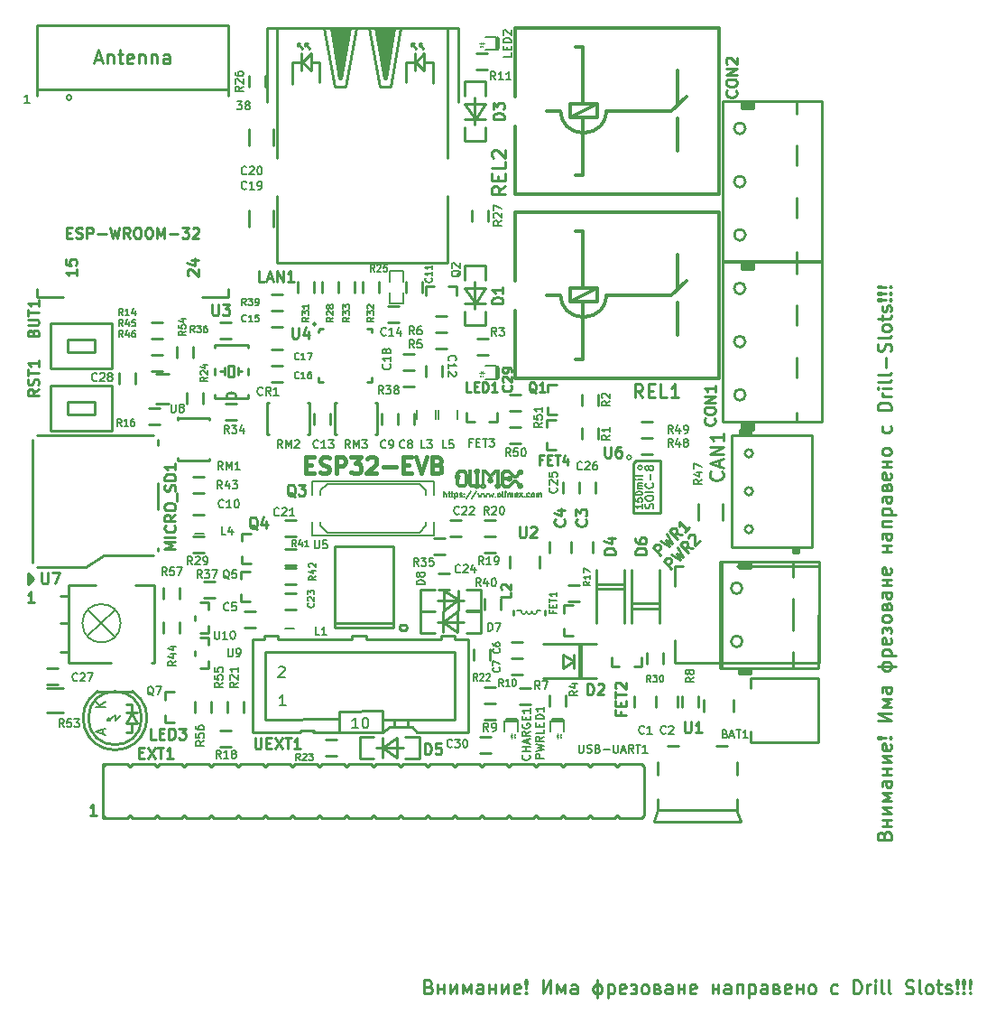
<source format=gbr>
G04 #@! TF.GenerationSoftware,KiCad,Pcbnew,5.1.0-rc2-unknown-036be7d~80~ubuntu16.04.1*
G04 #@! TF.CreationDate,2019-04-19T14:17:20+03:00*
G04 #@! TF.ProjectId,ESP32-EVB_Rev_H,45535033-322d-4455-9642-5f5265765f48,H*
G04 #@! TF.SameCoordinates,Original*
G04 #@! TF.FileFunction,Legend,Top*
G04 #@! TF.FilePolarity,Positive*
%FSLAX46Y46*%
G04 Gerber Fmt 4.6, Leading zero omitted, Abs format (unit mm)*
G04 Created by KiCad (PCBNEW 5.1.0-rc2-unknown-036be7d~80~ubuntu16.04.1) date 2019-04-19 14:17:20*
%MOMM*%
%LPD*%
G04 APERTURE LIST*
%ADD10C,0.127000*%
%ADD11C,0.381000*%
%ADD12C,0.254000*%
%ADD13C,0.250000*%
%ADD14C,0.400000*%
%ADD15C,0.150000*%
%ADD16C,0.100000*%
%ADD17C,0.050000*%
%ADD18C,0.300000*%
%ADD19C,0.200000*%
%ADD20C,0.203200*%
%ADD21C,0.009000*%
%ADD22C,0.190500*%
%ADD23C,0.158750*%
%ADD24C,0.222250*%
G04 APERTURE END LIST*
D10*
X109232095Y-111354809D02*
X109232095Y-110846809D01*
X109449809Y-111354809D02*
X109449809Y-111088714D01*
X109425619Y-111040333D01*
X109377238Y-111016142D01*
X109304666Y-111016142D01*
X109256285Y-111040333D01*
X109232095Y-111064523D01*
X109619142Y-111016142D02*
X109812666Y-111016142D01*
X109691714Y-110846809D02*
X109691714Y-111282238D01*
X109715904Y-111330619D01*
X109764285Y-111354809D01*
X109812666Y-111354809D01*
X109909428Y-111016142D02*
X110102952Y-111016142D01*
X109982000Y-110846809D02*
X109982000Y-111282238D01*
X110006190Y-111330619D01*
X110054571Y-111354809D01*
X110102952Y-111354809D01*
X110272285Y-111016142D02*
X110272285Y-111524142D01*
X110272285Y-111040333D02*
X110320666Y-111016142D01*
X110417428Y-111016142D01*
X110465809Y-111040333D01*
X110490000Y-111064523D01*
X110514190Y-111112904D01*
X110514190Y-111258047D01*
X110490000Y-111306428D01*
X110465809Y-111330619D01*
X110417428Y-111354809D01*
X110320666Y-111354809D01*
X110272285Y-111330619D01*
X110707714Y-111330619D02*
X110756095Y-111354809D01*
X110852857Y-111354809D01*
X110901238Y-111330619D01*
X110925428Y-111282238D01*
X110925428Y-111258047D01*
X110901238Y-111209666D01*
X110852857Y-111185476D01*
X110780285Y-111185476D01*
X110731904Y-111161285D01*
X110707714Y-111112904D01*
X110707714Y-111088714D01*
X110731904Y-111040333D01*
X110780285Y-111016142D01*
X110852857Y-111016142D01*
X110901238Y-111040333D01*
X111143142Y-111306428D02*
X111167333Y-111330619D01*
X111143142Y-111354809D01*
X111118952Y-111330619D01*
X111143142Y-111306428D01*
X111143142Y-111354809D01*
X111143142Y-111040333D02*
X111167333Y-111064523D01*
X111143142Y-111088714D01*
X111118952Y-111064523D01*
X111143142Y-111040333D01*
X111143142Y-111088714D01*
X111747904Y-110822619D02*
X111312476Y-111475761D01*
X112280095Y-110822619D02*
X111844666Y-111475761D01*
X112401047Y-111016142D02*
X112497809Y-111354809D01*
X112594571Y-111112904D01*
X112691333Y-111354809D01*
X112788095Y-111016142D01*
X112933238Y-111016142D02*
X113030000Y-111354809D01*
X113126761Y-111112904D01*
X113223523Y-111354809D01*
X113320285Y-111016142D01*
X113465428Y-111016142D02*
X113562190Y-111354809D01*
X113658952Y-111112904D01*
X113755714Y-111354809D01*
X113852476Y-111016142D01*
X114046000Y-111306428D02*
X114070190Y-111330619D01*
X114046000Y-111354809D01*
X114021809Y-111330619D01*
X114046000Y-111306428D01*
X114046000Y-111354809D01*
X114360476Y-111354809D02*
X114312095Y-111330619D01*
X114287904Y-111306428D01*
X114263714Y-111258047D01*
X114263714Y-111112904D01*
X114287904Y-111064523D01*
X114312095Y-111040333D01*
X114360476Y-111016142D01*
X114433047Y-111016142D01*
X114481428Y-111040333D01*
X114505619Y-111064523D01*
X114529809Y-111112904D01*
X114529809Y-111258047D01*
X114505619Y-111306428D01*
X114481428Y-111330619D01*
X114433047Y-111354809D01*
X114360476Y-111354809D01*
X114820095Y-111354809D02*
X114771714Y-111330619D01*
X114747523Y-111282238D01*
X114747523Y-110846809D01*
X115013619Y-111354809D02*
X115013619Y-111016142D01*
X115013619Y-110846809D02*
X114989428Y-110871000D01*
X115013619Y-110895190D01*
X115037809Y-110871000D01*
X115013619Y-110846809D01*
X115013619Y-110895190D01*
X115255523Y-111354809D02*
X115255523Y-111016142D01*
X115255523Y-111064523D02*
X115279714Y-111040333D01*
X115328095Y-111016142D01*
X115400666Y-111016142D01*
X115449047Y-111040333D01*
X115473238Y-111088714D01*
X115473238Y-111354809D01*
X115473238Y-111088714D02*
X115497428Y-111040333D01*
X115545809Y-111016142D01*
X115618380Y-111016142D01*
X115666761Y-111040333D01*
X115690952Y-111088714D01*
X115690952Y-111354809D01*
X116126380Y-111330619D02*
X116078000Y-111354809D01*
X115981238Y-111354809D01*
X115932857Y-111330619D01*
X115908666Y-111282238D01*
X115908666Y-111088714D01*
X115932857Y-111040333D01*
X115981238Y-111016142D01*
X116078000Y-111016142D01*
X116126380Y-111040333D01*
X116150571Y-111088714D01*
X116150571Y-111137095D01*
X115908666Y-111185476D01*
X116319904Y-111354809D02*
X116586000Y-111016142D01*
X116319904Y-111016142D02*
X116586000Y-111354809D01*
X116779523Y-111306428D02*
X116803714Y-111330619D01*
X116779523Y-111354809D01*
X116755333Y-111330619D01*
X116779523Y-111306428D01*
X116779523Y-111354809D01*
X117239142Y-111330619D02*
X117190761Y-111354809D01*
X117094000Y-111354809D01*
X117045619Y-111330619D01*
X117021428Y-111306428D01*
X116997238Y-111258047D01*
X116997238Y-111112904D01*
X117021428Y-111064523D01*
X117045619Y-111040333D01*
X117094000Y-111016142D01*
X117190761Y-111016142D01*
X117239142Y-111040333D01*
X117529428Y-111354809D02*
X117481047Y-111330619D01*
X117456857Y-111306428D01*
X117432666Y-111258047D01*
X117432666Y-111112904D01*
X117456857Y-111064523D01*
X117481047Y-111040333D01*
X117529428Y-111016142D01*
X117602000Y-111016142D01*
X117650380Y-111040333D01*
X117674571Y-111064523D01*
X117698761Y-111112904D01*
X117698761Y-111258047D01*
X117674571Y-111306428D01*
X117650380Y-111330619D01*
X117602000Y-111354809D01*
X117529428Y-111354809D01*
X117916476Y-111354809D02*
X117916476Y-111016142D01*
X117916476Y-111064523D02*
X117940666Y-111040333D01*
X117989047Y-111016142D01*
X118061619Y-111016142D01*
X118110000Y-111040333D01*
X118134190Y-111088714D01*
X118134190Y-111354809D01*
X118134190Y-111088714D02*
X118158380Y-111040333D01*
X118206761Y-111016142D01*
X118279333Y-111016142D01*
X118327714Y-111040333D01*
X118351904Y-111088714D01*
X118351904Y-111354809D01*
D11*
X96302285Y-108349142D02*
X96810285Y-108349142D01*
X97028000Y-109147428D02*
X96302285Y-109147428D01*
X96302285Y-107623428D01*
X97028000Y-107623428D01*
X97608571Y-109074857D02*
X97826285Y-109147428D01*
X98189142Y-109147428D01*
X98334285Y-109074857D01*
X98406857Y-109002285D01*
X98479428Y-108857142D01*
X98479428Y-108712000D01*
X98406857Y-108566857D01*
X98334285Y-108494285D01*
X98189142Y-108421714D01*
X97898857Y-108349142D01*
X97753714Y-108276571D01*
X97681142Y-108204000D01*
X97608571Y-108058857D01*
X97608571Y-107913714D01*
X97681142Y-107768571D01*
X97753714Y-107696000D01*
X97898857Y-107623428D01*
X98261714Y-107623428D01*
X98479428Y-107696000D01*
X99132571Y-109147428D02*
X99132571Y-107623428D01*
X99713142Y-107623428D01*
X99858285Y-107696000D01*
X99930857Y-107768571D01*
X100003428Y-107913714D01*
X100003428Y-108131428D01*
X99930857Y-108276571D01*
X99858285Y-108349142D01*
X99713142Y-108421714D01*
X99132571Y-108421714D01*
X100511428Y-107623428D02*
X101454857Y-107623428D01*
X100946857Y-108204000D01*
X101164571Y-108204000D01*
X101309714Y-108276571D01*
X101382285Y-108349142D01*
X101454857Y-108494285D01*
X101454857Y-108857142D01*
X101382285Y-109002285D01*
X101309714Y-109074857D01*
X101164571Y-109147428D01*
X100729142Y-109147428D01*
X100584000Y-109074857D01*
X100511428Y-109002285D01*
X102035428Y-107768571D02*
X102108000Y-107696000D01*
X102253142Y-107623428D01*
X102616000Y-107623428D01*
X102761142Y-107696000D01*
X102833714Y-107768571D01*
X102906285Y-107913714D01*
X102906285Y-108058857D01*
X102833714Y-108276571D01*
X101962857Y-109147428D01*
X102906285Y-109147428D01*
X103559428Y-108566857D02*
X104720571Y-108566857D01*
X105446285Y-108349142D02*
X105954285Y-108349142D01*
X106172000Y-109147428D02*
X105446285Y-109147428D01*
X105446285Y-107623428D01*
X106172000Y-107623428D01*
X106607428Y-107623428D02*
X107115428Y-109147428D01*
X107623428Y-107623428D01*
X108639428Y-108349142D02*
X108857142Y-108421714D01*
X108929714Y-108494285D01*
X109002285Y-108639428D01*
X109002285Y-108857142D01*
X108929714Y-109002285D01*
X108857142Y-109074857D01*
X108712000Y-109147428D01*
X108131428Y-109147428D01*
X108131428Y-107623428D01*
X108639428Y-107623428D01*
X108784571Y-107696000D01*
X108857142Y-107768571D01*
X108929714Y-107913714D01*
X108929714Y-108058857D01*
X108857142Y-108204000D01*
X108784571Y-108276571D01*
X108639428Y-108349142D01*
X108131428Y-108349142D01*
D12*
X76617285Y-141175619D02*
X76036714Y-141175619D01*
X76327000Y-141175619D02*
X76327000Y-140159619D01*
X76230238Y-140304761D01*
X76133476Y-140401523D01*
X76036714Y-140449904D01*
X70485000Y-118745000D02*
X70485000Y-119253000D01*
X70358000Y-118618000D02*
X70358000Y-119380000D01*
X70231000Y-118491000D02*
X70231000Y-119507000D01*
X70739000Y-118999000D02*
X70231000Y-118491000D01*
X70231000Y-119507000D02*
X70739000Y-118999000D01*
D13*
X70770714Y-121229380D02*
X70199285Y-121229380D01*
X70485000Y-121229380D02*
X70485000Y-120229380D01*
X70389761Y-120372238D01*
X70294523Y-120467476D01*
X70199285Y-120515095D01*
D12*
X89781000Y-102058000D02*
G75*
G03X88781000Y-102058000I-500000J0D01*
G01*
X88646000Y-99568000D02*
X88265000Y-99568000D01*
X88646000Y-99568000D02*
X88646000Y-99240340D01*
X88646000Y-99895660D02*
X88646000Y-99568000D01*
X89916000Y-99568000D02*
X90297000Y-99568000D01*
X89916000Y-99568000D02*
X89916000Y-99240340D01*
X89916000Y-99895660D02*
X89916000Y-99568000D01*
X89027000Y-100076000D02*
X89535000Y-100076000D01*
X89027000Y-99060000D02*
X89027000Y-100076000D01*
X89535000Y-99060000D02*
X89027000Y-99060000D01*
X89535000Y-100076000D02*
X89535000Y-99060000D01*
X87681000Y-97368000D02*
X87681000Y-97068000D01*
X87681000Y-99868000D02*
X87681000Y-99268000D01*
X87681000Y-102068000D02*
X87681000Y-101768000D01*
X90881000Y-97368000D02*
X90881000Y-97068000D01*
X90881000Y-99868000D02*
X90881000Y-99268000D01*
X90881000Y-102068000D02*
X90881000Y-101768000D01*
X87681000Y-97068000D02*
X90881000Y-97068000D01*
X90881000Y-102068000D02*
X87681000Y-102068000D01*
X86741000Y-116586000D02*
X85725000Y-116586000D01*
X86741000Y-115062000D02*
X85725000Y-115062000D01*
X136700000Y-140703000D02*
X129300000Y-140703000D01*
X129300000Y-136203000D02*
X129300000Y-137403000D01*
X131200000Y-134703000D02*
X130200000Y-134703000D01*
X135800000Y-134703000D02*
X134800000Y-134703000D01*
X136700000Y-139703000D02*
X136700000Y-140703000D01*
X137064000Y-141803000D02*
X128936000Y-141803000D01*
X129300000Y-140703000D02*
X129300000Y-139703000D01*
X136700000Y-136203000D02*
X136700000Y-137403000D01*
X137064000Y-141732000D02*
X136683000Y-140716000D01*
X128936000Y-141732000D02*
X129317000Y-140716000D01*
X138036300Y-129311400D02*
X138036300Y-128308100D01*
X138036300Y-134378700D02*
X138036300Y-133324600D01*
X138043920Y-134383780D02*
X144353280Y-134383780D01*
X144353280Y-134383780D02*
X144353280Y-128303020D01*
X144353280Y-128303020D02*
X138036298Y-128303020D01*
X131191000Y-130048000D02*
X131191000Y-131064000D01*
X129159000Y-130048000D02*
X129159000Y-131064000D01*
X76484000Y-102397000D02*
X76484000Y-103597000D01*
X76484000Y-103597000D02*
X73884000Y-103597000D01*
X73884000Y-102397000D02*
X73884000Y-103597000D01*
X76484000Y-102397000D02*
X73884000Y-102397000D01*
X72284000Y-105097000D02*
X78084000Y-105097000D01*
X72284000Y-100897000D02*
X72284000Y-105097000D01*
X78084000Y-100897000D02*
X72284000Y-100897000D01*
X78084000Y-105097000D02*
X78084000Y-100897000D01*
X76484000Y-96555000D02*
X76484000Y-97755000D01*
X76484000Y-97755000D02*
X73884000Y-97755000D01*
X73884000Y-96555000D02*
X73884000Y-97755000D01*
X76484000Y-96555000D02*
X73884000Y-96555000D01*
X72284000Y-99255000D02*
X78084000Y-99255000D01*
X72284000Y-95055000D02*
X72284000Y-99255000D01*
X78084000Y-95055000D02*
X72284000Y-95055000D01*
X78084000Y-99255000D02*
X78084000Y-95055000D01*
X98600260Y-67360800D02*
X100401120Y-67360800D01*
X99400360Y-72161400D02*
X98600260Y-67360800D01*
X99601020Y-72161400D02*
X99400360Y-72161400D01*
X100401120Y-67360800D02*
X99601020Y-72161400D01*
X102798880Y-67360800D02*
X104599740Y-67360800D01*
X103598980Y-72161400D02*
X102798880Y-67360800D01*
X103799640Y-72161400D02*
X103598980Y-72161400D01*
X104599740Y-67360800D02*
X103799640Y-72161400D01*
X110600000Y-67359000D02*
X110600000Y-74359000D01*
X109600000Y-67359000D02*
X110600000Y-67359000D01*
X92600000Y-67359000D02*
X92600000Y-74359000D01*
X93600000Y-67359000D02*
X92600000Y-67359000D01*
X99001580Y-72859900D02*
X98000820Y-67360800D01*
X100002340Y-72859900D02*
X99001580Y-72859900D01*
X101000560Y-67360800D02*
X100002340Y-72859900D01*
X103197660Y-72859900D02*
X102199440Y-67360800D01*
X104198420Y-72859900D02*
X103197660Y-72859900D01*
X105199180Y-67360800D02*
X104198420Y-72859900D01*
X95501460Y-68859400D02*
X95501460Y-69060060D01*
X95501460Y-68859400D02*
X95702120Y-68859400D01*
X95900240Y-69359780D02*
X95501460Y-68859400D01*
X96202500Y-68859400D02*
X96202500Y-69060060D01*
X96202500Y-68859400D02*
X96400620Y-68859400D01*
X96601280Y-69359780D02*
X96202500Y-68859400D01*
X97533460Y-70561200D02*
X97533460Y-72499220D01*
X96832420Y-70561200D02*
X97533460Y-70561200D01*
X95834200Y-69761100D02*
X95834200Y-71361300D01*
X95933260Y-70561200D02*
X96733360Y-71361300D01*
X96733360Y-69761100D02*
X95933260Y-70561200D01*
X96733360Y-69761100D02*
X96733360Y-71361300D01*
X95034100Y-70561200D02*
X95732600Y-70561200D01*
X95034100Y-72588120D02*
X95034100Y-70561200D01*
X106199940Y-68859400D02*
X106199940Y-69060060D01*
X106199940Y-68859400D02*
X106398060Y-68859400D01*
X106598720Y-69359780D02*
X106199940Y-68859400D01*
X106898440Y-68859400D02*
X106898440Y-69060060D01*
X106898440Y-68859400D02*
X107099100Y-68859400D01*
X107299760Y-69359780D02*
X106898440Y-68859400D01*
X105700000Y-70559000D02*
X105700000Y-72459000D01*
X106398060Y-70561200D02*
X105699560Y-70561200D01*
X106499660Y-71361300D02*
X106499660Y-69761100D01*
X106598720Y-70561200D02*
X107398820Y-69761100D01*
X107398820Y-71361300D02*
X106598720Y-70561200D01*
X107400000Y-71359000D02*
X107400000Y-69759000D01*
X108200000Y-70559000D02*
X107500000Y-70559000D01*
X108200000Y-72559000D02*
X108200000Y-70559000D01*
X109600000Y-83109000D02*
X109600000Y-89359000D01*
X109600000Y-67359000D02*
X109600000Y-79609000D01*
X93600000Y-67359000D02*
X109600000Y-67359000D01*
X93600000Y-79609000D02*
X93600000Y-67359000D01*
X93600000Y-89359000D02*
X93600000Y-83109000D01*
X109600000Y-89359000D02*
X93600000Y-89359000D01*
X103700000Y-72159000D02*
X103050000Y-67369000D01*
X103710000Y-72009000D02*
X104360000Y-67379000D01*
X103720000Y-71399000D02*
X103160000Y-67369000D01*
X103710000Y-71109000D02*
X104120000Y-67379000D01*
X103730000Y-70589000D02*
X103370000Y-67379000D01*
X103680000Y-69879000D02*
X103870000Y-67369000D01*
X103770000Y-68999000D02*
X103570000Y-67359000D01*
X103600000Y-68229000D02*
X103740000Y-67419000D01*
X99510000Y-71969000D02*
X98790000Y-67369000D01*
X99500000Y-71799000D02*
X100170000Y-67379000D01*
X99510000Y-71219000D02*
X98990000Y-67489000D01*
X99450000Y-70749000D02*
X99930000Y-67389000D01*
X99580000Y-69999000D02*
X99180000Y-67429000D01*
X99550000Y-69579000D02*
X99700000Y-67399000D01*
X99620000Y-68969000D02*
X99340000Y-67389000D01*
X99510000Y-68259000D02*
X99510000Y-67389000D01*
D10*
X104140000Y-91186000D02*
X104140000Y-90170000D01*
X104140000Y-90170000D02*
X105410000Y-90170000D01*
X105410000Y-90170000D02*
X105410000Y-91186000D01*
X104140000Y-93218000D02*
X105410000Y-93218000D01*
X105410000Y-93218000D02*
X105410000Y-92202000D01*
X104140000Y-93218000D02*
X104140000Y-92202000D01*
D14*
X121981000Y-128221000D02*
X121981000Y-125221000D01*
D12*
X123530360Y-128348740D02*
X118531640Y-128348740D01*
X118531640Y-125143260D02*
X123530360Y-125143260D01*
X120396000Y-126111000D02*
X120396000Y-127381000D01*
X120396000Y-127381000D02*
X121412000Y-126746000D01*
X120396000Y-126111000D02*
X121412000Y-126746000D01*
X121412000Y-126111000D02*
X121412000Y-127381000D01*
X84455000Y-119888000D02*
X84455000Y-120904000D01*
X82931000Y-119888000D02*
X82931000Y-120904000D01*
X84455000Y-123063000D02*
X84455000Y-124079000D01*
X82931000Y-123063000D02*
X82931000Y-124079000D01*
X85826600Y-122478800D02*
X85826600Y-122885200D01*
X87147400Y-124104400D02*
X86360000Y-124104400D01*
X87147400Y-123444000D02*
X87147400Y-124104400D01*
X87147400Y-121259600D02*
X87147400Y-121920000D01*
X86360000Y-121259600D02*
X87147400Y-121259600D01*
X85826600Y-125780800D02*
X85826600Y-126187200D01*
X87147400Y-127406400D02*
X86360000Y-127406400D01*
X87147400Y-126746000D02*
X87147400Y-127406400D01*
X87147400Y-124561600D02*
X87147400Y-125222000D01*
X86360000Y-124561600D02*
X87147400Y-124561600D01*
X87757000Y-120777000D02*
X86741000Y-120777000D01*
X87757000Y-119253000D02*
X86741000Y-119253000D01*
X119126000Y-116586000D02*
X119126000Y-115570000D01*
X121158000Y-116586000D02*
X121158000Y-115570000D01*
X121158000Y-116586000D02*
X121158000Y-115570000D01*
X123190000Y-116586000D02*
X123190000Y-115570000D01*
X114046000Y-115062000D02*
X113030000Y-115062000D01*
X114046000Y-113538000D02*
X113030000Y-113538000D01*
X114046000Y-116586000D02*
X113030000Y-116586000D01*
X114046000Y-115062000D02*
X113030000Y-115062000D01*
X119126000Y-130937000D02*
X119126000Y-129921000D01*
X120650000Y-130937000D02*
X120650000Y-129921000D01*
X87376000Y-130556000D02*
X87376000Y-131572000D01*
X85852000Y-130556000D02*
X85852000Y-131572000D01*
X88900000Y-130556000D02*
X88900000Y-131572000D01*
X87376000Y-130556000D02*
X87376000Y-131572000D01*
X84201000Y-98298000D02*
X84201000Y-97282000D01*
X85725000Y-98298000D02*
X85725000Y-97282000D01*
X73533000Y-129286000D02*
X72009000Y-129286000D01*
X73533000Y-131572000D02*
X72009000Y-131572000D01*
X128778000Y-105791000D02*
X127762000Y-105791000D01*
X128778000Y-104267000D02*
X127762000Y-104267000D01*
X128778000Y-107315000D02*
X127762000Y-107315000D01*
X128778000Y-105791000D02*
X127762000Y-105791000D01*
X133096000Y-112014000D02*
X133096000Y-113538000D01*
X135382000Y-112014000D02*
X135382000Y-113538000D01*
X81788000Y-98044000D02*
X82804000Y-98044000D01*
X81788000Y-99568000D02*
X82804000Y-99568000D01*
X82804000Y-98044000D02*
X81788000Y-98044000D01*
X82804000Y-96520000D02*
X81788000Y-96520000D01*
X95377000Y-119507000D02*
X94361000Y-119507000D01*
X95377000Y-117983000D02*
X94361000Y-117983000D01*
X129794000Y-125984000D02*
X129794000Y-127000000D01*
X128270000Y-125984000D02*
X128270000Y-127000000D01*
D15*
X97663000Y-110744000D02*
X97663000Y-111125000D01*
X97663000Y-114046000D02*
X97663000Y-113665000D01*
X107569000Y-114046000D02*
X107569000Y-113665000D01*
X107569000Y-110744000D02*
X107569000Y-111125000D01*
X108331000Y-109855000D02*
X108331000Y-111125000D01*
X108331000Y-114935000D02*
X108331000Y-113665000D01*
X96901000Y-114935000D02*
X96901000Y-113665000D01*
X96901000Y-109855000D02*
X96901000Y-111125000D01*
X97663000Y-114046000D02*
X98298000Y-114681000D01*
X98298000Y-114681000D02*
X106934000Y-114681000D01*
X106934000Y-114681000D02*
X107569000Y-114046000D01*
X107569000Y-110744000D02*
X106934000Y-110109000D01*
X106934000Y-110109000D02*
X98298000Y-110109000D01*
X98298000Y-110109000D02*
X97663000Y-110744000D01*
X108331000Y-114935000D02*
X96901000Y-114935000D01*
X96901000Y-109855000D02*
X108331000Y-109855000D01*
D12*
X126793000Y-121340000D02*
X129493000Y-121340000D01*
X126793000Y-118150000D02*
X126793000Y-123150000D01*
X126793000Y-121780000D02*
X129493000Y-121780000D01*
X129493000Y-123150000D02*
X129493000Y-118150000D01*
X78740000Y-100711000D02*
X78740000Y-99695000D01*
X80264000Y-100711000D02*
X80264000Y-99695000D01*
X72009000Y-127381000D02*
X73025000Y-127381000D01*
X72009000Y-128905000D02*
X73025000Y-128905000D01*
X123444000Y-109982000D02*
X123444000Y-110998000D01*
X121920000Y-109982000D02*
X121920000Y-110998000D01*
X121920000Y-109982000D02*
X121920000Y-110998000D01*
X120396000Y-109982000D02*
X120396000Y-110998000D01*
X108712000Y-118491000D02*
X109728000Y-118491000D01*
X108712000Y-120015000D02*
X109728000Y-120015000D01*
X95377000Y-121920000D02*
X94361000Y-121920000D01*
X95377000Y-120396000D02*
X94361000Y-120396000D01*
X109855000Y-113538000D02*
X110871000Y-113538000D01*
X109855000Y-115062000D02*
X110871000Y-115062000D01*
X95377000Y-115062000D02*
X94361000Y-115062000D01*
X95377000Y-113538000D02*
X94361000Y-113538000D01*
X90932000Y-76835000D02*
X90932000Y-78359000D01*
X93218000Y-76835000D02*
X93218000Y-78359000D01*
X93218000Y-85979000D02*
X93218000Y-84455000D01*
X90932000Y-85979000D02*
X90932000Y-84455000D01*
X86741000Y-110998000D02*
X85725000Y-110998000D01*
X86741000Y-109474000D02*
X85725000Y-109474000D01*
X77216000Y-138938000D02*
X77216000Y-141478000D01*
X82296000Y-141224000D02*
X82550000Y-141478000D01*
X82042000Y-141478000D02*
X82296000Y-141224000D01*
X79502000Y-141478000D02*
X77724000Y-141478000D01*
X79756000Y-141224000D02*
X79502000Y-141478000D01*
X80010000Y-141478000D02*
X79756000Y-141224000D01*
X82042000Y-141478000D02*
X80010000Y-141478000D01*
X77724000Y-141478000D02*
X77216000Y-141478000D01*
X77470000Y-141478000D02*
X77216000Y-141224000D01*
X77216000Y-136652000D02*
X77470000Y-136398000D01*
X84582000Y-141478000D02*
X82550000Y-141478000D01*
X84836000Y-141224000D02*
X84582000Y-141478000D01*
X87630000Y-141478000D02*
X87376000Y-141224000D01*
X87122000Y-141478000D02*
X85090000Y-141478000D01*
X87376000Y-141224000D02*
X87122000Y-141478000D01*
X87122000Y-136398000D02*
X87376000Y-136652000D01*
X85090000Y-136398000D02*
X87122000Y-136398000D01*
X84836000Y-136652000D02*
X85090000Y-136398000D01*
X84582000Y-136398000D02*
X84836000Y-136652000D01*
X82550000Y-136398000D02*
X84582000Y-136398000D01*
X82296000Y-136652000D02*
X82550000Y-136398000D01*
X82042000Y-136398000D02*
X82296000Y-136652000D01*
X80010000Y-136398000D02*
X82042000Y-136398000D01*
X79756000Y-136652000D02*
X80010000Y-136398000D01*
X79502000Y-136398000D02*
X79756000Y-136652000D01*
X77470000Y-136398000D02*
X79502000Y-136398000D01*
X77216000Y-136398000D02*
X77470000Y-136398000D01*
X87376000Y-136652000D02*
X87630000Y-136398000D01*
X87630000Y-136398000D02*
X89662000Y-136398000D01*
X92202000Y-136398000D02*
X92456000Y-136652000D01*
X89662000Y-141478000D02*
X87630000Y-141478000D01*
X85090000Y-141478000D02*
X84836000Y-141224000D01*
X92456000Y-141224000D02*
X92202000Y-141478000D01*
X90170000Y-136398000D02*
X92202000Y-136398000D01*
X89916000Y-136652000D02*
X90170000Y-136398000D01*
X92202000Y-141478000D02*
X90170000Y-141478000D01*
X89916000Y-141224000D02*
X89662000Y-141478000D01*
X90170000Y-141478000D02*
X89916000Y-141224000D01*
X89662000Y-136398000D02*
X89916000Y-136652000D01*
X92202000Y-136398000D02*
X92456000Y-136652000D01*
X92456000Y-141224000D02*
X92202000Y-141478000D01*
X92202000Y-141478000D02*
X90170000Y-141478000D01*
X90170000Y-136398000D02*
X92202000Y-136398000D01*
X89916000Y-136652000D02*
X90170000Y-136398000D01*
X90170000Y-141478000D02*
X89916000Y-141224000D01*
X95250000Y-141478000D02*
X94996000Y-141224000D01*
X94996000Y-136652000D02*
X95250000Y-136398000D01*
X95250000Y-136398000D02*
X97282000Y-136398000D01*
X97282000Y-141478000D02*
X95250000Y-141478000D01*
X97536000Y-141224000D02*
X97282000Y-141478000D01*
X97282000Y-136398000D02*
X97536000Y-136652000D01*
X94742000Y-136398000D02*
X94996000Y-136652000D01*
X95250000Y-141478000D02*
X94996000Y-141224000D01*
X94996000Y-141224000D02*
X94742000Y-141478000D01*
X97282000Y-141478000D02*
X95250000Y-141478000D01*
X94996000Y-136652000D02*
X95250000Y-136398000D01*
X95250000Y-136398000D02*
X97282000Y-136398000D01*
X97536000Y-141224000D02*
X97282000Y-141478000D01*
X94742000Y-141478000D02*
X92710000Y-141478000D01*
X97282000Y-136398000D02*
X97536000Y-136652000D01*
X92710000Y-136398000D02*
X94742000Y-136398000D01*
X92456000Y-136652000D02*
X92710000Y-136398000D01*
X92710000Y-141478000D02*
X92456000Y-141224000D01*
X97790000Y-141478000D02*
X97536000Y-141224000D01*
X97536000Y-136652000D02*
X97790000Y-136398000D01*
X97790000Y-136398000D02*
X99822000Y-136398000D01*
X102362000Y-136398000D02*
X102616000Y-136652000D01*
X99822000Y-141478000D02*
X97790000Y-141478000D01*
X102616000Y-141224000D02*
X102362000Y-141478000D01*
X100330000Y-136398000D02*
X102362000Y-136398000D01*
X100076000Y-136652000D02*
X100330000Y-136398000D01*
X102362000Y-141478000D02*
X100330000Y-141478000D01*
X100076000Y-141224000D02*
X99822000Y-141478000D01*
X100330000Y-141478000D02*
X100076000Y-141224000D01*
X99822000Y-136398000D02*
X100076000Y-136652000D01*
X102362000Y-136398000D02*
X102616000Y-136652000D01*
X102616000Y-141224000D02*
X102362000Y-141478000D01*
X102362000Y-141478000D02*
X100330000Y-141478000D01*
X100330000Y-136398000D02*
X102362000Y-136398000D01*
X100076000Y-136652000D02*
X100330000Y-136398000D01*
X100330000Y-141478000D02*
X100076000Y-141224000D01*
X77216000Y-136398000D02*
X77216000Y-138938000D01*
X128016000Y-136652000D02*
X128016000Y-139065000D01*
X125730000Y-141478000D02*
X125476000Y-141224000D01*
X125476000Y-136652000D02*
X125730000Y-136398000D01*
X125730000Y-136398000D02*
X127762000Y-136398000D01*
X127762000Y-141478000D02*
X125730000Y-141478000D01*
X128016000Y-141224000D02*
X127762000Y-141478000D01*
X127762000Y-136398000D02*
X128016000Y-136652000D01*
X125222000Y-136398000D02*
X125476000Y-136652000D01*
X125730000Y-141478000D02*
X125476000Y-141224000D01*
X125476000Y-141224000D02*
X125222000Y-141478000D01*
X127762000Y-141478000D02*
X125730000Y-141478000D01*
X125476000Y-136652000D02*
X125730000Y-136398000D01*
X125730000Y-136398000D02*
X127762000Y-136398000D01*
X128016000Y-139192000D02*
X128016000Y-141224000D01*
X128016000Y-141224000D02*
X127762000Y-141478000D01*
X125222000Y-141478000D02*
X123190000Y-141478000D01*
X127762000Y-136398000D02*
X128016000Y-136652000D01*
X123190000Y-136398000D02*
X125222000Y-136398000D01*
X122936000Y-136652000D02*
X123190000Y-136398000D01*
X123190000Y-141478000D02*
X122936000Y-141224000D01*
X118110000Y-141478000D02*
X117856000Y-141224000D01*
X117856000Y-136652000D02*
X118110000Y-136398000D01*
X118110000Y-136398000D02*
X120142000Y-136398000D01*
X122682000Y-136398000D02*
X122936000Y-136652000D01*
X120142000Y-141478000D02*
X118110000Y-141478000D01*
X122936000Y-141224000D02*
X122682000Y-141478000D01*
X120650000Y-136398000D02*
X122682000Y-136398000D01*
X120396000Y-136652000D02*
X120650000Y-136398000D01*
X122682000Y-141478000D02*
X120650000Y-141478000D01*
X120396000Y-141224000D02*
X120142000Y-141478000D01*
X120650000Y-141478000D02*
X120396000Y-141224000D01*
X120142000Y-136398000D02*
X120396000Y-136652000D01*
X122682000Y-136398000D02*
X122936000Y-136652000D01*
X122936000Y-141224000D02*
X122682000Y-141478000D01*
X122682000Y-141478000D02*
X120650000Y-141478000D01*
X120650000Y-136398000D02*
X122682000Y-136398000D01*
X120396000Y-136652000D02*
X120650000Y-136398000D01*
X120650000Y-141478000D02*
X120396000Y-141224000D01*
X115570000Y-141478000D02*
X115316000Y-141224000D01*
X115316000Y-136652000D02*
X115570000Y-136398000D01*
X115570000Y-136398000D02*
X117602000Y-136398000D01*
X117602000Y-141478000D02*
X115570000Y-141478000D01*
X117856000Y-141224000D02*
X117602000Y-141478000D01*
X117602000Y-136398000D02*
X117856000Y-136652000D01*
X115062000Y-136398000D02*
X115316000Y-136652000D01*
X115570000Y-141478000D02*
X115316000Y-141224000D01*
X115316000Y-141224000D02*
X115062000Y-141478000D01*
X117602000Y-141478000D02*
X115570000Y-141478000D01*
X115316000Y-136652000D02*
X115570000Y-136398000D01*
X115570000Y-136398000D02*
X117602000Y-136398000D01*
X117856000Y-141224000D02*
X117602000Y-141478000D01*
X110490000Y-141478000D02*
X110236000Y-141224000D01*
X115062000Y-141478000D02*
X113030000Y-141478000D01*
X117602000Y-136398000D02*
X117856000Y-136652000D01*
X113030000Y-136398000D02*
X115062000Y-136398000D01*
X112776000Y-136652000D02*
X113030000Y-136398000D01*
X102870000Y-136398000D02*
X104902000Y-136398000D01*
X104902000Y-136398000D02*
X105156000Y-136652000D01*
X105156000Y-136652000D02*
X105410000Y-136398000D01*
X105410000Y-136398000D02*
X107442000Y-136398000D01*
X107442000Y-136398000D02*
X107696000Y-136652000D01*
X107696000Y-136652000D02*
X107950000Y-136398000D01*
X107950000Y-136398000D02*
X109982000Y-136398000D01*
X109982000Y-136398000D02*
X110236000Y-136652000D01*
X110236000Y-136652000D02*
X110490000Y-136398000D01*
X110490000Y-136398000D02*
X112522000Y-136398000D01*
X112522000Y-136398000D02*
X112776000Y-136652000D01*
X112776000Y-141224000D02*
X112522000Y-141478000D01*
X112522000Y-141478000D02*
X110490000Y-141478000D01*
X113030000Y-141478000D02*
X112776000Y-141224000D01*
X110236000Y-141224000D02*
X109982000Y-141478000D01*
X109982000Y-141478000D02*
X107950000Y-141478000D01*
X102616000Y-136652000D02*
X102870000Y-136398000D01*
X102870000Y-141478000D02*
X102616000Y-141224000D01*
X107442000Y-141478000D02*
X105410000Y-141478000D01*
X105410000Y-141478000D02*
X105156000Y-141224000D01*
X105156000Y-141224000D02*
X104902000Y-141478000D01*
X104902000Y-141478000D02*
X102870000Y-141478000D01*
X107442000Y-141478000D02*
X107696000Y-141224000D01*
X107696000Y-141224000D02*
X107950000Y-141478000D01*
X95377000Y-117729000D02*
X94361000Y-117729000D01*
X95377000Y-116205000D02*
X94361000Y-116205000D01*
X114554000Y-120904000D02*
X114554000Y-121920000D01*
X113030000Y-120904000D02*
X113030000Y-121920000D01*
X94107000Y-93853000D02*
X93091000Y-93853000D01*
X94107000Y-92329000D02*
X93091000Y-92329000D01*
X105410000Y-99441000D02*
X106426000Y-99441000D01*
X105410000Y-100965000D02*
X106426000Y-100965000D01*
X88265000Y-94996000D02*
X89281000Y-94996000D01*
X88265000Y-96520000D02*
X89281000Y-96520000D01*
X109347000Y-116713000D02*
X108331000Y-116713000D01*
X109347000Y-115189000D02*
X108331000Y-115189000D01*
X88773000Y-102616000D02*
X89789000Y-102616000D01*
X88773000Y-104140000D02*
X89789000Y-104140000D01*
X100838000Y-91186000D02*
X100838000Y-92202000D01*
X99314000Y-91186000D02*
X99314000Y-92202000D01*
X103124000Y-91186000D02*
X103124000Y-92202000D01*
X101600000Y-91186000D02*
X101600000Y-92202000D01*
X97028000Y-91186000D02*
X97028000Y-92202000D01*
X95504000Y-91186000D02*
X95504000Y-92202000D01*
X99314000Y-91186000D02*
X99314000Y-92202000D01*
X97790000Y-91186000D02*
X97790000Y-92202000D01*
X113411000Y-84455000D02*
X113411000Y-85471000D01*
X111887000Y-84455000D02*
X111887000Y-85471000D01*
X90932000Y-72898000D02*
X90932000Y-71882000D01*
X92456000Y-72898000D02*
X92456000Y-71882000D01*
X85090000Y-102616000D02*
X85090000Y-101600000D01*
X86614000Y-102616000D02*
X86614000Y-101600000D01*
X99187000Y-135636000D02*
X98171000Y-135636000D01*
X99187000Y-134112000D02*
X98171000Y-134112000D01*
X113538000Y-125603000D02*
X113538000Y-126619000D01*
X112014000Y-125603000D02*
X112014000Y-126619000D01*
X88900000Y-131572000D02*
X88900000Y-130556000D01*
X90424000Y-131572000D02*
X90424000Y-130556000D01*
X88265000Y-133223000D02*
X89281000Y-133223000D01*
X88265000Y-134747000D02*
X89281000Y-134747000D01*
X120904000Y-119634000D02*
X121920000Y-119634000D01*
X120904000Y-121158000D02*
X121920000Y-121158000D01*
X82550000Y-104521000D02*
X81534000Y-104521000D01*
X82550000Y-102997000D02*
X81534000Y-102997000D01*
X81788000Y-94996000D02*
X82804000Y-94996000D01*
X81788000Y-96520000D02*
X82804000Y-96520000D01*
X113284000Y-71247000D02*
X112268000Y-71247000D01*
X113284000Y-69723000D02*
X112268000Y-69723000D01*
X109474000Y-95885000D02*
X108458000Y-95885000D01*
X109474000Y-94361000D02*
X108458000Y-94361000D01*
X109474000Y-97409000D02*
X108458000Y-97409000D01*
X109474000Y-95885000D02*
X108458000Y-95885000D01*
X113411000Y-98044000D02*
X112395000Y-98044000D01*
X113411000Y-96520000D02*
X112395000Y-96520000D01*
X123698000Y-101727000D02*
X123698000Y-102743000D01*
X122174000Y-101727000D02*
X122174000Y-102743000D01*
X122174000Y-105918000D02*
X122174000Y-104902000D01*
X123698000Y-105918000D02*
X123698000Y-104902000D01*
D10*
X120472200Y-132334000D02*
X120472200Y-133350000D01*
X119253000Y-133350000D02*
X119253000Y-132334000D01*
D16*
X119888000Y-133991000D02*
X119888000Y-133471000D01*
X119778000Y-133821000D02*
X119998000Y-133821000D01*
X119778000Y-133821000D02*
X119878000Y-133711000D01*
X119998000Y-133821000D02*
X119898000Y-133721000D01*
X119778000Y-133631000D02*
X119998000Y-133631000D01*
D17*
X120133600Y-133553200D02*
X120243600Y-133683200D01*
X120242600Y-133684800D02*
X120232600Y-133604800D01*
X120242600Y-133684800D02*
X120162600Y-133684800D01*
X120242600Y-133900200D02*
X120162600Y-133900200D01*
X120242600Y-133900200D02*
X120232600Y-133820200D01*
X120112600Y-133760200D02*
X120222600Y-133890200D01*
D12*
X119316500Y-132321300D02*
X119443500Y-132168900D01*
X120408700Y-132321300D02*
X120281700Y-132181600D01*
X119443500Y-132168900D02*
X120269000Y-132168900D01*
X120370600Y-132334000D02*
X119329200Y-132334000D01*
X136908000Y-117565000D02*
X138008000Y-117565000D01*
X136908000Y-117745000D02*
X137998000Y-117745000D01*
X136908000Y-117995000D02*
X138008000Y-117995000D01*
X138008000Y-117995000D02*
X138008000Y-117395000D01*
X136908000Y-117395000D02*
X136908000Y-117995000D01*
X136908000Y-127645000D02*
X138008000Y-127645000D01*
X138008000Y-127885000D02*
X138008000Y-127405000D01*
X136908000Y-127885000D02*
X138008000Y-127885000D01*
X136908000Y-127405000D02*
X136908000Y-127885000D01*
X135488000Y-127405000D02*
X135118000Y-127405000D01*
X135548000Y-117395000D02*
X135118000Y-117395000D01*
X135118000Y-117395000D02*
X135118000Y-127405000D01*
X137221450Y-119905000D02*
G75*
G03X137221450Y-119905000I-523450J0D01*
G01*
X137231450Y-124895000D02*
G75*
G03X137231450Y-124895000I-523450J0D01*
G01*
X142008000Y-117395000D02*
X142008000Y-118885000D01*
X142008000Y-127405000D02*
X142008000Y-125915000D01*
X142008000Y-123865000D02*
X142008000Y-120925000D01*
X144398000Y-127405000D02*
X144408000Y-117395000D01*
X144408000Y-117395000D02*
X135308000Y-117395000D01*
X135308000Y-117395000D02*
X135308000Y-127405000D01*
X135308000Y-127405000D02*
X144398000Y-127405000D01*
X130937000Y-117869000D02*
X131637000Y-117869000D01*
X144437000Y-117869000D02*
X136737000Y-117869000D01*
X130937000Y-117868720D02*
X130937000Y-119727000D01*
X130937000Y-126921000D02*
X130937000Y-124823000D01*
X144437000Y-126921000D02*
X144437000Y-117869000D01*
X130937000Y-126921000D02*
X144437000Y-126921000D01*
D10*
X114173000Y-69418200D02*
X113157000Y-69418200D01*
X113157000Y-68199000D02*
X114173000Y-68199000D01*
D16*
X112516000Y-68834000D02*
X113036000Y-68834000D01*
X112686000Y-68724000D02*
X112686000Y-68944000D01*
X112686000Y-68724000D02*
X112796000Y-68824000D01*
X112686000Y-68944000D02*
X112786000Y-68844000D01*
X112876000Y-68724000D02*
X112876000Y-68944000D01*
D17*
X112953800Y-69079600D02*
X112823800Y-69189600D01*
X112822200Y-69188600D02*
X112902200Y-69178600D01*
X112822200Y-69188600D02*
X112822200Y-69108600D01*
X112606800Y-69188600D02*
X112606800Y-69108600D01*
X112606800Y-69188600D02*
X112686800Y-69178600D01*
X112746800Y-69058600D02*
X112616800Y-69168600D01*
D12*
X114185700Y-68262500D02*
X114338100Y-68389500D01*
X114185700Y-69354700D02*
X114325400Y-69227700D01*
X114338100Y-68389500D02*
X114338100Y-69215000D01*
X114173000Y-69316600D02*
X114173000Y-68275200D01*
D10*
X114173000Y-100279200D02*
X113157000Y-100279200D01*
X113157000Y-99060000D02*
X114173000Y-99060000D01*
D16*
X112516000Y-99695000D02*
X113036000Y-99695000D01*
X112686000Y-99585000D02*
X112686000Y-99805000D01*
X112686000Y-99585000D02*
X112796000Y-99685000D01*
X112686000Y-99805000D02*
X112786000Y-99705000D01*
X112876000Y-99585000D02*
X112876000Y-99805000D01*
D17*
X112953800Y-99940600D02*
X112823800Y-100050600D01*
X112822200Y-100049600D02*
X112902200Y-100039600D01*
X112822200Y-100049600D02*
X112822200Y-99969600D01*
X112606800Y-100049600D02*
X112606800Y-99969600D01*
X112606800Y-100049600D02*
X112686800Y-100039600D01*
X112746800Y-99919600D02*
X112616800Y-100029600D01*
D12*
X114185700Y-99123500D02*
X114338100Y-99250500D01*
X114185700Y-100215700D02*
X114325400Y-100088700D01*
X114338100Y-99250500D02*
X114338100Y-100076000D01*
X114173000Y-100177600D02*
X114173000Y-99136200D01*
X126191000Y-119960000D02*
X123491000Y-119960000D01*
X126191000Y-123150000D02*
X126191000Y-118150000D01*
X126191000Y-119520000D02*
X123491000Y-119520000D01*
X123491000Y-118150000D02*
X123491000Y-123150000D01*
X138300000Y-74924000D02*
X138300000Y-74224000D01*
X137200000Y-74924000D02*
X138300000Y-74924000D01*
X137200000Y-74224000D02*
X137200000Y-74924000D01*
X137240000Y-89894000D02*
X138300000Y-89894000D01*
X137200000Y-90024000D02*
X138300000Y-90024000D01*
X138300000Y-90024000D02*
X138300000Y-89324000D01*
X137200000Y-89324000D02*
X137200000Y-90024000D01*
X142300000Y-75404000D02*
X142300000Y-74214000D01*
X142300000Y-80224000D02*
X142300000Y-78404000D01*
X142300000Y-85154000D02*
X142300000Y-83294000D01*
X142300000Y-88414000D02*
X142300000Y-89314000D01*
X135410000Y-89324000D02*
X144690000Y-89314000D01*
X135410000Y-74224000D02*
X135410000Y-89324000D01*
X144690000Y-74214000D02*
X135410000Y-74224000D01*
X144690000Y-89314000D02*
X144690000Y-74214000D01*
X137513450Y-76794000D02*
G75*
G03X137513450Y-76794000I-523450J0D01*
G01*
X137200000Y-74444000D02*
X138300000Y-74444000D01*
X137200000Y-74624000D02*
X138290000Y-74624000D01*
X137200000Y-74874000D02*
X138300000Y-74874000D01*
X137200000Y-89524000D02*
X138300000Y-89524000D01*
X137200000Y-89764000D02*
X138300000Y-89764000D01*
X137513450Y-81784000D02*
G75*
G03X137513450Y-81784000I-523450J0D01*
G01*
X137523450Y-86774000D02*
G75*
G03X137523450Y-86774000I-523450J0D01*
G01*
X138300000Y-89924000D02*
X138300000Y-89224000D01*
X137200000Y-89924000D02*
X138300000Y-89924000D01*
X137200000Y-89224000D02*
X137200000Y-89924000D01*
X137240000Y-104894000D02*
X138300000Y-104894000D01*
X137200000Y-105024000D02*
X138300000Y-105024000D01*
X138300000Y-105024000D02*
X138300000Y-104324000D01*
X137200000Y-104324000D02*
X137200000Y-105024000D01*
X142300000Y-90404000D02*
X142300000Y-89214000D01*
X142300000Y-95224000D02*
X142300000Y-93404000D01*
X142300000Y-100154000D02*
X142300000Y-98294000D01*
X142300000Y-103414000D02*
X142300000Y-104314000D01*
X135410000Y-104324000D02*
X144690000Y-104314000D01*
X135410000Y-89224000D02*
X135410000Y-104324000D01*
X144690000Y-89214000D02*
X135410000Y-89224000D01*
X144690000Y-104314000D02*
X144690000Y-89214000D01*
X137513450Y-91794000D02*
G75*
G03X137513450Y-91794000I-523450J0D01*
G01*
X137200000Y-89444000D02*
X138300000Y-89444000D01*
X137200000Y-89624000D02*
X138290000Y-89624000D01*
X137200000Y-89874000D02*
X138300000Y-89874000D01*
X137200000Y-104524000D02*
X138300000Y-104524000D01*
X137200000Y-104764000D02*
X138300000Y-104764000D01*
X137513450Y-96784000D02*
G75*
G03X137513450Y-96784000I-523450J0D01*
G01*
X137523450Y-101774000D02*
G75*
G03X137523450Y-101774000I-523450J0D01*
G01*
X106426000Y-99441000D02*
X105410000Y-99441000D01*
X106426000Y-97917000D02*
X105410000Y-97917000D01*
X94107000Y-99060000D02*
X93091000Y-99060000D01*
X94107000Y-97536000D02*
X93091000Y-97536000D01*
X94107000Y-100584000D02*
X93091000Y-100584000D01*
X94107000Y-99060000D02*
X93091000Y-99060000D01*
X94107000Y-95377000D02*
X93091000Y-95377000D01*
X94107000Y-93853000D02*
X93091000Y-93853000D01*
X104013000Y-93472000D02*
X105029000Y-93472000D01*
X104013000Y-94996000D02*
X105029000Y-94996000D01*
X98552000Y-103505000D02*
X98552000Y-104521000D01*
X97028000Y-103505000D02*
X97028000Y-104521000D01*
X107569000Y-100076000D02*
X107569000Y-99060000D01*
X109093000Y-100076000D02*
X109093000Y-99060000D01*
X107188000Y-91186000D02*
X107188000Y-92202000D01*
X105664000Y-91186000D02*
X105664000Y-92202000D01*
X85725000Y-110998000D02*
X86741000Y-110998000D01*
X85725000Y-113030000D02*
X86741000Y-113030000D01*
X103378000Y-104521000D02*
X103378000Y-103505000D01*
X104902000Y-104521000D02*
X104902000Y-103505000D01*
X104902000Y-104521000D02*
X104902000Y-103505000D01*
X106426000Y-104521000D02*
X106426000Y-103505000D01*
X115570000Y-126492000D02*
X116586000Y-126492000D01*
X115570000Y-128016000D02*
X116586000Y-128016000D01*
X115570000Y-124968000D02*
X116586000Y-124968000D01*
X115570000Y-126492000D02*
X116586000Y-126492000D01*
X90551000Y-122047000D02*
X91567000Y-122047000D01*
X90551000Y-123571000D02*
X91567000Y-123571000D01*
X129159000Y-130048000D02*
X129159000Y-131064000D01*
X127127000Y-130048000D02*
X127127000Y-131064000D01*
D18*
X135076000Y-100256000D02*
X135076000Y-84656000D01*
X115876000Y-100256000D02*
X135076000Y-100256000D01*
X135076000Y-84656000D02*
X115876000Y-84656000D01*
X115876000Y-100256000D02*
X115876000Y-93856000D01*
X115876000Y-91056000D02*
X115876000Y-84656000D01*
X121576000Y-98456000D02*
X122276000Y-98456000D01*
X121576000Y-86456000D02*
X122276000Y-86456000D01*
X122276000Y-98456000D02*
X122276000Y-93056000D01*
X122276000Y-86456000D02*
X122276000Y-91756000D01*
X123576000Y-93056000D02*
X123576000Y-91756000D01*
X121076000Y-93056000D02*
X123576000Y-93056000D01*
X121076000Y-91756000D02*
X121076000Y-93056000D01*
X123576000Y-91756000D02*
X121076000Y-91756000D01*
X123576000Y-91756000D02*
X121076000Y-93056000D01*
X118876000Y-92456000D02*
X120176000Y-92456000D01*
X120176000Y-92456000D02*
G75*
G03X122176000Y-94456000I2000000J0D01*
G01*
X122476000Y-94456000D02*
G75*
G03X124476000Y-92456000I0J2000000D01*
G01*
X122576000Y-94456000D02*
X122076000Y-94456000D01*
X131176000Y-96156000D02*
X131176000Y-93156000D01*
X131176000Y-88656000D02*
X131176000Y-91756000D01*
X130376000Y-92456000D02*
X130576000Y-92456000D01*
X124476000Y-92456000D02*
X130376000Y-92456000D01*
X130576000Y-92456000D02*
X131976000Y-91056000D01*
X135076000Y-82984000D02*
X135076000Y-67384000D01*
X115876000Y-82984000D02*
X135076000Y-82984000D01*
X135076000Y-67384000D02*
X115876000Y-67384000D01*
X115876000Y-82984000D02*
X115876000Y-76584000D01*
X115876000Y-73784000D02*
X115876000Y-67384000D01*
X121576000Y-81184000D02*
X122276000Y-81184000D01*
X121576000Y-69184000D02*
X122276000Y-69184000D01*
X122276000Y-81184000D02*
X122276000Y-75784000D01*
X122276000Y-69184000D02*
X122276000Y-74484000D01*
X123576000Y-75784000D02*
X123576000Y-74484000D01*
X121076000Y-75784000D02*
X123576000Y-75784000D01*
X121076000Y-74484000D02*
X121076000Y-75784000D01*
X123576000Y-74484000D02*
X121076000Y-74484000D01*
X123576000Y-74484000D02*
X121076000Y-75784000D01*
X118876000Y-75184000D02*
X120176000Y-75184000D01*
X120176000Y-75184000D02*
G75*
G03X122176000Y-77184000I2000000J0D01*
G01*
X122476000Y-77184000D02*
G75*
G03X124476000Y-75184000I0J2000000D01*
G01*
X122576000Y-77184000D02*
X122076000Y-77184000D01*
X131176000Y-78884000D02*
X131176000Y-75884000D01*
X131176000Y-71384000D02*
X131176000Y-74484000D01*
X130376000Y-75184000D02*
X130576000Y-75184000D01*
X124476000Y-75184000D02*
X130376000Y-75184000D01*
X130576000Y-75184000D02*
X131976000Y-73784000D01*
D12*
X97007680Y-133256020D02*
X97007680Y-133423660D01*
X95722440Y-133256020D02*
X96994980Y-133256020D01*
X95714820Y-133416040D02*
X95722440Y-133256020D01*
X96956880Y-133421120D02*
X99354640Y-133421120D01*
X99400360Y-131429760D02*
X103441500Y-131427220D01*
X99400360Y-133421120D02*
X99400360Y-131429760D01*
X106240580Y-132875020D02*
X106715560Y-133383020D01*
D15*
X106177080Y-132887720D02*
X106253280Y-132887720D01*
X106108500Y-132887720D02*
X106189780Y-132887720D01*
D12*
X104152700Y-132887720D02*
X106159300Y-132887720D01*
X103477060Y-133403340D02*
X104127300Y-132900420D01*
X103446580Y-131427220D02*
X103451660Y-133416040D01*
X106728260Y-133395720D02*
X111483140Y-133398260D01*
X92369640Y-124383800D02*
X92369640Y-124696220D01*
X93672660Y-124383800D02*
X92369640Y-124383800D01*
X93672660Y-124703840D02*
X93672660Y-124383800D01*
X100611940Y-124703840D02*
X93672660Y-124703840D01*
X100617020Y-124399040D02*
X100611940Y-124703840D01*
X101927660Y-124393960D02*
X100617020Y-124399040D01*
X101932740Y-124719080D02*
X101927660Y-124393960D01*
X108943140Y-124698760D02*
X101932740Y-124719080D01*
X108943140Y-124393960D02*
X108943140Y-124698760D01*
X110246160Y-124393960D02*
X108943140Y-124393960D01*
X110246160Y-124691140D02*
X110246160Y-124393960D01*
X111500920Y-124693680D02*
X110246160Y-124691140D01*
X99387660Y-132189220D02*
X92539820Y-132191760D01*
X99400360Y-133418580D02*
X103449120Y-133416040D01*
X92468700Y-125844300D02*
X110210600Y-125857000D01*
X91262200Y-124701300D02*
X92367100Y-124701300D01*
X91274900Y-124714000D02*
X91274900Y-133426200D01*
X92468700Y-125844300D02*
X92468700Y-132194300D01*
X110223300Y-125869700D02*
X110223300Y-132219700D01*
X103466900Y-132207000D02*
X110210600Y-132219700D01*
X91287600Y-133413500D02*
X95758000Y-133413500D01*
X111531400Y-124714000D02*
X111531400Y-133426200D01*
X104546400Y-132219700D02*
X104546400Y-132867400D01*
X105867200Y-132207000D02*
X105867200Y-132867400D01*
X136200000Y-105565000D02*
X143800000Y-105565000D01*
X136200000Y-116065000D02*
X143800000Y-116065000D01*
X143800000Y-105565000D02*
X143800000Y-116065000D01*
X136200000Y-116065000D02*
X136200000Y-105565000D01*
X138200210Y-107259000D02*
G75*
G03X138200210Y-107259000I-359210J0D01*
G01*
X138200210Y-110815000D02*
G75*
G03X138200210Y-110815000I-359210J0D01*
G01*
X138200210Y-114371000D02*
G75*
G03X138200210Y-114371000I-359210J0D01*
G01*
X138000000Y-105065000D02*
X138000000Y-105565000D01*
X137000000Y-105065000D02*
X137000000Y-105565000D01*
X138000000Y-105065000D02*
X137000000Y-105065000D01*
X138000000Y-105215000D02*
X137000000Y-105215000D01*
X138000000Y-105415000D02*
X137000000Y-105415000D01*
X142500000Y-116065000D02*
X142500000Y-116565000D01*
X142500000Y-116565000D02*
X142000000Y-116565000D01*
X142000000Y-116565000D02*
X142000000Y-116065000D01*
X142500000Y-116415000D02*
X142000000Y-116415000D01*
X142500000Y-116215000D02*
X142000000Y-116215000D01*
X77284580Y-116852700D02*
X75577700Y-117944900D01*
X70609460Y-106027220D02*
X70609460Y-117513100D01*
X71038720Y-105585260D02*
X81975960Y-105585260D01*
X71038720Y-117944900D02*
X75557380Y-117944900D01*
X82405220Y-116123720D02*
X82405220Y-116423440D01*
X82405220Y-110025180D02*
X82405220Y-112473740D01*
X82405220Y-106017060D02*
X82405220Y-106486960D01*
X81975960Y-116852700D02*
X77284580Y-116852700D01*
D19*
X97226873Y-95145860D02*
G75*
G03X97226873Y-95145860I-176013J0D01*
G01*
D12*
X97850960Y-95544640D02*
X97624900Y-95544640D01*
X102448360Y-95544640D02*
X102047040Y-95544640D01*
X102448360Y-95945960D02*
X102448360Y-95544640D01*
X102448360Y-100543360D02*
X102448360Y-100142040D01*
X102047040Y-100543360D02*
X102448360Y-100543360D01*
X97449640Y-100543360D02*
X97850960Y-100543360D01*
X97449640Y-100142040D02*
X97449640Y-100543360D01*
X97449640Y-95719900D02*
X97449640Y-95945960D01*
X97624900Y-95544640D02*
X97449640Y-95719900D01*
X80006834Y-129578572D02*
G75*
G02X76709000Y-129580000I-1647834J-2501428D01*
G01*
X79959000Y-133380000D02*
X79459000Y-133380000D01*
X79959000Y-130780000D02*
X79459000Y-130780000D01*
D10*
X77759000Y-132334000D02*
X77632000Y-132334000D01*
X77632000Y-132334000D02*
X77759000Y-132207000D01*
X78902000Y-131826000D02*
X78394000Y-132334000D01*
X78394000Y-132334000D02*
X78394000Y-131826000D01*
X78394000Y-131826000D02*
X77759000Y-132334000D01*
X77759000Y-132334000D02*
X77886000Y-132334000D01*
X77886000Y-132334000D02*
X77759000Y-132080000D01*
X77759000Y-132080000D02*
X77632000Y-132334000D01*
D12*
X79959000Y-132580000D02*
X79959000Y-133380000D01*
X79959000Y-130780000D02*
X79959000Y-131580000D01*
X79459000Y-131580000D02*
X80459000Y-131580000D01*
X80459000Y-132580000D02*
X79459000Y-132580000D01*
X79459000Y-132580000D02*
X79959000Y-131680000D01*
X79959000Y-131680000D02*
X80459000Y-132580000D01*
X80859000Y-132080000D02*
G75*
G03X80859000Y-132080000I-2500000J0D01*
G01*
X76709000Y-129580000D02*
X80009000Y-129580000D01*
X80009000Y-129580000D02*
X80009000Y-129580000D01*
D15*
X78885051Y-123190000D02*
G75*
G03X78885051Y-123190000I-1796051J0D01*
G01*
X75809000Y-124400000D02*
X78309000Y-121950000D01*
X78309000Y-124450000D02*
X75859000Y-121950000D01*
D13*
X82009000Y-126900000D02*
X81759000Y-126900000D01*
X82009000Y-119650000D02*
X82009000Y-126900000D01*
X80259000Y-119650000D02*
X82009000Y-119650000D01*
X74009000Y-119650000D02*
X76509000Y-119650000D01*
X74009000Y-126900000D02*
X74009000Y-119650000D01*
X78009000Y-126900000D02*
X74009000Y-126900000D01*
X73259000Y-120650000D02*
X74009000Y-120650000D01*
X73259000Y-123150000D02*
X74009000Y-123150000D01*
X73259000Y-125900000D02*
X74009000Y-125900000D01*
D12*
X98996500Y-123190000D02*
X104457500Y-123190000D01*
X98996500Y-115951000D02*
X98996500Y-123571000D01*
X104457500Y-123571000D02*
X104457500Y-115951000D01*
X98996500Y-115951000D02*
X104457500Y-115951000D01*
X104457500Y-123571000D02*
X98996500Y-123571000D01*
D20*
X127832566Y-108585000D02*
G75*
G03X127832566Y-108585000I-197566J0D01*
G01*
D12*
X129540000Y-107913000D02*
X129540000Y-112813000D01*
X127270000Y-107913000D02*
X129540000Y-107913000D01*
X127000000Y-108213000D02*
X127270000Y-107913000D01*
X127000000Y-112813000D02*
X127000000Y-108213000D01*
X129540000Y-112813000D02*
X127000000Y-112813000D01*
D20*
X126803866Y-107637580D02*
G75*
G03X126803866Y-107637580I-197566J0D01*
G01*
D12*
X87160000Y-92633000D02*
X86560000Y-92633000D01*
X72860000Y-92633000D02*
X73510000Y-92633000D01*
X71010000Y-67133000D02*
X71010000Y-73753000D01*
X89010000Y-92633000D02*
X89010000Y-91883000D01*
X89010000Y-92633000D02*
X86560000Y-92633000D01*
X71010000Y-92633000D02*
X73510000Y-92633000D01*
X71010000Y-92633000D02*
X71010000Y-91883000D01*
X89010000Y-67133000D02*
X89010000Y-73753000D01*
X71010000Y-73133000D02*
X89010000Y-73133000D01*
X71010000Y-67133000D02*
X89010000Y-67133000D01*
X87198200Y-103924100D02*
X84251800Y-103924100D01*
X87198200Y-103936800D02*
X87198200Y-104114600D01*
X84251800Y-103911400D02*
X84251800Y-104127300D01*
X87198200Y-107734100D02*
X87198200Y-107924600D01*
X87198200Y-107924600D02*
X84251800Y-107924600D01*
X84251800Y-107924600D02*
X84251800Y-107708700D01*
X92621100Y-102539800D02*
X92621100Y-105486200D01*
X92633800Y-102539800D02*
X92811600Y-102539800D01*
X92608400Y-105486200D02*
X92824300Y-105486200D01*
X96431100Y-102539800D02*
X96621600Y-102539800D01*
X96621600Y-102539800D02*
X96621600Y-105486200D01*
X96621600Y-105486200D02*
X96405700Y-105486200D01*
X102958900Y-105486200D02*
X102958900Y-102539800D01*
X102946200Y-105486200D02*
X102768400Y-105486200D01*
X102971600Y-102539800D02*
X102755700Y-102539800D01*
X99148900Y-105486200D02*
X98958400Y-105486200D01*
X98958400Y-105486200D02*
X98958400Y-102539800D01*
X98958400Y-102539800D02*
X99174300Y-102539800D01*
X118237000Y-116916200D02*
X118237000Y-118046500D01*
X115430300Y-116916200D02*
X115430300Y-118046500D01*
X118999000Y-100812600D02*
X118999000Y-101523800D01*
X119837200Y-100812600D02*
X118999000Y-100812600D01*
X119837200Y-103657400D02*
X118999000Y-103657400D01*
X118999000Y-102946200D02*
X118999000Y-103657400D01*
X90297000Y-114782600D02*
X90297000Y-115493800D01*
X91135200Y-114782600D02*
X90297000Y-114782600D01*
X91135200Y-117627400D02*
X90297000Y-117627400D01*
X90297000Y-116916200D02*
X90297000Y-117627400D01*
X90170000Y-118338600D02*
X90170000Y-119049800D01*
X91008200Y-118338600D02*
X90170000Y-118338600D01*
X91008200Y-121183400D02*
X90170000Y-121183400D01*
X90170000Y-120472200D02*
X90170000Y-121183400D01*
X83058000Y-129641600D02*
X83058000Y-130352800D01*
X83896200Y-129641600D02*
X83058000Y-129641600D01*
X83896200Y-132486400D02*
X83058000Y-132486400D01*
X83058000Y-131775200D02*
X83058000Y-132486400D01*
X110388400Y-91567000D02*
X109677200Y-91567000D01*
X110388400Y-92405200D02*
X110388400Y-91567000D01*
X107543600Y-92405200D02*
X107543600Y-91567000D01*
X108254800Y-91567000D02*
X107543600Y-91567000D01*
X113080800Y-74523600D02*
X111175800Y-74523600D01*
X113080800Y-75895200D02*
X111175800Y-75895200D01*
X112166400Y-75895200D02*
X111175800Y-74523600D01*
X113080800Y-74523600D02*
X112166400Y-75895200D01*
X112128300Y-73939400D02*
X112128300Y-76415900D01*
X111150400Y-77990700D02*
X111150400Y-76695300D01*
X113157000Y-77978000D02*
X113157000Y-76682600D01*
X111150400Y-78003400D02*
X113144300Y-78003400D01*
X111137700Y-72351900D02*
X111137700Y-73723500D01*
X113157000Y-72351900D02*
X113157000Y-73723500D01*
X111137700Y-72351900D02*
X113157000Y-72351900D01*
X113080800Y-91795600D02*
X111175800Y-91795600D01*
X113080800Y-93167200D02*
X111175800Y-93167200D01*
X112166400Y-93167200D02*
X111175800Y-91795600D01*
X113080800Y-91795600D02*
X112166400Y-93167200D01*
X112128300Y-91211400D02*
X112128300Y-93687900D01*
X111150400Y-95262700D02*
X111150400Y-93967300D01*
X113157000Y-95250000D02*
X113157000Y-93954600D01*
X111150400Y-95275400D02*
X113144300Y-95275400D01*
X111137700Y-89623900D02*
X111137700Y-90995500D01*
X113157000Y-89623900D02*
X113157000Y-90995500D01*
X111137700Y-89623900D02*
X113157000Y-89623900D01*
X104800400Y-135813800D02*
X104800400Y-133908800D01*
X103428800Y-135813800D02*
X103428800Y-133908800D01*
X103428800Y-134899400D02*
X104800400Y-133908800D01*
X104800400Y-135813800D02*
X103428800Y-134899400D01*
X105384600Y-134861300D02*
X102908100Y-134861300D01*
X101333300Y-133883400D02*
X102628700Y-133883400D01*
X101346000Y-135890000D02*
X102641400Y-135890000D01*
X101320600Y-133883400D02*
X101320600Y-135877300D01*
X106972100Y-133870700D02*
X105600500Y-133870700D01*
X106972100Y-135890000D02*
X105600500Y-135890000D01*
X106972100Y-133870700D02*
X106972100Y-135890000D01*
X124942600Y-127254000D02*
X125653800Y-127254000D01*
X124942600Y-126415800D02*
X124942600Y-127254000D01*
X127787400Y-126415800D02*
X127787400Y-127254000D01*
X127076200Y-127254000D02*
X127787400Y-127254000D01*
X120523000Y-121513600D02*
X120523000Y-122224800D01*
X121361200Y-121513600D02*
X120523000Y-121513600D01*
X121361200Y-124358400D02*
X120523000Y-124358400D01*
X120523000Y-123647200D02*
X120523000Y-124358400D01*
X82245200Y-99822000D02*
X83375500Y-99822000D01*
X82245200Y-102628700D02*
X83375500Y-102628700D01*
D10*
X86664800Y-114808000D02*
X85826600Y-114808000D01*
X86664800Y-113030000D02*
X85826600Y-113030000D01*
X106680000Y-104063800D02*
X106680000Y-103225600D01*
X108458000Y-104063800D02*
X108458000Y-103225600D01*
X95173800Y-123698000D02*
X94335600Y-123698000D01*
X95173800Y-121920000D02*
X94335600Y-121920000D01*
D12*
X115721000Y-121974000D02*
X115721000Y-122374000D01*
X118721000Y-121974000D02*
X118721000Y-122374000D01*
D19*
X117471000Y-122074000D02*
G75*
G02X116971000Y-122074000I-250000J0D01*
G01*
X117971000Y-122074000D02*
G75*
G02X117471000Y-122074000I-250000J0D01*
G01*
X116971000Y-122074000D02*
G75*
G02X116471000Y-122074000I-250000J0D01*
G01*
X117971000Y-122024000D02*
X118321000Y-122024000D01*
X116471000Y-122024000D02*
X116121000Y-122024000D01*
D12*
X116459000Y-103251000D02*
X115443000Y-103251000D01*
X116459000Y-101727000D02*
X115443000Y-101727000D01*
X111353600Y-104267000D02*
X112064800Y-104267000D01*
X111353600Y-103428800D02*
X111353600Y-104267000D01*
X114198400Y-103428800D02*
X114198400Y-104267000D01*
X113487200Y-104267000D02*
X114198400Y-104267000D01*
X118872000Y-104114600D02*
X118872000Y-104825800D01*
X119710200Y-104114600D02*
X118872000Y-104114600D01*
X119710200Y-106959400D02*
X118872000Y-106959400D01*
X118872000Y-106248200D02*
X118872000Y-106959400D01*
D10*
X110490000Y-103200200D02*
X110490000Y-104038400D01*
X108712000Y-103200200D02*
X108712000Y-104038400D01*
D12*
X116459000Y-106299000D02*
X115443000Y-106299000D01*
X116459000Y-104775000D02*
X115443000Y-104775000D01*
X116459000Y-104775000D02*
X115443000Y-104775000D01*
X116459000Y-103251000D02*
X115443000Y-103251000D01*
D21*
G36*
X112533973Y-108923916D02*
G01*
X112526647Y-108977002D01*
X112505880Y-109028066D01*
X112487533Y-109055862D01*
X112467762Y-109078796D01*
X112446316Y-109099611D01*
X112438091Y-109106295D01*
X112413200Y-109124750D01*
X112412990Y-109538135D01*
X112412780Y-109951520D01*
X112367060Y-109951520D01*
X112367060Y-108919010D01*
X112363993Y-108884815D01*
X112353425Y-108862758D01*
X112333302Y-108850743D01*
X112301571Y-108846675D01*
X112296126Y-108846620D01*
X112270471Y-108848395D01*
X112249642Y-108852928D01*
X112242368Y-108856349D01*
X112229147Y-108874345D01*
X112222167Y-108900891D01*
X112221437Y-108930667D01*
X112226968Y-108958350D01*
X112238768Y-108978617D01*
X112242138Y-108981503D01*
X112262243Y-108989286D01*
X112289749Y-108991836D01*
X112318520Y-108989449D01*
X112342420Y-108982426D01*
X112351820Y-108976160D01*
X112361675Y-108961476D01*
X112366275Y-108940019D01*
X112367060Y-108919010D01*
X112367060Y-109951520D01*
X112294670Y-109951520D01*
X112176560Y-109951520D01*
X112176538Y-109538135D01*
X112176516Y-109124750D01*
X112153201Y-109109510D01*
X112130413Y-109089852D01*
X112105732Y-109061103D01*
X112083010Y-109028288D01*
X112066096Y-108996432D01*
X112065549Y-108995138D01*
X112055092Y-108953865D01*
X112053886Y-108906699D01*
X112061640Y-108859625D01*
X112073735Y-108826796D01*
X112104619Y-108778660D01*
X112146067Y-108735707D01*
X112193441Y-108702609D01*
X112200757Y-108698791D01*
X112250277Y-108682142D01*
X112303753Y-108677996D01*
X112356427Y-108686355D01*
X112388583Y-108698791D01*
X112440067Y-108731713D01*
X112480907Y-108772705D01*
X112510544Y-108819748D01*
X112528419Y-108870825D01*
X112533973Y-108923916D01*
X112533973Y-108923916D01*
G37*
X112533973Y-108923916D02*
X112526647Y-108977002D01*
X112505880Y-109028066D01*
X112487533Y-109055862D01*
X112467762Y-109078796D01*
X112446316Y-109099611D01*
X112438091Y-109106295D01*
X112413200Y-109124750D01*
X112412990Y-109538135D01*
X112412780Y-109951520D01*
X112367060Y-109951520D01*
X112367060Y-108919010D01*
X112363993Y-108884815D01*
X112353425Y-108862758D01*
X112333302Y-108850743D01*
X112301571Y-108846675D01*
X112296126Y-108846620D01*
X112270471Y-108848395D01*
X112249642Y-108852928D01*
X112242368Y-108856349D01*
X112229147Y-108874345D01*
X112222167Y-108900891D01*
X112221437Y-108930667D01*
X112226968Y-108958350D01*
X112238768Y-108978617D01*
X112242138Y-108981503D01*
X112262243Y-108989286D01*
X112289749Y-108991836D01*
X112318520Y-108989449D01*
X112342420Y-108982426D01*
X112351820Y-108976160D01*
X112361675Y-108961476D01*
X112366275Y-108940019D01*
X112367060Y-108919010D01*
X112367060Y-109951520D01*
X112294670Y-109951520D01*
X112176560Y-109951520D01*
X112176538Y-109538135D01*
X112176516Y-109124750D01*
X112153201Y-109109510D01*
X112130413Y-109089852D01*
X112105732Y-109061103D01*
X112083010Y-109028288D01*
X112066096Y-108996432D01*
X112065549Y-108995138D01*
X112055092Y-108953865D01*
X112053886Y-108906699D01*
X112061640Y-108859625D01*
X112073735Y-108826796D01*
X112104619Y-108778660D01*
X112146067Y-108735707D01*
X112193441Y-108702609D01*
X112200757Y-108698791D01*
X112250277Y-108682142D01*
X112303753Y-108677996D01*
X112356427Y-108686355D01*
X112388583Y-108698791D01*
X112440067Y-108731713D01*
X112480907Y-108772705D01*
X112510544Y-108819748D01*
X112528419Y-108870825D01*
X112533973Y-108923916D01*
G36*
X111385319Y-109611469D02*
G01*
X111385196Y-109692315D01*
X111384828Y-109771484D01*
X111384215Y-109847439D01*
X111383356Y-109918645D01*
X111382251Y-109983565D01*
X111380900Y-110040665D01*
X111379301Y-110088407D01*
X111377455Y-110125258D01*
X111375361Y-110149680D01*
X111373436Y-110159410D01*
X111364077Y-110173554D01*
X111345708Y-110195533D01*
X111320511Y-110223183D01*
X111290672Y-110254335D01*
X111258374Y-110286824D01*
X111225802Y-110318484D01*
X111195138Y-110347148D01*
X111168568Y-110370650D01*
X111148274Y-110386824D01*
X111147860Y-110387073D01*
X111147860Y-110070070D01*
X111147860Y-109605221D01*
X111147860Y-109140372D01*
X111096629Y-109088746D01*
X111045399Y-109037120D01*
X110866316Y-109037120D01*
X110687232Y-109037120D01*
X110635606Y-109088351D01*
X110611714Y-109112358D01*
X110596636Y-109129321D01*
X110588344Y-109142906D01*
X110584812Y-109156780D01*
X110584012Y-109174609D01*
X110584002Y-109181696D01*
X110584817Y-109206693D01*
X110588666Y-109221776D01*
X110597707Y-109232243D01*
X110607339Y-109239050D01*
X110632007Y-109260443D01*
X110657443Y-109291045D01*
X110679743Y-109325561D01*
X110694520Y-109357302D01*
X110705400Y-109410092D01*
X110702596Y-109464326D01*
X110687045Y-109517152D01*
X110659684Y-109565717D01*
X110621449Y-109607166D01*
X110609291Y-109616835D01*
X110584400Y-109635290D01*
X110584190Y-109848459D01*
X110583980Y-110061627D01*
X110635211Y-110113254D01*
X110686441Y-110164880D01*
X110869321Y-110164880D01*
X111052200Y-110164880D01*
X111100030Y-110117475D01*
X111147860Y-110070070D01*
X111147860Y-110387073D01*
X111137839Y-110393102D01*
X111122810Y-110395766D01*
X111094967Y-110397904D01*
X111056595Y-110399531D01*
X111009978Y-110400660D01*
X110957400Y-110401304D01*
X110901144Y-110401478D01*
X110843497Y-110401195D01*
X110786740Y-110400470D01*
X110733160Y-110399314D01*
X110685039Y-110397743D01*
X110644663Y-110395770D01*
X110614314Y-110393409D01*
X110596279Y-110390672D01*
X110593748Y-110389842D01*
X110578702Y-110380161D01*
X110555750Y-110361578D01*
X110538260Y-110346121D01*
X110538260Y-109429550D01*
X110535193Y-109395355D01*
X110524625Y-109373298D01*
X110504502Y-109361283D01*
X110472771Y-109357215D01*
X110467326Y-109357160D01*
X110441671Y-109358935D01*
X110420842Y-109363468D01*
X110413568Y-109366889D01*
X110400347Y-109384885D01*
X110393367Y-109411431D01*
X110392637Y-109441207D01*
X110398168Y-109468890D01*
X110409968Y-109489157D01*
X110413338Y-109492043D01*
X110433443Y-109499826D01*
X110460949Y-109502376D01*
X110489720Y-109499989D01*
X110513620Y-109492966D01*
X110523020Y-109486700D01*
X110532875Y-109472016D01*
X110537475Y-109450559D01*
X110538260Y-109429550D01*
X110538260Y-110346121D01*
X110527142Y-110336295D01*
X110495127Y-110306509D01*
X110461953Y-110274423D01*
X110429872Y-110242234D01*
X110401131Y-110212144D01*
X110377980Y-110186352D01*
X110362669Y-110167058D01*
X110358136Y-110159410D01*
X110355109Y-110148799D01*
X110352687Y-110131833D01*
X110350815Y-110107081D01*
X110349439Y-110073113D01*
X110348505Y-110028498D01*
X110347958Y-109971806D01*
X110347746Y-109901605D01*
X110347738Y-109885090D01*
X110347716Y-109635290D01*
X110324401Y-109620050D01*
X110301613Y-109600392D01*
X110276932Y-109571643D01*
X110254210Y-109538828D01*
X110237296Y-109506972D01*
X110236749Y-109505678D01*
X110228498Y-109473773D01*
X110225355Y-109434296D01*
X110227317Y-109394035D01*
X110234386Y-109359775D01*
X110236749Y-109353422D01*
X110253320Y-109321723D01*
X110275869Y-109288845D01*
X110300544Y-109259813D01*
X110323496Y-109239652D01*
X110324401Y-109239050D01*
X110347716Y-109223810D01*
X110347738Y-109150011D01*
X110348565Y-109115419D01*
X110350761Y-109084387D01*
X110353935Y-109061589D01*
X110355756Y-109054761D01*
X110364218Y-109041425D01*
X110381811Y-109019949D01*
X110406415Y-108992473D01*
X110435908Y-108961132D01*
X110468168Y-108928067D01*
X110501076Y-108895414D01*
X110532508Y-108865312D01*
X110560344Y-108839899D01*
X110582462Y-108821313D01*
X110596742Y-108811692D01*
X110597070Y-108811545D01*
X110612337Y-108808317D01*
X110640520Y-108805613D01*
X110679305Y-108803434D01*
X110726377Y-108801782D01*
X110779421Y-108800656D01*
X110836123Y-108800059D01*
X110894167Y-108799991D01*
X110951240Y-108800454D01*
X111005026Y-108801448D01*
X111053210Y-108802976D01*
X111093479Y-108805038D01*
X111123517Y-108807635D01*
X111141009Y-108810768D01*
X111142390Y-108811276D01*
X111157011Y-108820892D01*
X111179405Y-108839763D01*
X111207368Y-108865624D01*
X111238698Y-108896211D01*
X111271192Y-108929257D01*
X111302646Y-108962498D01*
X111330858Y-108993667D01*
X111353625Y-109020499D01*
X111368743Y-109040729D01*
X111373156Y-109048585D01*
X111375462Y-109061744D01*
X111377527Y-109088583D01*
X111379350Y-109127565D01*
X111380931Y-109177156D01*
X111382271Y-109235819D01*
X111383367Y-109302019D01*
X111384221Y-109374219D01*
X111384831Y-109450885D01*
X111385197Y-109530480D01*
X111385319Y-109611469D01*
X111385319Y-109611469D01*
G37*
X111385319Y-109611469D02*
X111385196Y-109692315D01*
X111384828Y-109771484D01*
X111384215Y-109847439D01*
X111383356Y-109918645D01*
X111382251Y-109983565D01*
X111380900Y-110040665D01*
X111379301Y-110088407D01*
X111377455Y-110125258D01*
X111375361Y-110149680D01*
X111373436Y-110159410D01*
X111364077Y-110173554D01*
X111345708Y-110195533D01*
X111320511Y-110223183D01*
X111290672Y-110254335D01*
X111258374Y-110286824D01*
X111225802Y-110318484D01*
X111195138Y-110347148D01*
X111168568Y-110370650D01*
X111148274Y-110386824D01*
X111147860Y-110387073D01*
X111147860Y-110070070D01*
X111147860Y-109605221D01*
X111147860Y-109140372D01*
X111096629Y-109088746D01*
X111045399Y-109037120D01*
X110866316Y-109037120D01*
X110687232Y-109037120D01*
X110635606Y-109088351D01*
X110611714Y-109112358D01*
X110596636Y-109129321D01*
X110588344Y-109142906D01*
X110584812Y-109156780D01*
X110584012Y-109174609D01*
X110584002Y-109181696D01*
X110584817Y-109206693D01*
X110588666Y-109221776D01*
X110597707Y-109232243D01*
X110607339Y-109239050D01*
X110632007Y-109260443D01*
X110657443Y-109291045D01*
X110679743Y-109325561D01*
X110694520Y-109357302D01*
X110705400Y-109410092D01*
X110702596Y-109464326D01*
X110687045Y-109517152D01*
X110659684Y-109565717D01*
X110621449Y-109607166D01*
X110609291Y-109616835D01*
X110584400Y-109635290D01*
X110584190Y-109848459D01*
X110583980Y-110061627D01*
X110635211Y-110113254D01*
X110686441Y-110164880D01*
X110869321Y-110164880D01*
X111052200Y-110164880D01*
X111100030Y-110117475D01*
X111147860Y-110070070D01*
X111147860Y-110387073D01*
X111137839Y-110393102D01*
X111122810Y-110395766D01*
X111094967Y-110397904D01*
X111056595Y-110399531D01*
X111009978Y-110400660D01*
X110957400Y-110401304D01*
X110901144Y-110401478D01*
X110843497Y-110401195D01*
X110786740Y-110400470D01*
X110733160Y-110399314D01*
X110685039Y-110397743D01*
X110644663Y-110395770D01*
X110614314Y-110393409D01*
X110596279Y-110390672D01*
X110593748Y-110389842D01*
X110578702Y-110380161D01*
X110555750Y-110361578D01*
X110538260Y-110346121D01*
X110538260Y-109429550D01*
X110535193Y-109395355D01*
X110524625Y-109373298D01*
X110504502Y-109361283D01*
X110472771Y-109357215D01*
X110467326Y-109357160D01*
X110441671Y-109358935D01*
X110420842Y-109363468D01*
X110413568Y-109366889D01*
X110400347Y-109384885D01*
X110393367Y-109411431D01*
X110392637Y-109441207D01*
X110398168Y-109468890D01*
X110409968Y-109489157D01*
X110413338Y-109492043D01*
X110433443Y-109499826D01*
X110460949Y-109502376D01*
X110489720Y-109499989D01*
X110513620Y-109492966D01*
X110523020Y-109486700D01*
X110532875Y-109472016D01*
X110537475Y-109450559D01*
X110538260Y-109429550D01*
X110538260Y-110346121D01*
X110527142Y-110336295D01*
X110495127Y-110306509D01*
X110461953Y-110274423D01*
X110429872Y-110242234D01*
X110401131Y-110212144D01*
X110377980Y-110186352D01*
X110362669Y-110167058D01*
X110358136Y-110159410D01*
X110355109Y-110148799D01*
X110352687Y-110131833D01*
X110350815Y-110107081D01*
X110349439Y-110073113D01*
X110348505Y-110028498D01*
X110347958Y-109971806D01*
X110347746Y-109901605D01*
X110347738Y-109885090D01*
X110347716Y-109635290D01*
X110324401Y-109620050D01*
X110301613Y-109600392D01*
X110276932Y-109571643D01*
X110254210Y-109538828D01*
X110237296Y-109506972D01*
X110236749Y-109505678D01*
X110228498Y-109473773D01*
X110225355Y-109434296D01*
X110227317Y-109394035D01*
X110234386Y-109359775D01*
X110236749Y-109353422D01*
X110253320Y-109321723D01*
X110275869Y-109288845D01*
X110300544Y-109259813D01*
X110323496Y-109239652D01*
X110324401Y-109239050D01*
X110347716Y-109223810D01*
X110347738Y-109150011D01*
X110348565Y-109115419D01*
X110350761Y-109084387D01*
X110353935Y-109061589D01*
X110355756Y-109054761D01*
X110364218Y-109041425D01*
X110381811Y-109019949D01*
X110406415Y-108992473D01*
X110435908Y-108961132D01*
X110468168Y-108928067D01*
X110501076Y-108895414D01*
X110532508Y-108865312D01*
X110560344Y-108839899D01*
X110582462Y-108821313D01*
X110596742Y-108811692D01*
X110597070Y-108811545D01*
X110612337Y-108808317D01*
X110640520Y-108805613D01*
X110679305Y-108803434D01*
X110726377Y-108801782D01*
X110779421Y-108800656D01*
X110836123Y-108800059D01*
X110894167Y-108799991D01*
X110951240Y-108800454D01*
X111005026Y-108801448D01*
X111053210Y-108802976D01*
X111093479Y-108805038D01*
X111123517Y-108807635D01*
X111141009Y-108810768D01*
X111142390Y-108811276D01*
X111157011Y-108820892D01*
X111179405Y-108839763D01*
X111207368Y-108865624D01*
X111238698Y-108896211D01*
X111271192Y-108929257D01*
X111302646Y-108962498D01*
X111330858Y-108993667D01*
X111353625Y-109020499D01*
X111368743Y-109040729D01*
X111373156Y-109048585D01*
X111375462Y-109061744D01*
X111377527Y-109088583D01*
X111379350Y-109127565D01*
X111380931Y-109177156D01*
X111382271Y-109235819D01*
X111383367Y-109302019D01*
X111384221Y-109374219D01*
X111384831Y-109450885D01*
X111385197Y-109530480D01*
X111385319Y-109611469D01*
G36*
X116593302Y-110273094D02*
G01*
X116591114Y-110321273D01*
X116581154Y-110364558D01*
X116575205Y-110378742D01*
X116551667Y-110415381D01*
X116518921Y-110451932D01*
X116482020Y-110483350D01*
X116451882Y-110501900D01*
X116428520Y-110509751D01*
X116428520Y-110282990D01*
X116425454Y-110248795D01*
X116414885Y-110226738D01*
X116394762Y-110214723D01*
X116363031Y-110210655D01*
X116357586Y-110210600D01*
X116331931Y-110212375D01*
X116311102Y-110216908D01*
X116303828Y-110220329D01*
X116290607Y-110238325D01*
X116283627Y-110264871D01*
X116282897Y-110294647D01*
X116288428Y-110322330D01*
X116300228Y-110342597D01*
X116303597Y-110345483D01*
X116323703Y-110353266D01*
X116351209Y-110355816D01*
X116379980Y-110353429D01*
X116403880Y-110346406D01*
X116413280Y-110340140D01*
X116423135Y-110325456D01*
X116427735Y-110303999D01*
X116428520Y-110282990D01*
X116428520Y-110509751D01*
X116416252Y-110513874D01*
X116373496Y-110520290D01*
X116329877Y-110520784D01*
X116291657Y-110514993D01*
X116281634Y-110511770D01*
X116231767Y-110485326D01*
X116186409Y-110447044D01*
X116148960Y-110400288D01*
X116126783Y-110358577D01*
X116118614Y-110326803D01*
X116115589Y-110287414D01*
X116117685Y-110247131D01*
X116124879Y-110212675D01*
X116127314Y-110206133D01*
X116139480Y-110177015D01*
X116026920Y-110064267D01*
X115914361Y-109951520D01*
X115872311Y-109951520D01*
X115830261Y-109951520D01*
X115586465Y-110196123D01*
X115535437Y-110247019D01*
X115486963Y-110294788D01*
X115442248Y-110338287D01*
X115402496Y-110376369D01*
X115368911Y-110407888D01*
X115342696Y-110431701D01*
X115325057Y-110446660D01*
X115318150Y-110451393D01*
X115302417Y-110454808D01*
X115273922Y-110457628D01*
X115235134Y-110459854D01*
X115188518Y-110461484D01*
X115136543Y-110462516D01*
X115081675Y-110462948D01*
X115026381Y-110462780D01*
X114973129Y-110462009D01*
X114924386Y-110460635D01*
X114882618Y-110458655D01*
X114850294Y-110456069D01*
X114829880Y-110452874D01*
X114826170Y-110451684D01*
X114811549Y-110442068D01*
X114789155Y-110423197D01*
X114761192Y-110397336D01*
X114729862Y-110366749D01*
X114697368Y-110333703D01*
X114665914Y-110300462D01*
X114637702Y-110269293D01*
X114614935Y-110242461D01*
X114599817Y-110222231D01*
X114595404Y-110214375D01*
X114593119Y-110201253D01*
X114591070Y-110174392D01*
X114589257Y-110135292D01*
X114587681Y-110085453D01*
X114586342Y-110026374D01*
X114585239Y-109959556D01*
X114584373Y-109886497D01*
X114583744Y-109808698D01*
X114583351Y-109727658D01*
X114583194Y-109644877D01*
X114583275Y-109561854D01*
X114583591Y-109480089D01*
X114584145Y-109401082D01*
X114584935Y-109326333D01*
X114585961Y-109257340D01*
X114587224Y-109195604D01*
X114588724Y-109142625D01*
X114590460Y-109099901D01*
X114592433Y-109068933D01*
X114594642Y-109051221D01*
X114595404Y-109048585D01*
X114605040Y-109033256D01*
X114623609Y-109010002D01*
X114648910Y-108981089D01*
X114678739Y-108948783D01*
X114710894Y-108915348D01*
X114743171Y-108883050D01*
X114773367Y-108854155D01*
X114799280Y-108830928D01*
X114818706Y-108815635D01*
X114826170Y-108811276D01*
X114842101Y-108807881D01*
X114870757Y-108805093D01*
X114909674Y-108802913D01*
X114956382Y-108801339D01*
X115008415Y-108800369D01*
X115063307Y-108800001D01*
X115118589Y-108800235D01*
X115171794Y-108801068D01*
X115220456Y-108802500D01*
X115262107Y-108804529D01*
X115294281Y-108807153D01*
X115314509Y-108810372D01*
X115318150Y-108811567D01*
X115328514Y-108819079D01*
X115348362Y-108836309D01*
X115376490Y-108862112D01*
X115411695Y-108895343D01*
X115452772Y-108934855D01*
X115498517Y-108979504D01*
X115547727Y-109028144D01*
X115586465Y-109066837D01*
X115830261Y-109311440D01*
X115872311Y-109311440D01*
X115914361Y-109311440D01*
X116026920Y-109198692D01*
X116139480Y-109085945D01*
X116127314Y-109056827D01*
X116116577Y-109014661D01*
X116115378Y-108966810D01*
X116123440Y-108919244D01*
X116135195Y-108887756D01*
X116166079Y-108839620D01*
X116207527Y-108796667D01*
X116254901Y-108763569D01*
X116262217Y-108759751D01*
X116311737Y-108743102D01*
X116365213Y-108738956D01*
X116417887Y-108747315D01*
X116450043Y-108759751D01*
X116494471Y-108788297D01*
X116534961Y-108826123D01*
X116566706Y-108868484D01*
X116574452Y-108882663D01*
X116584498Y-108906926D01*
X116590052Y-108932259D01*
X116592201Y-108964559D01*
X116592350Y-108979970D01*
X116588866Y-109029951D01*
X116577083Y-109071444D01*
X116555006Y-109109189D01*
X116522366Y-109146206D01*
X116475104Y-109184813D01*
X116428520Y-109207034D01*
X116428520Y-108979970D01*
X116425454Y-108945775D01*
X116414885Y-108923718D01*
X116394762Y-108911703D01*
X116363031Y-108907635D01*
X116357586Y-108907580D01*
X116331931Y-108909355D01*
X116311102Y-108913888D01*
X116303828Y-108917309D01*
X116290607Y-108935305D01*
X116283627Y-108961851D01*
X116282897Y-108991627D01*
X116288428Y-109019310D01*
X116300228Y-109039577D01*
X116303597Y-109042463D01*
X116323703Y-109050246D01*
X116351209Y-109052796D01*
X116379980Y-109050409D01*
X116403880Y-109043386D01*
X116413280Y-109037120D01*
X116423135Y-109022436D01*
X116427735Y-109000979D01*
X116428520Y-108979970D01*
X116428520Y-109207034D01*
X116424808Y-109208805D01*
X116375594Y-109218346D01*
X116333270Y-109221509D01*
X116177060Y-109376600D01*
X116136079Y-109416836D01*
X116097617Y-109453749D01*
X116063256Y-109485885D01*
X116034578Y-109511793D01*
X116013163Y-109530023D01*
X116000594Y-109539121D01*
X115999399Y-109539675D01*
X115980362Y-109543570D01*
X115950132Y-109546197D01*
X115912425Y-109547594D01*
X115870957Y-109547801D01*
X115829445Y-109546855D01*
X115791604Y-109544795D01*
X115761150Y-109541659D01*
X115741800Y-109537487D01*
X115740570Y-109536993D01*
X115730206Y-109529481D01*
X115710358Y-109512251D01*
X115682230Y-109486448D01*
X115647025Y-109453217D01*
X115605948Y-109413705D01*
X115560203Y-109369056D01*
X115510993Y-109320416D01*
X115472255Y-109281723D01*
X115228459Y-109037120D01*
X115075810Y-109037120D01*
X114923161Y-109037120D01*
X114871931Y-109088746D01*
X114820700Y-109140372D01*
X114820700Y-109313536D01*
X114820700Y-109486700D01*
X114971195Y-109486678D01*
X115121690Y-109486656D01*
X115136930Y-109463341D01*
X115156326Y-109440837D01*
X115184717Y-109416345D01*
X115217041Y-109393762D01*
X115248237Y-109376986D01*
X115250163Y-109376165D01*
X115289013Y-109366310D01*
X115334431Y-109364551D01*
X115380267Y-109370586D01*
X115420371Y-109384112D01*
X115421343Y-109384591D01*
X115465771Y-109413137D01*
X115506261Y-109450963D01*
X115538006Y-109493324D01*
X115545752Y-109507503D01*
X115559040Y-109547748D01*
X115564602Y-109594914D01*
X115562414Y-109643093D01*
X115552454Y-109686378D01*
X115546505Y-109700562D01*
X115523011Y-109737149D01*
X115490355Y-109773619D01*
X115453561Y-109804954D01*
X115423182Y-109823616D01*
X115399820Y-109831398D01*
X115399820Y-109604810D01*
X115396754Y-109570615D01*
X115386185Y-109548558D01*
X115366062Y-109536543D01*
X115334331Y-109532475D01*
X115328886Y-109532420D01*
X115303231Y-109534195D01*
X115282402Y-109538728D01*
X115275128Y-109542149D01*
X115261907Y-109560145D01*
X115254927Y-109586691D01*
X115254197Y-109616467D01*
X115259728Y-109644150D01*
X115271528Y-109664417D01*
X115274897Y-109667303D01*
X115295003Y-109675086D01*
X115322509Y-109677636D01*
X115351280Y-109675249D01*
X115375180Y-109668226D01*
X115384580Y-109661960D01*
X115394435Y-109647276D01*
X115399035Y-109625819D01*
X115399820Y-109604810D01*
X115399820Y-109831398D01*
X115380263Y-109837912D01*
X115331660Y-109843798D01*
X115284111Y-109840826D01*
X115258800Y-109834572D01*
X115223860Y-109818662D01*
X115188246Y-109795849D01*
X115157185Y-109769921D01*
X115136930Y-109746279D01*
X115121690Y-109722964D01*
X114971195Y-109722942D01*
X114820700Y-109722920D01*
X114820700Y-109923149D01*
X114820700Y-110123379D01*
X114872326Y-110174609D01*
X114923952Y-110225840D01*
X115076206Y-110225840D01*
X115228459Y-110225840D01*
X115472255Y-109981237D01*
X115523283Y-109930341D01*
X115571757Y-109882572D01*
X115616472Y-109839073D01*
X115656224Y-109800991D01*
X115689809Y-109769471D01*
X115716024Y-109745659D01*
X115733663Y-109730700D01*
X115740570Y-109725967D01*
X115760377Y-109721076D01*
X115791554Y-109717587D01*
X115830296Y-109715500D01*
X115872795Y-109714815D01*
X115915248Y-109715532D01*
X115953849Y-109717652D01*
X115984791Y-109721174D01*
X116003950Y-109725957D01*
X116015620Y-109734043D01*
X116036292Y-109751536D01*
X116064337Y-109776926D01*
X116098123Y-109808701D01*
X116136021Y-109845352D01*
X116176398Y-109885368D01*
X116180799Y-109889787D01*
X116333127Y-110042960D01*
X116371707Y-110042960D01*
X116416054Y-110049929D01*
X116461370Y-110069360D01*
X116504514Y-110099042D01*
X116542342Y-110136763D01*
X116571713Y-110180309D01*
X116574452Y-110185683D01*
X116587740Y-110225928D01*
X116593302Y-110273094D01*
X116593302Y-110273094D01*
G37*
X116593302Y-110273094D02*
X116591114Y-110321273D01*
X116581154Y-110364558D01*
X116575205Y-110378742D01*
X116551667Y-110415381D01*
X116518921Y-110451932D01*
X116482020Y-110483350D01*
X116451882Y-110501900D01*
X116428520Y-110509751D01*
X116428520Y-110282990D01*
X116425454Y-110248795D01*
X116414885Y-110226738D01*
X116394762Y-110214723D01*
X116363031Y-110210655D01*
X116357586Y-110210600D01*
X116331931Y-110212375D01*
X116311102Y-110216908D01*
X116303828Y-110220329D01*
X116290607Y-110238325D01*
X116283627Y-110264871D01*
X116282897Y-110294647D01*
X116288428Y-110322330D01*
X116300228Y-110342597D01*
X116303597Y-110345483D01*
X116323703Y-110353266D01*
X116351209Y-110355816D01*
X116379980Y-110353429D01*
X116403880Y-110346406D01*
X116413280Y-110340140D01*
X116423135Y-110325456D01*
X116427735Y-110303999D01*
X116428520Y-110282990D01*
X116428520Y-110509751D01*
X116416252Y-110513874D01*
X116373496Y-110520290D01*
X116329877Y-110520784D01*
X116291657Y-110514993D01*
X116281634Y-110511770D01*
X116231767Y-110485326D01*
X116186409Y-110447044D01*
X116148960Y-110400288D01*
X116126783Y-110358577D01*
X116118614Y-110326803D01*
X116115589Y-110287414D01*
X116117685Y-110247131D01*
X116124879Y-110212675D01*
X116127314Y-110206133D01*
X116139480Y-110177015D01*
X116026920Y-110064267D01*
X115914361Y-109951520D01*
X115872311Y-109951520D01*
X115830261Y-109951520D01*
X115586465Y-110196123D01*
X115535437Y-110247019D01*
X115486963Y-110294788D01*
X115442248Y-110338287D01*
X115402496Y-110376369D01*
X115368911Y-110407888D01*
X115342696Y-110431701D01*
X115325057Y-110446660D01*
X115318150Y-110451393D01*
X115302417Y-110454808D01*
X115273922Y-110457628D01*
X115235134Y-110459854D01*
X115188518Y-110461484D01*
X115136543Y-110462516D01*
X115081675Y-110462948D01*
X115026381Y-110462780D01*
X114973129Y-110462009D01*
X114924386Y-110460635D01*
X114882618Y-110458655D01*
X114850294Y-110456069D01*
X114829880Y-110452874D01*
X114826170Y-110451684D01*
X114811549Y-110442068D01*
X114789155Y-110423197D01*
X114761192Y-110397336D01*
X114729862Y-110366749D01*
X114697368Y-110333703D01*
X114665914Y-110300462D01*
X114637702Y-110269293D01*
X114614935Y-110242461D01*
X114599817Y-110222231D01*
X114595404Y-110214375D01*
X114593119Y-110201253D01*
X114591070Y-110174392D01*
X114589257Y-110135292D01*
X114587681Y-110085453D01*
X114586342Y-110026374D01*
X114585239Y-109959556D01*
X114584373Y-109886497D01*
X114583744Y-109808698D01*
X114583351Y-109727658D01*
X114583194Y-109644877D01*
X114583275Y-109561854D01*
X114583591Y-109480089D01*
X114584145Y-109401082D01*
X114584935Y-109326333D01*
X114585961Y-109257340D01*
X114587224Y-109195604D01*
X114588724Y-109142625D01*
X114590460Y-109099901D01*
X114592433Y-109068933D01*
X114594642Y-109051221D01*
X114595404Y-109048585D01*
X114605040Y-109033256D01*
X114623609Y-109010002D01*
X114648910Y-108981089D01*
X114678739Y-108948783D01*
X114710894Y-108915348D01*
X114743171Y-108883050D01*
X114773367Y-108854155D01*
X114799280Y-108830928D01*
X114818706Y-108815635D01*
X114826170Y-108811276D01*
X114842101Y-108807881D01*
X114870757Y-108805093D01*
X114909674Y-108802913D01*
X114956382Y-108801339D01*
X115008415Y-108800369D01*
X115063307Y-108800001D01*
X115118589Y-108800235D01*
X115171794Y-108801068D01*
X115220456Y-108802500D01*
X115262107Y-108804529D01*
X115294281Y-108807153D01*
X115314509Y-108810372D01*
X115318150Y-108811567D01*
X115328514Y-108819079D01*
X115348362Y-108836309D01*
X115376490Y-108862112D01*
X115411695Y-108895343D01*
X115452772Y-108934855D01*
X115498517Y-108979504D01*
X115547727Y-109028144D01*
X115586465Y-109066837D01*
X115830261Y-109311440D01*
X115872311Y-109311440D01*
X115914361Y-109311440D01*
X116026920Y-109198692D01*
X116139480Y-109085945D01*
X116127314Y-109056827D01*
X116116577Y-109014661D01*
X116115378Y-108966810D01*
X116123440Y-108919244D01*
X116135195Y-108887756D01*
X116166079Y-108839620D01*
X116207527Y-108796667D01*
X116254901Y-108763569D01*
X116262217Y-108759751D01*
X116311737Y-108743102D01*
X116365213Y-108738956D01*
X116417887Y-108747315D01*
X116450043Y-108759751D01*
X116494471Y-108788297D01*
X116534961Y-108826123D01*
X116566706Y-108868484D01*
X116574452Y-108882663D01*
X116584498Y-108906926D01*
X116590052Y-108932259D01*
X116592201Y-108964559D01*
X116592350Y-108979970D01*
X116588866Y-109029951D01*
X116577083Y-109071444D01*
X116555006Y-109109189D01*
X116522366Y-109146206D01*
X116475104Y-109184813D01*
X116428520Y-109207034D01*
X116428520Y-108979970D01*
X116425454Y-108945775D01*
X116414885Y-108923718D01*
X116394762Y-108911703D01*
X116363031Y-108907635D01*
X116357586Y-108907580D01*
X116331931Y-108909355D01*
X116311102Y-108913888D01*
X116303828Y-108917309D01*
X116290607Y-108935305D01*
X116283627Y-108961851D01*
X116282897Y-108991627D01*
X116288428Y-109019310D01*
X116300228Y-109039577D01*
X116303597Y-109042463D01*
X116323703Y-109050246D01*
X116351209Y-109052796D01*
X116379980Y-109050409D01*
X116403880Y-109043386D01*
X116413280Y-109037120D01*
X116423135Y-109022436D01*
X116427735Y-109000979D01*
X116428520Y-108979970D01*
X116428520Y-109207034D01*
X116424808Y-109208805D01*
X116375594Y-109218346D01*
X116333270Y-109221509D01*
X116177060Y-109376600D01*
X116136079Y-109416836D01*
X116097617Y-109453749D01*
X116063256Y-109485885D01*
X116034578Y-109511793D01*
X116013163Y-109530023D01*
X116000594Y-109539121D01*
X115999399Y-109539675D01*
X115980362Y-109543570D01*
X115950132Y-109546197D01*
X115912425Y-109547594D01*
X115870957Y-109547801D01*
X115829445Y-109546855D01*
X115791604Y-109544795D01*
X115761150Y-109541659D01*
X115741800Y-109537487D01*
X115740570Y-109536993D01*
X115730206Y-109529481D01*
X115710358Y-109512251D01*
X115682230Y-109486448D01*
X115647025Y-109453217D01*
X115605948Y-109413705D01*
X115560203Y-109369056D01*
X115510993Y-109320416D01*
X115472255Y-109281723D01*
X115228459Y-109037120D01*
X115075810Y-109037120D01*
X114923161Y-109037120D01*
X114871931Y-109088746D01*
X114820700Y-109140372D01*
X114820700Y-109313536D01*
X114820700Y-109486700D01*
X114971195Y-109486678D01*
X115121690Y-109486656D01*
X115136930Y-109463341D01*
X115156326Y-109440837D01*
X115184717Y-109416345D01*
X115217041Y-109393762D01*
X115248237Y-109376986D01*
X115250163Y-109376165D01*
X115289013Y-109366310D01*
X115334431Y-109364551D01*
X115380267Y-109370586D01*
X115420371Y-109384112D01*
X115421343Y-109384591D01*
X115465771Y-109413137D01*
X115506261Y-109450963D01*
X115538006Y-109493324D01*
X115545752Y-109507503D01*
X115559040Y-109547748D01*
X115564602Y-109594914D01*
X115562414Y-109643093D01*
X115552454Y-109686378D01*
X115546505Y-109700562D01*
X115523011Y-109737149D01*
X115490355Y-109773619D01*
X115453561Y-109804954D01*
X115423182Y-109823616D01*
X115399820Y-109831398D01*
X115399820Y-109604810D01*
X115396754Y-109570615D01*
X115386185Y-109548558D01*
X115366062Y-109536543D01*
X115334331Y-109532475D01*
X115328886Y-109532420D01*
X115303231Y-109534195D01*
X115282402Y-109538728D01*
X115275128Y-109542149D01*
X115261907Y-109560145D01*
X115254927Y-109586691D01*
X115254197Y-109616467D01*
X115259728Y-109644150D01*
X115271528Y-109664417D01*
X115274897Y-109667303D01*
X115295003Y-109675086D01*
X115322509Y-109677636D01*
X115351280Y-109675249D01*
X115375180Y-109668226D01*
X115384580Y-109661960D01*
X115394435Y-109647276D01*
X115399035Y-109625819D01*
X115399820Y-109604810D01*
X115399820Y-109831398D01*
X115380263Y-109837912D01*
X115331660Y-109843798D01*
X115284111Y-109840826D01*
X115258800Y-109834572D01*
X115223860Y-109818662D01*
X115188246Y-109795849D01*
X115157185Y-109769921D01*
X115136930Y-109746279D01*
X115121690Y-109722964D01*
X114971195Y-109722942D01*
X114820700Y-109722920D01*
X114820700Y-109923149D01*
X114820700Y-110123379D01*
X114872326Y-110174609D01*
X114923952Y-110225840D01*
X115076206Y-110225840D01*
X115228459Y-110225840D01*
X115472255Y-109981237D01*
X115523283Y-109930341D01*
X115571757Y-109882572D01*
X115616472Y-109839073D01*
X115656224Y-109800991D01*
X115689809Y-109769471D01*
X115716024Y-109745659D01*
X115733663Y-109730700D01*
X115740570Y-109725967D01*
X115760377Y-109721076D01*
X115791554Y-109717587D01*
X115830296Y-109715500D01*
X115872795Y-109714815D01*
X115915248Y-109715532D01*
X115953849Y-109717652D01*
X115984791Y-109721174D01*
X116003950Y-109725957D01*
X116015620Y-109734043D01*
X116036292Y-109751536D01*
X116064337Y-109776926D01*
X116098123Y-109808701D01*
X116136021Y-109845352D01*
X116176398Y-109885368D01*
X116180799Y-109889787D01*
X116333127Y-110042960D01*
X116371707Y-110042960D01*
X116416054Y-110049929D01*
X116461370Y-110069360D01*
X116504514Y-110099042D01*
X116542342Y-110136763D01*
X116571713Y-110180309D01*
X116574452Y-110185683D01*
X116587740Y-110225928D01*
X116593302Y-110273094D01*
G36*
X114476057Y-110258021D02*
G01*
X114475454Y-110306796D01*
X114466170Y-110353946D01*
X114456576Y-110378742D01*
X114433415Y-110415127D01*
X114400912Y-110451594D01*
X114364084Y-110483112D01*
X114333522Y-110502065D01*
X114310160Y-110509681D01*
X114310160Y-110282990D01*
X114307093Y-110248795D01*
X114296525Y-110226738D01*
X114276402Y-110214723D01*
X114244671Y-110210655D01*
X114239226Y-110210600D01*
X114213571Y-110212375D01*
X114192742Y-110216908D01*
X114185468Y-110220329D01*
X114172247Y-110238325D01*
X114165267Y-110264871D01*
X114164537Y-110294647D01*
X114170068Y-110322330D01*
X114181868Y-110342597D01*
X114185238Y-110345483D01*
X114205343Y-110353266D01*
X114232849Y-110355816D01*
X114261620Y-110353429D01*
X114285520Y-110346406D01*
X114294920Y-110340140D01*
X114304775Y-110325456D01*
X114309375Y-110303999D01*
X114310160Y-110282990D01*
X114310160Y-110509681D01*
X114293719Y-110515041D01*
X114246735Y-110520235D01*
X114198475Y-110517672D01*
X114154850Y-110507373D01*
X114140463Y-110501312D01*
X114097301Y-110473247D01*
X114057304Y-110434753D01*
X114025119Y-110390570D01*
X114016835Y-110375204D01*
X114002288Y-110332365D01*
X113996474Y-110284759D01*
X113999683Y-110238372D01*
X114008649Y-110206862D01*
X114025220Y-110175163D01*
X114047769Y-110142285D01*
X114072444Y-110113253D01*
X114095396Y-110093092D01*
X114096301Y-110092490D01*
X114119616Y-110077250D01*
X114119638Y-109557185D01*
X114119660Y-109037120D01*
X114087219Y-109037120D01*
X114078486Y-109037327D01*
X114070286Y-109038644D01*
X114061402Y-109042112D01*
X114050618Y-109048775D01*
X114036714Y-109059673D01*
X114018476Y-109075850D01*
X113994683Y-109098347D01*
X113964121Y-109128208D01*
X113925571Y-109166473D01*
X113877816Y-109214186D01*
X113862429Y-109229580D01*
X113670080Y-109422040D01*
X113670102Y-109494375D01*
X113670267Y-109527999D01*
X113671354Y-109549842D01*
X113674283Y-109563361D01*
X113679977Y-109572015D01*
X113689356Y-109579263D01*
X113693439Y-109581950D01*
X113718862Y-109604062D01*
X113744698Y-109635597D01*
X113767162Y-109671331D01*
X113781732Y-109703820D01*
X113790257Y-109747481D01*
X113789654Y-109796256D01*
X113780370Y-109843406D01*
X113770776Y-109868202D01*
X113747615Y-109904587D01*
X113715112Y-109941053D01*
X113678284Y-109972572D01*
X113647722Y-109991524D01*
X113624360Y-109999141D01*
X113624360Y-109772450D01*
X113621293Y-109738255D01*
X113610725Y-109716198D01*
X113590602Y-109704183D01*
X113558871Y-109700115D01*
X113553426Y-109700060D01*
X113527771Y-109701835D01*
X113506942Y-109706368D01*
X113499668Y-109709789D01*
X113486447Y-109727785D01*
X113479467Y-109754331D01*
X113478737Y-109784107D01*
X113484268Y-109811790D01*
X113496068Y-109832057D01*
X113499438Y-109834943D01*
X113519543Y-109842726D01*
X113547049Y-109845276D01*
X113575820Y-109842889D01*
X113599720Y-109835866D01*
X113609120Y-109829600D01*
X113618975Y-109814916D01*
X113623575Y-109793459D01*
X113624360Y-109772450D01*
X113624360Y-109999141D01*
X113607919Y-110004501D01*
X113560935Y-110009695D01*
X113512675Y-110007132D01*
X113469050Y-109996833D01*
X113454664Y-109990772D01*
X113411501Y-109962707D01*
X113371504Y-109924213D01*
X113339319Y-109880030D01*
X113331035Y-109864664D01*
X113316488Y-109821825D01*
X113310674Y-109774219D01*
X113313883Y-109727832D01*
X113322849Y-109696322D01*
X113339420Y-109664623D01*
X113361969Y-109631745D01*
X113386644Y-109602713D01*
X113409596Y-109582552D01*
X113410501Y-109581950D01*
X113421306Y-109574405D01*
X113428120Y-109566600D01*
X113431864Y-109555078D01*
X113433460Y-109536379D01*
X113433828Y-109507046D01*
X113433838Y-109494375D01*
X113433860Y-109422040D01*
X113241511Y-109229580D01*
X113190924Y-109178999D01*
X113149887Y-109138160D01*
X113117183Y-109106022D01*
X113091594Y-109081543D01*
X113071904Y-109063679D01*
X113056895Y-109051390D01*
X113045350Y-109043632D01*
X113036051Y-109039364D01*
X113027781Y-109037543D01*
X113019323Y-109037127D01*
X113016721Y-109037120D01*
X112984280Y-109037120D01*
X112984302Y-109557185D01*
X112984324Y-110077250D01*
X113007639Y-110092490D01*
X113033062Y-110114602D01*
X113058898Y-110146137D01*
X113081362Y-110181871D01*
X113095932Y-110214360D01*
X113104457Y-110258021D01*
X113103854Y-110306796D01*
X113094570Y-110353946D01*
X113084976Y-110378742D01*
X113061756Y-110415213D01*
X113029205Y-110451694D01*
X112992367Y-110483136D01*
X112961922Y-110501900D01*
X112938560Y-110509751D01*
X112938560Y-110282990D01*
X112935493Y-110248795D01*
X112924925Y-110226738D01*
X112904802Y-110214723D01*
X112873071Y-110210655D01*
X112867626Y-110210600D01*
X112841971Y-110212375D01*
X112821142Y-110216908D01*
X112813868Y-110220329D01*
X112800647Y-110238325D01*
X112793667Y-110264871D01*
X112792937Y-110294647D01*
X112798468Y-110322330D01*
X112810268Y-110342597D01*
X112813638Y-110345483D01*
X112833743Y-110353266D01*
X112861249Y-110355816D01*
X112890020Y-110353429D01*
X112913920Y-110346406D01*
X112923320Y-110340140D01*
X112933175Y-110325456D01*
X112937775Y-110303999D01*
X112938560Y-110282990D01*
X112938560Y-110509751D01*
X112926292Y-110513874D01*
X112883536Y-110520290D01*
X112839917Y-110520784D01*
X112801697Y-110514993D01*
X112791674Y-110511770D01*
X112741807Y-110485326D01*
X112696449Y-110447044D01*
X112659000Y-110400288D01*
X112636823Y-110358577D01*
X112628731Y-110327138D01*
X112625648Y-110288049D01*
X112627564Y-110248051D01*
X112634468Y-110213885D01*
X112637049Y-110206862D01*
X112653620Y-110175163D01*
X112676169Y-110142285D01*
X112700844Y-110113253D01*
X112723796Y-110093092D01*
X112724701Y-110092490D01*
X112748016Y-110077250D01*
X112748038Y-109439075D01*
X112748060Y-108800900D01*
X112930444Y-108800900D01*
X112989251Y-108801240D01*
X113040650Y-108802214D01*
X113082798Y-108803748D01*
X113113855Y-108805771D01*
X113131979Y-108808211D01*
X113134279Y-108808880D01*
X113144473Y-108815977D01*
X113164018Y-108832654D01*
X113191561Y-108857643D01*
X113225748Y-108889674D01*
X113265224Y-108927481D01*
X113308637Y-108969795D01*
X113353904Y-109014621D01*
X113552079Y-109212383D01*
X113746335Y-109017304D01*
X113791938Y-108971887D01*
X113835097Y-108929625D01*
X113874422Y-108891823D01*
X113908523Y-108859791D01*
X113936009Y-108834835D01*
X113955491Y-108818264D01*
X113965110Y-108811563D01*
X113977272Y-108807940D01*
X113996130Y-108805172D01*
X114023393Y-108803172D01*
X114060768Y-108801852D01*
X114109961Y-108801123D01*
X114172679Y-108800900D01*
X114172755Y-108800900D01*
X114355880Y-108800900D01*
X114355902Y-109439075D01*
X114355924Y-110077250D01*
X114379239Y-110092490D01*
X114404662Y-110114602D01*
X114430498Y-110146137D01*
X114452962Y-110181871D01*
X114467532Y-110214360D01*
X114476057Y-110258021D01*
X114476057Y-110258021D01*
G37*
X114476057Y-110258021D02*
X114475454Y-110306796D01*
X114466170Y-110353946D01*
X114456576Y-110378742D01*
X114433415Y-110415127D01*
X114400912Y-110451594D01*
X114364084Y-110483112D01*
X114333522Y-110502065D01*
X114310160Y-110509681D01*
X114310160Y-110282990D01*
X114307093Y-110248795D01*
X114296525Y-110226738D01*
X114276402Y-110214723D01*
X114244671Y-110210655D01*
X114239226Y-110210600D01*
X114213571Y-110212375D01*
X114192742Y-110216908D01*
X114185468Y-110220329D01*
X114172247Y-110238325D01*
X114165267Y-110264871D01*
X114164537Y-110294647D01*
X114170068Y-110322330D01*
X114181868Y-110342597D01*
X114185238Y-110345483D01*
X114205343Y-110353266D01*
X114232849Y-110355816D01*
X114261620Y-110353429D01*
X114285520Y-110346406D01*
X114294920Y-110340140D01*
X114304775Y-110325456D01*
X114309375Y-110303999D01*
X114310160Y-110282990D01*
X114310160Y-110509681D01*
X114293719Y-110515041D01*
X114246735Y-110520235D01*
X114198475Y-110517672D01*
X114154850Y-110507373D01*
X114140463Y-110501312D01*
X114097301Y-110473247D01*
X114057304Y-110434753D01*
X114025119Y-110390570D01*
X114016835Y-110375204D01*
X114002288Y-110332365D01*
X113996474Y-110284759D01*
X113999683Y-110238372D01*
X114008649Y-110206862D01*
X114025220Y-110175163D01*
X114047769Y-110142285D01*
X114072444Y-110113253D01*
X114095396Y-110093092D01*
X114096301Y-110092490D01*
X114119616Y-110077250D01*
X114119638Y-109557185D01*
X114119660Y-109037120D01*
X114087219Y-109037120D01*
X114078486Y-109037327D01*
X114070286Y-109038644D01*
X114061402Y-109042112D01*
X114050618Y-109048775D01*
X114036714Y-109059673D01*
X114018476Y-109075850D01*
X113994683Y-109098347D01*
X113964121Y-109128208D01*
X113925571Y-109166473D01*
X113877816Y-109214186D01*
X113862429Y-109229580D01*
X113670080Y-109422040D01*
X113670102Y-109494375D01*
X113670267Y-109527999D01*
X113671354Y-109549842D01*
X113674283Y-109563361D01*
X113679977Y-109572015D01*
X113689356Y-109579263D01*
X113693439Y-109581950D01*
X113718862Y-109604062D01*
X113744698Y-109635597D01*
X113767162Y-109671331D01*
X113781732Y-109703820D01*
X113790257Y-109747481D01*
X113789654Y-109796256D01*
X113780370Y-109843406D01*
X113770776Y-109868202D01*
X113747615Y-109904587D01*
X113715112Y-109941053D01*
X113678284Y-109972572D01*
X113647722Y-109991524D01*
X113624360Y-109999141D01*
X113624360Y-109772450D01*
X113621293Y-109738255D01*
X113610725Y-109716198D01*
X113590602Y-109704183D01*
X113558871Y-109700115D01*
X113553426Y-109700060D01*
X113527771Y-109701835D01*
X113506942Y-109706368D01*
X113499668Y-109709789D01*
X113486447Y-109727785D01*
X113479467Y-109754331D01*
X113478737Y-109784107D01*
X113484268Y-109811790D01*
X113496068Y-109832057D01*
X113499438Y-109834943D01*
X113519543Y-109842726D01*
X113547049Y-109845276D01*
X113575820Y-109842889D01*
X113599720Y-109835866D01*
X113609120Y-109829600D01*
X113618975Y-109814916D01*
X113623575Y-109793459D01*
X113624360Y-109772450D01*
X113624360Y-109999141D01*
X113607919Y-110004501D01*
X113560935Y-110009695D01*
X113512675Y-110007132D01*
X113469050Y-109996833D01*
X113454664Y-109990772D01*
X113411501Y-109962707D01*
X113371504Y-109924213D01*
X113339319Y-109880030D01*
X113331035Y-109864664D01*
X113316488Y-109821825D01*
X113310674Y-109774219D01*
X113313883Y-109727832D01*
X113322849Y-109696322D01*
X113339420Y-109664623D01*
X113361969Y-109631745D01*
X113386644Y-109602713D01*
X113409596Y-109582552D01*
X113410501Y-109581950D01*
X113421306Y-109574405D01*
X113428120Y-109566600D01*
X113431864Y-109555078D01*
X113433460Y-109536379D01*
X113433828Y-109507046D01*
X113433838Y-109494375D01*
X113433860Y-109422040D01*
X113241511Y-109229580D01*
X113190924Y-109178999D01*
X113149887Y-109138160D01*
X113117183Y-109106022D01*
X113091594Y-109081543D01*
X113071904Y-109063679D01*
X113056895Y-109051390D01*
X113045350Y-109043632D01*
X113036051Y-109039364D01*
X113027781Y-109037543D01*
X113019323Y-109037127D01*
X113016721Y-109037120D01*
X112984280Y-109037120D01*
X112984302Y-109557185D01*
X112984324Y-110077250D01*
X113007639Y-110092490D01*
X113033062Y-110114602D01*
X113058898Y-110146137D01*
X113081362Y-110181871D01*
X113095932Y-110214360D01*
X113104457Y-110258021D01*
X113103854Y-110306796D01*
X113094570Y-110353946D01*
X113084976Y-110378742D01*
X113061756Y-110415213D01*
X113029205Y-110451694D01*
X112992367Y-110483136D01*
X112961922Y-110501900D01*
X112938560Y-110509751D01*
X112938560Y-110282990D01*
X112935493Y-110248795D01*
X112924925Y-110226738D01*
X112904802Y-110214723D01*
X112873071Y-110210655D01*
X112867626Y-110210600D01*
X112841971Y-110212375D01*
X112821142Y-110216908D01*
X112813868Y-110220329D01*
X112800647Y-110238325D01*
X112793667Y-110264871D01*
X112792937Y-110294647D01*
X112798468Y-110322330D01*
X112810268Y-110342597D01*
X112813638Y-110345483D01*
X112833743Y-110353266D01*
X112861249Y-110355816D01*
X112890020Y-110353429D01*
X112913920Y-110346406D01*
X112923320Y-110340140D01*
X112933175Y-110325456D01*
X112937775Y-110303999D01*
X112938560Y-110282990D01*
X112938560Y-110509751D01*
X112926292Y-110513874D01*
X112883536Y-110520290D01*
X112839917Y-110520784D01*
X112801697Y-110514993D01*
X112791674Y-110511770D01*
X112741807Y-110485326D01*
X112696449Y-110447044D01*
X112659000Y-110400288D01*
X112636823Y-110358577D01*
X112628731Y-110327138D01*
X112625648Y-110288049D01*
X112627564Y-110248051D01*
X112634468Y-110213885D01*
X112637049Y-110206862D01*
X112653620Y-110175163D01*
X112676169Y-110142285D01*
X112700844Y-110113253D01*
X112723796Y-110093092D01*
X112724701Y-110092490D01*
X112748016Y-110077250D01*
X112748038Y-109439075D01*
X112748060Y-108800900D01*
X112930444Y-108800900D01*
X112989251Y-108801240D01*
X113040650Y-108802214D01*
X113082798Y-108803748D01*
X113113855Y-108805771D01*
X113131979Y-108808211D01*
X113134279Y-108808880D01*
X113144473Y-108815977D01*
X113164018Y-108832654D01*
X113191561Y-108857643D01*
X113225748Y-108889674D01*
X113265224Y-108927481D01*
X113308637Y-108969795D01*
X113353904Y-109014621D01*
X113552079Y-109212383D01*
X113746335Y-109017304D01*
X113791938Y-108971887D01*
X113835097Y-108929625D01*
X113874422Y-108891823D01*
X113908523Y-108859791D01*
X113936009Y-108834835D01*
X113955491Y-108818264D01*
X113965110Y-108811563D01*
X113977272Y-108807940D01*
X113996130Y-108805172D01*
X114023393Y-108803172D01*
X114060768Y-108801852D01*
X114109961Y-108801123D01*
X114172679Y-108800900D01*
X114172755Y-108800900D01*
X114355880Y-108800900D01*
X114355902Y-109439075D01*
X114355924Y-110077250D01*
X114379239Y-110092490D01*
X114404662Y-110114602D01*
X114430498Y-110146137D01*
X114452962Y-110181871D01*
X114467532Y-110214360D01*
X114476057Y-110258021D01*
G36*
X112531842Y-110273094D02*
G01*
X112529654Y-110321273D01*
X112519694Y-110364558D01*
X112513745Y-110378742D01*
X112490207Y-110415381D01*
X112457461Y-110451932D01*
X112420560Y-110483350D01*
X112390422Y-110501900D01*
X112367060Y-110509740D01*
X112367060Y-110282990D01*
X112363993Y-110248795D01*
X112353425Y-110226738D01*
X112333302Y-110214723D01*
X112301571Y-110210655D01*
X112296126Y-110210600D01*
X112270471Y-110212375D01*
X112249642Y-110216908D01*
X112242368Y-110220329D01*
X112229147Y-110238325D01*
X112222167Y-110264871D01*
X112221437Y-110294647D01*
X112226968Y-110322330D01*
X112238768Y-110342597D01*
X112242138Y-110345483D01*
X112262243Y-110353266D01*
X112289749Y-110355816D01*
X112318520Y-110353429D01*
X112342420Y-110346406D01*
X112351820Y-110340140D01*
X112361675Y-110325456D01*
X112366275Y-110303999D01*
X112367060Y-110282990D01*
X112367060Y-110509740D01*
X112354446Y-110513973D01*
X112311351Y-110520359D01*
X112267433Y-110520700D01*
X112228990Y-110514637D01*
X112219730Y-110511617D01*
X112188232Y-110496013D01*
X112155103Y-110473825D01*
X112125560Y-110448987D01*
X112104817Y-110425432D01*
X112104170Y-110424459D01*
X112088930Y-110401144D01*
X111926760Y-110401122D01*
X111867492Y-110400844D01*
X111821586Y-110399956D01*
X111787176Y-110398349D01*
X111762391Y-110395914D01*
X111745363Y-110392544D01*
X111738445Y-110390176D01*
X111723116Y-110380540D01*
X111699862Y-110361971D01*
X111670949Y-110336670D01*
X111638643Y-110306840D01*
X111605208Y-110274686D01*
X111572910Y-110242409D01*
X111544015Y-110212213D01*
X111520788Y-110186300D01*
X111505495Y-110166874D01*
X111501136Y-110159410D01*
X111499273Y-110152664D01*
X111497637Y-110141195D01*
X111496213Y-110124117D01*
X111494988Y-110100543D01*
X111493951Y-110069586D01*
X111493086Y-110030358D01*
X111492381Y-109981974D01*
X111491822Y-109923546D01*
X111491397Y-109854186D01*
X111491091Y-109773009D01*
X111490892Y-109679128D01*
X111490787Y-109571654D01*
X111490760Y-109467895D01*
X111490760Y-108800900D01*
X111608870Y-108800900D01*
X111726980Y-108800900D01*
X111726980Y-109431659D01*
X111726980Y-110062419D01*
X111778606Y-110113649D01*
X111830232Y-110164880D01*
X111959581Y-110164858D01*
X112088930Y-110164836D01*
X112104170Y-110141521D01*
X112123566Y-110119018D01*
X112151957Y-110094525D01*
X112184281Y-110071942D01*
X112215477Y-110055166D01*
X112217403Y-110054345D01*
X112256253Y-110044490D01*
X112301671Y-110042731D01*
X112347507Y-110048766D01*
X112387611Y-110062292D01*
X112388583Y-110062771D01*
X112433011Y-110091317D01*
X112473501Y-110129143D01*
X112505246Y-110171504D01*
X112512992Y-110185683D01*
X112526280Y-110225928D01*
X112531842Y-110273094D01*
X112531842Y-110273094D01*
G37*
X112531842Y-110273094D02*
X112529654Y-110321273D01*
X112519694Y-110364558D01*
X112513745Y-110378742D01*
X112490207Y-110415381D01*
X112457461Y-110451932D01*
X112420560Y-110483350D01*
X112390422Y-110501900D01*
X112367060Y-110509740D01*
X112367060Y-110282990D01*
X112363993Y-110248795D01*
X112353425Y-110226738D01*
X112333302Y-110214723D01*
X112301571Y-110210655D01*
X112296126Y-110210600D01*
X112270471Y-110212375D01*
X112249642Y-110216908D01*
X112242368Y-110220329D01*
X112229147Y-110238325D01*
X112222167Y-110264871D01*
X112221437Y-110294647D01*
X112226968Y-110322330D01*
X112238768Y-110342597D01*
X112242138Y-110345483D01*
X112262243Y-110353266D01*
X112289749Y-110355816D01*
X112318520Y-110353429D01*
X112342420Y-110346406D01*
X112351820Y-110340140D01*
X112361675Y-110325456D01*
X112366275Y-110303999D01*
X112367060Y-110282990D01*
X112367060Y-110509740D01*
X112354446Y-110513973D01*
X112311351Y-110520359D01*
X112267433Y-110520700D01*
X112228990Y-110514637D01*
X112219730Y-110511617D01*
X112188232Y-110496013D01*
X112155103Y-110473825D01*
X112125560Y-110448987D01*
X112104817Y-110425432D01*
X112104170Y-110424459D01*
X112088930Y-110401144D01*
X111926760Y-110401122D01*
X111867492Y-110400844D01*
X111821586Y-110399956D01*
X111787176Y-110398349D01*
X111762391Y-110395914D01*
X111745363Y-110392544D01*
X111738445Y-110390176D01*
X111723116Y-110380540D01*
X111699862Y-110361971D01*
X111670949Y-110336670D01*
X111638643Y-110306840D01*
X111605208Y-110274686D01*
X111572910Y-110242409D01*
X111544015Y-110212213D01*
X111520788Y-110186300D01*
X111505495Y-110166874D01*
X111501136Y-110159410D01*
X111499273Y-110152664D01*
X111497637Y-110141195D01*
X111496213Y-110124117D01*
X111494988Y-110100543D01*
X111493951Y-110069586D01*
X111493086Y-110030358D01*
X111492381Y-109981974D01*
X111491822Y-109923546D01*
X111491397Y-109854186D01*
X111491091Y-109773009D01*
X111490892Y-109679128D01*
X111490787Y-109571654D01*
X111490760Y-109467895D01*
X111490760Y-108800900D01*
X111608870Y-108800900D01*
X111726980Y-108800900D01*
X111726980Y-109431659D01*
X111726980Y-110062419D01*
X111778606Y-110113649D01*
X111830232Y-110164880D01*
X111959581Y-110164858D01*
X112088930Y-110164836D01*
X112104170Y-110141521D01*
X112123566Y-110119018D01*
X112151957Y-110094525D01*
X112184281Y-110071942D01*
X112215477Y-110055166D01*
X112217403Y-110054345D01*
X112256253Y-110044490D01*
X112301671Y-110042731D01*
X112347507Y-110048766D01*
X112387611Y-110062292D01*
X112388583Y-110062771D01*
X112433011Y-110091317D01*
X112473501Y-110129143D01*
X112505246Y-110171504D01*
X112512992Y-110185683D01*
X112526280Y-110225928D01*
X112531842Y-110273094D01*
D10*
X116154200Y-132334000D02*
X116154200Y-133350000D01*
X114935000Y-133350000D02*
X114935000Y-132334000D01*
D16*
X115570000Y-133991000D02*
X115570000Y-133471000D01*
X115460000Y-133821000D02*
X115680000Y-133821000D01*
X115460000Y-133821000D02*
X115560000Y-133711000D01*
X115680000Y-133821000D02*
X115580000Y-133721000D01*
X115460000Y-133631000D02*
X115680000Y-133631000D01*
D17*
X115815600Y-133553200D02*
X115925600Y-133683200D01*
X115924600Y-133684800D02*
X115914600Y-133604800D01*
X115924600Y-133684800D02*
X115844600Y-133684800D01*
X115924600Y-133900200D02*
X115844600Y-133900200D01*
X115924600Y-133900200D02*
X115914600Y-133820200D01*
X115794600Y-133760200D02*
X115904600Y-133890200D01*
D12*
X114998500Y-132321300D02*
X115125500Y-132168900D01*
X116090700Y-132321300D02*
X115963700Y-132181600D01*
X115125500Y-132168900D02*
X115951000Y-132168900D01*
X116052600Y-132334000D02*
X115011200Y-132334000D01*
X117348000Y-130810000D02*
X116332000Y-130810000D01*
X117348000Y-129286000D02*
X116332000Y-129286000D01*
X136398000Y-130378200D02*
X136398000Y-131508500D01*
X133591300Y-130378200D02*
X133591300Y-131508500D01*
X131572000Y-131064000D02*
X131572000Y-130048000D01*
X133096000Y-131064000D02*
X133096000Y-130048000D01*
X113665000Y-135382000D02*
X112649000Y-135382000D01*
X113665000Y-133858000D02*
X112649000Y-133858000D01*
X110515400Y-124002800D02*
X110515400Y-122097800D01*
X109143800Y-124002800D02*
X109143800Y-122097800D01*
X109143800Y-123088400D02*
X110515400Y-122097800D01*
X110515400Y-124002800D02*
X109143800Y-123088400D01*
X111099600Y-123050300D02*
X108623100Y-123050300D01*
X107048300Y-122072400D02*
X108343700Y-122072400D01*
X107061000Y-124079000D02*
X108356400Y-124079000D01*
X107035600Y-122072400D02*
X107035600Y-124066300D01*
X112687100Y-122059700D02*
X111315500Y-122059700D01*
X112687100Y-124079000D02*
X111315500Y-124079000D01*
X112687100Y-122059700D02*
X112687100Y-124079000D01*
X109194600Y-120091200D02*
X109194600Y-121996200D01*
X110566200Y-120091200D02*
X110566200Y-121996200D01*
X110566200Y-121005600D02*
X109194600Y-121996200D01*
X109194600Y-120091200D02*
X110566200Y-121005600D01*
X108610400Y-121043700D02*
X111086900Y-121043700D01*
X112661700Y-122021600D02*
X111366300Y-122021600D01*
X112649000Y-120015000D02*
X111353600Y-120015000D01*
X112674400Y-122021600D02*
X112674400Y-120027700D01*
X107022900Y-122034300D02*
X108394500Y-122034300D01*
X107022900Y-120015000D02*
X108394500Y-120015000D01*
X107022900Y-122034300D02*
X107022900Y-120015000D01*
X114046000Y-132207000D02*
X113030000Y-132207000D01*
X114046000Y-130683000D02*
X113030000Y-130683000D01*
X114046000Y-130683000D02*
X113030000Y-130683000D01*
X114046000Y-129159000D02*
X113030000Y-129159000D01*
D22*
X92202000Y-101745142D02*
X92165714Y-101781428D01*
X92056857Y-101817714D01*
X91984285Y-101817714D01*
X91875428Y-101781428D01*
X91802857Y-101708857D01*
X91766571Y-101636285D01*
X91730285Y-101491142D01*
X91730285Y-101382285D01*
X91766571Y-101237142D01*
X91802857Y-101164571D01*
X91875428Y-101092000D01*
X91984285Y-101055714D01*
X92056857Y-101055714D01*
X92165714Y-101092000D01*
X92202000Y-101128285D01*
X92964000Y-101817714D02*
X92710000Y-101454857D01*
X92528571Y-101817714D02*
X92528571Y-101055714D01*
X92818857Y-101055714D01*
X92891428Y-101092000D01*
X92927714Y-101128285D01*
X92964000Y-101200857D01*
X92964000Y-101309714D01*
X92927714Y-101382285D01*
X92891428Y-101418571D01*
X92818857Y-101454857D01*
X92528571Y-101454857D01*
X93689714Y-101817714D02*
X93254285Y-101817714D01*
X93472000Y-101817714D02*
X93472000Y-101055714D01*
X93399428Y-101164571D01*
X93326857Y-101237142D01*
X93254285Y-101273428D01*
X85616142Y-117692714D02*
X85362142Y-117329857D01*
X85180714Y-117692714D02*
X85180714Y-116930714D01*
X85471000Y-116930714D01*
X85543571Y-116967000D01*
X85579857Y-117003285D01*
X85616142Y-117075857D01*
X85616142Y-117184714D01*
X85579857Y-117257285D01*
X85543571Y-117293571D01*
X85471000Y-117329857D01*
X85180714Y-117329857D01*
X85906428Y-117003285D02*
X85942714Y-116967000D01*
X86015285Y-116930714D01*
X86196714Y-116930714D01*
X86269285Y-116967000D01*
X86305571Y-117003285D01*
X86341857Y-117075857D01*
X86341857Y-117148428D01*
X86305571Y-117257285D01*
X85870142Y-117692714D01*
X86341857Y-117692714D01*
X86704714Y-117692714D02*
X86849857Y-117692714D01*
X86922428Y-117656428D01*
X86958714Y-117620142D01*
X87031285Y-117511285D01*
X87067571Y-117366142D01*
X87067571Y-117075857D01*
X87031285Y-117003285D01*
X86995000Y-116967000D01*
X86922428Y-116930714D01*
X86777285Y-116930714D01*
X86704714Y-116967000D01*
X86668428Y-117003285D01*
X86632142Y-117075857D01*
X86632142Y-117257285D01*
X86668428Y-117329857D01*
X86704714Y-117366142D01*
X86777285Y-117402428D01*
X86922428Y-117402428D01*
X86995000Y-117366142D01*
X87031285Y-117329857D01*
X87067571Y-117257285D01*
X121901857Y-134583714D02*
X121901857Y-135200571D01*
X121938142Y-135273142D01*
X121974428Y-135309428D01*
X122047000Y-135345714D01*
X122192142Y-135345714D01*
X122264714Y-135309428D01*
X122301000Y-135273142D01*
X122337285Y-135200571D01*
X122337285Y-134583714D01*
X122663857Y-135309428D02*
X122772714Y-135345714D01*
X122954142Y-135345714D01*
X123026714Y-135309428D01*
X123063000Y-135273142D01*
X123099285Y-135200571D01*
X123099285Y-135128000D01*
X123063000Y-135055428D01*
X123026714Y-135019142D01*
X122954142Y-134982857D01*
X122809000Y-134946571D01*
X122736428Y-134910285D01*
X122700142Y-134874000D01*
X122663857Y-134801428D01*
X122663857Y-134728857D01*
X122700142Y-134656285D01*
X122736428Y-134620000D01*
X122809000Y-134583714D01*
X122990428Y-134583714D01*
X123099285Y-134620000D01*
X123679857Y-134946571D02*
X123788714Y-134982857D01*
X123825000Y-135019142D01*
X123861285Y-135091714D01*
X123861285Y-135200571D01*
X123825000Y-135273142D01*
X123788714Y-135309428D01*
X123716142Y-135345714D01*
X123425857Y-135345714D01*
X123425857Y-134583714D01*
X123679857Y-134583714D01*
X123752428Y-134620000D01*
X123788714Y-134656285D01*
X123825000Y-134728857D01*
X123825000Y-134801428D01*
X123788714Y-134874000D01*
X123752428Y-134910285D01*
X123679857Y-134946571D01*
X123425857Y-134946571D01*
X124187857Y-135055428D02*
X124768428Y-135055428D01*
X125131285Y-134583714D02*
X125131285Y-135200571D01*
X125167571Y-135273142D01*
X125203857Y-135309428D01*
X125276428Y-135345714D01*
X125421571Y-135345714D01*
X125494142Y-135309428D01*
X125530428Y-135273142D01*
X125566714Y-135200571D01*
X125566714Y-134583714D01*
X125893285Y-135128000D02*
X126256142Y-135128000D01*
X125820714Y-135345714D02*
X126074714Y-134583714D01*
X126328714Y-135345714D01*
X127018142Y-135345714D02*
X126764142Y-134982857D01*
X126582714Y-135345714D02*
X126582714Y-134583714D01*
X126873000Y-134583714D01*
X126945571Y-134620000D01*
X126981857Y-134656285D01*
X127018142Y-134728857D01*
X127018142Y-134837714D01*
X126981857Y-134910285D01*
X126945571Y-134946571D01*
X126873000Y-134982857D01*
X126582714Y-134982857D01*
X127235857Y-134583714D02*
X127671285Y-134583714D01*
X127453571Y-135345714D02*
X127453571Y-134583714D01*
X128324428Y-135345714D02*
X127889000Y-135345714D01*
X128106714Y-135345714D02*
X128106714Y-134583714D01*
X128034142Y-134692571D01*
X127961571Y-134765142D01*
X127889000Y-134801428D01*
D12*
X107811666Y-157262285D02*
X107993095Y-157322761D01*
X108053571Y-157383238D01*
X108114047Y-157504190D01*
X108114047Y-157685619D01*
X108053571Y-157806571D01*
X107993095Y-157867047D01*
X107872142Y-157927523D01*
X107388333Y-157927523D01*
X107388333Y-156657523D01*
X107811666Y-156657523D01*
X107932619Y-156718000D01*
X107993095Y-156778476D01*
X108053571Y-156899428D01*
X108053571Y-157020380D01*
X107993095Y-157141333D01*
X107932619Y-157201809D01*
X107811666Y-157262285D01*
X107388333Y-157262285D01*
X108658333Y-157504190D02*
X109202619Y-157504190D01*
X108658333Y-157080857D02*
X108658333Y-157927523D01*
X109202619Y-157080857D02*
X109202619Y-157927523D01*
X109807380Y-157080857D02*
X109807380Y-157927523D01*
X110412142Y-157080857D01*
X110412142Y-157927523D01*
X111016904Y-157927523D02*
X111016904Y-157080857D01*
X111379761Y-157746095D01*
X111742619Y-157080857D01*
X111742619Y-157927523D01*
X112891666Y-157927523D02*
X112891666Y-157262285D01*
X112831190Y-157141333D01*
X112710238Y-157080857D01*
X112468333Y-157080857D01*
X112347380Y-157141333D01*
X112891666Y-157867047D02*
X112770714Y-157927523D01*
X112468333Y-157927523D01*
X112347380Y-157867047D01*
X112286904Y-157746095D01*
X112286904Y-157625142D01*
X112347380Y-157504190D01*
X112468333Y-157443714D01*
X112770714Y-157443714D01*
X112891666Y-157383238D01*
X113496428Y-157504190D02*
X114040714Y-157504190D01*
X113496428Y-157080857D02*
X113496428Y-157927523D01*
X114040714Y-157080857D02*
X114040714Y-157927523D01*
X114645476Y-157080857D02*
X114645476Y-157927523D01*
X115250238Y-157080857D01*
X115250238Y-157927523D01*
X116338809Y-157867047D02*
X116217857Y-157927523D01*
X115975952Y-157927523D01*
X115855000Y-157867047D01*
X115794523Y-157746095D01*
X115794523Y-157262285D01*
X115855000Y-157141333D01*
X115975952Y-157080857D01*
X116217857Y-157080857D01*
X116338809Y-157141333D01*
X116399285Y-157262285D01*
X116399285Y-157383238D01*
X115794523Y-157504190D01*
X116943571Y-157806571D02*
X117004047Y-157867047D01*
X116943571Y-157927523D01*
X116883095Y-157867047D01*
X116943571Y-157806571D01*
X116943571Y-157927523D01*
X116943571Y-157443714D02*
X116883095Y-156718000D01*
X116943571Y-156657523D01*
X117004047Y-156718000D01*
X116943571Y-157443714D01*
X116943571Y-156657523D01*
X118515952Y-156657523D02*
X118515952Y-157927523D01*
X119241666Y-156657523D01*
X119241666Y-157927523D01*
X119846428Y-157927523D02*
X119846428Y-157080857D01*
X120209285Y-157746095D01*
X120572142Y-157080857D01*
X120572142Y-157927523D01*
X121721190Y-157927523D02*
X121721190Y-157262285D01*
X121660714Y-157141333D01*
X121539761Y-157080857D01*
X121297857Y-157080857D01*
X121176904Y-157141333D01*
X121721190Y-157867047D02*
X121600238Y-157927523D01*
X121297857Y-157927523D01*
X121176904Y-157867047D01*
X121116428Y-157746095D01*
X121116428Y-157625142D01*
X121176904Y-157504190D01*
X121297857Y-157443714D01*
X121600238Y-157443714D01*
X121721190Y-157383238D01*
X123656428Y-156657523D02*
X123656428Y-158350857D01*
X123535476Y-157080857D02*
X123777380Y-157080857D01*
X123898333Y-157141333D01*
X124019285Y-157262285D01*
X124079761Y-157383238D01*
X124079761Y-157625142D01*
X124019285Y-157746095D01*
X123898333Y-157867047D01*
X123777380Y-157927523D01*
X123535476Y-157927523D01*
X123414523Y-157867047D01*
X123293571Y-157746095D01*
X123233095Y-157625142D01*
X123233095Y-157383238D01*
X123293571Y-157262285D01*
X123414523Y-157141333D01*
X123535476Y-157080857D01*
X124624047Y-157080857D02*
X124624047Y-158350857D01*
X124624047Y-157141333D02*
X124745000Y-157080857D01*
X124986904Y-157080857D01*
X125107857Y-157141333D01*
X125168333Y-157201809D01*
X125228809Y-157322761D01*
X125228809Y-157685619D01*
X125168333Y-157806571D01*
X125107857Y-157867047D01*
X124986904Y-157927523D01*
X124745000Y-157927523D01*
X124624047Y-157867047D01*
X126256904Y-157867047D02*
X126135952Y-157927523D01*
X125894047Y-157927523D01*
X125773095Y-157867047D01*
X125712619Y-157746095D01*
X125712619Y-157262285D01*
X125773095Y-157141333D01*
X125894047Y-157080857D01*
X126135952Y-157080857D01*
X126256904Y-157141333D01*
X126317380Y-157262285D01*
X126317380Y-157383238D01*
X125712619Y-157504190D01*
X126982619Y-157504190D02*
X127103571Y-157504190D01*
X126740714Y-157141333D02*
X126861666Y-157080857D01*
X127103571Y-157080857D01*
X127224523Y-157141333D01*
X127285000Y-157262285D01*
X127285000Y-157322761D01*
X127224523Y-157443714D01*
X127103571Y-157504190D01*
X127224523Y-157564666D01*
X127285000Y-157685619D01*
X127285000Y-157746095D01*
X127224523Y-157867047D01*
X127103571Y-157927523D01*
X126861666Y-157927523D01*
X126740714Y-157867047D01*
X128010714Y-157927523D02*
X127889761Y-157867047D01*
X127829285Y-157806571D01*
X127768809Y-157685619D01*
X127768809Y-157322761D01*
X127829285Y-157201809D01*
X127889761Y-157141333D01*
X128010714Y-157080857D01*
X128192142Y-157080857D01*
X128313095Y-157141333D01*
X128373571Y-157201809D01*
X128434047Y-157322761D01*
X128434047Y-157685619D01*
X128373571Y-157806571D01*
X128313095Y-157867047D01*
X128192142Y-157927523D01*
X128010714Y-157927523D01*
X129280714Y-157504190D02*
X129462142Y-157564666D01*
X129522619Y-157685619D01*
X129522619Y-157746095D01*
X129462142Y-157867047D01*
X129341190Y-157927523D01*
X128978333Y-157927523D01*
X128978333Y-157080857D01*
X129280714Y-157080857D01*
X129401666Y-157141333D01*
X129462142Y-157262285D01*
X129462142Y-157322761D01*
X129401666Y-157443714D01*
X129280714Y-157504190D01*
X128978333Y-157504190D01*
X130611190Y-157927523D02*
X130611190Y-157262285D01*
X130550714Y-157141333D01*
X130429761Y-157080857D01*
X130187857Y-157080857D01*
X130066904Y-157141333D01*
X130611190Y-157867047D02*
X130490238Y-157927523D01*
X130187857Y-157927523D01*
X130066904Y-157867047D01*
X130006428Y-157746095D01*
X130006428Y-157625142D01*
X130066904Y-157504190D01*
X130187857Y-157443714D01*
X130490238Y-157443714D01*
X130611190Y-157383238D01*
X131215952Y-157504190D02*
X131760238Y-157504190D01*
X131215952Y-157080857D02*
X131215952Y-157927523D01*
X131760238Y-157080857D02*
X131760238Y-157927523D01*
X132848809Y-157867047D02*
X132727857Y-157927523D01*
X132485952Y-157927523D01*
X132365000Y-157867047D01*
X132304523Y-157746095D01*
X132304523Y-157262285D01*
X132365000Y-157141333D01*
X132485952Y-157080857D01*
X132727857Y-157080857D01*
X132848809Y-157141333D01*
X132909285Y-157262285D01*
X132909285Y-157383238D01*
X132304523Y-157504190D01*
X134421190Y-157504190D02*
X134965476Y-157504190D01*
X134421190Y-157080857D02*
X134421190Y-157927523D01*
X134965476Y-157080857D02*
X134965476Y-157927523D01*
X136114523Y-157927523D02*
X136114523Y-157262285D01*
X136054047Y-157141333D01*
X135933095Y-157080857D01*
X135691190Y-157080857D01*
X135570238Y-157141333D01*
X136114523Y-157867047D02*
X135993571Y-157927523D01*
X135691190Y-157927523D01*
X135570238Y-157867047D01*
X135509761Y-157746095D01*
X135509761Y-157625142D01*
X135570238Y-157504190D01*
X135691190Y-157443714D01*
X135993571Y-157443714D01*
X136114523Y-157383238D01*
X136719285Y-157927523D02*
X136719285Y-157080857D01*
X137263571Y-157080857D01*
X137263571Y-157927523D01*
X137868333Y-157080857D02*
X137868333Y-158350857D01*
X137868333Y-157141333D02*
X137989285Y-157080857D01*
X138231190Y-157080857D01*
X138352142Y-157141333D01*
X138412619Y-157201809D01*
X138473095Y-157322761D01*
X138473095Y-157685619D01*
X138412619Y-157806571D01*
X138352142Y-157867047D01*
X138231190Y-157927523D01*
X137989285Y-157927523D01*
X137868333Y-157867047D01*
X139561666Y-157927523D02*
X139561666Y-157262285D01*
X139501190Y-157141333D01*
X139380238Y-157080857D01*
X139138333Y-157080857D01*
X139017380Y-157141333D01*
X139561666Y-157867047D02*
X139440714Y-157927523D01*
X139138333Y-157927523D01*
X139017380Y-157867047D01*
X138956904Y-157746095D01*
X138956904Y-157625142D01*
X139017380Y-157504190D01*
X139138333Y-157443714D01*
X139440714Y-157443714D01*
X139561666Y-157383238D01*
X140468809Y-157504190D02*
X140650238Y-157564666D01*
X140710714Y-157685619D01*
X140710714Y-157746095D01*
X140650238Y-157867047D01*
X140529285Y-157927523D01*
X140166428Y-157927523D01*
X140166428Y-157080857D01*
X140468809Y-157080857D01*
X140589761Y-157141333D01*
X140650238Y-157262285D01*
X140650238Y-157322761D01*
X140589761Y-157443714D01*
X140468809Y-157504190D01*
X140166428Y-157504190D01*
X141738809Y-157867047D02*
X141617857Y-157927523D01*
X141375952Y-157927523D01*
X141255000Y-157867047D01*
X141194523Y-157746095D01*
X141194523Y-157262285D01*
X141255000Y-157141333D01*
X141375952Y-157080857D01*
X141617857Y-157080857D01*
X141738809Y-157141333D01*
X141799285Y-157262285D01*
X141799285Y-157383238D01*
X141194523Y-157504190D01*
X142343571Y-157504190D02*
X142887857Y-157504190D01*
X142343571Y-157080857D02*
X142343571Y-157927523D01*
X142887857Y-157080857D02*
X142887857Y-157927523D01*
X143674047Y-157927523D02*
X143553095Y-157867047D01*
X143492619Y-157806571D01*
X143432142Y-157685619D01*
X143432142Y-157322761D01*
X143492619Y-157201809D01*
X143553095Y-157141333D01*
X143674047Y-157080857D01*
X143855476Y-157080857D01*
X143976428Y-157141333D01*
X144036904Y-157201809D01*
X144097380Y-157322761D01*
X144097380Y-157685619D01*
X144036904Y-157806571D01*
X143976428Y-157867047D01*
X143855476Y-157927523D01*
X143674047Y-157927523D01*
X146153571Y-157867047D02*
X146032619Y-157927523D01*
X145790714Y-157927523D01*
X145669761Y-157867047D01*
X145609285Y-157806571D01*
X145548809Y-157685619D01*
X145548809Y-157322761D01*
X145609285Y-157201809D01*
X145669761Y-157141333D01*
X145790714Y-157080857D01*
X146032619Y-157080857D01*
X146153571Y-157141333D01*
X147665476Y-157927523D02*
X147665476Y-156657523D01*
X147967857Y-156657523D01*
X148149285Y-156718000D01*
X148270238Y-156838952D01*
X148330714Y-156959904D01*
X148391190Y-157201809D01*
X148391190Y-157383238D01*
X148330714Y-157625142D01*
X148270238Y-157746095D01*
X148149285Y-157867047D01*
X147967857Y-157927523D01*
X147665476Y-157927523D01*
X148935476Y-157927523D02*
X148935476Y-157080857D01*
X148935476Y-157322761D02*
X148995952Y-157201809D01*
X149056428Y-157141333D01*
X149177380Y-157080857D01*
X149298333Y-157080857D01*
X149721666Y-157927523D02*
X149721666Y-157080857D01*
X149721666Y-156657523D02*
X149661190Y-156718000D01*
X149721666Y-156778476D01*
X149782142Y-156718000D01*
X149721666Y-156657523D01*
X149721666Y-156778476D01*
X150507857Y-157927523D02*
X150386904Y-157867047D01*
X150326428Y-157746095D01*
X150326428Y-156657523D01*
X151173095Y-157927523D02*
X151052142Y-157867047D01*
X150991666Y-157746095D01*
X150991666Y-156657523D01*
X152564047Y-157867047D02*
X152745476Y-157927523D01*
X153047857Y-157927523D01*
X153168809Y-157867047D01*
X153229285Y-157806571D01*
X153289761Y-157685619D01*
X153289761Y-157564666D01*
X153229285Y-157443714D01*
X153168809Y-157383238D01*
X153047857Y-157322761D01*
X152805952Y-157262285D01*
X152685000Y-157201809D01*
X152624523Y-157141333D01*
X152564047Y-157020380D01*
X152564047Y-156899428D01*
X152624523Y-156778476D01*
X152685000Y-156718000D01*
X152805952Y-156657523D01*
X153108333Y-156657523D01*
X153289761Y-156718000D01*
X154015476Y-157927523D02*
X153894523Y-157867047D01*
X153834047Y-157746095D01*
X153834047Y-156657523D01*
X154680714Y-157927523D02*
X154559761Y-157867047D01*
X154499285Y-157806571D01*
X154438809Y-157685619D01*
X154438809Y-157322761D01*
X154499285Y-157201809D01*
X154559761Y-157141333D01*
X154680714Y-157080857D01*
X154862142Y-157080857D01*
X154983095Y-157141333D01*
X155043571Y-157201809D01*
X155104047Y-157322761D01*
X155104047Y-157685619D01*
X155043571Y-157806571D01*
X154983095Y-157867047D01*
X154862142Y-157927523D01*
X154680714Y-157927523D01*
X155466904Y-157080857D02*
X155950714Y-157080857D01*
X155648333Y-156657523D02*
X155648333Y-157746095D01*
X155708809Y-157867047D01*
X155829761Y-157927523D01*
X155950714Y-157927523D01*
X156313571Y-157867047D02*
X156434523Y-157927523D01*
X156676428Y-157927523D01*
X156797380Y-157867047D01*
X156857857Y-157746095D01*
X156857857Y-157685619D01*
X156797380Y-157564666D01*
X156676428Y-157504190D01*
X156495000Y-157504190D01*
X156374047Y-157443714D01*
X156313571Y-157322761D01*
X156313571Y-157262285D01*
X156374047Y-157141333D01*
X156495000Y-157080857D01*
X156676428Y-157080857D01*
X156797380Y-157141333D01*
X157402142Y-157806571D02*
X157462619Y-157867047D01*
X157402142Y-157927523D01*
X157341666Y-157867047D01*
X157402142Y-157806571D01*
X157402142Y-157927523D01*
X157402142Y-157443714D02*
X157341666Y-156718000D01*
X157402142Y-156657523D01*
X157462619Y-156718000D01*
X157402142Y-157443714D01*
X157402142Y-156657523D01*
X158006904Y-157806571D02*
X158067380Y-157867047D01*
X158006904Y-157927523D01*
X157946428Y-157867047D01*
X158006904Y-157806571D01*
X158006904Y-157927523D01*
X158006904Y-157443714D02*
X157946428Y-156718000D01*
X158006904Y-156657523D01*
X158067380Y-156718000D01*
X158006904Y-157443714D01*
X158006904Y-156657523D01*
X158611666Y-157806571D02*
X158672142Y-157867047D01*
X158611666Y-157927523D01*
X158551190Y-157867047D01*
X158611666Y-157806571D01*
X158611666Y-157927523D01*
X158611666Y-157443714D02*
X158551190Y-156718000D01*
X158611666Y-156657523D01*
X158672142Y-156718000D01*
X158611666Y-157443714D01*
X158611666Y-156657523D01*
D22*
X135599714Y-133549571D02*
X135708571Y-133585857D01*
X135744857Y-133622142D01*
X135781142Y-133694714D01*
X135781142Y-133803571D01*
X135744857Y-133876142D01*
X135708571Y-133912428D01*
X135636000Y-133948714D01*
X135345714Y-133948714D01*
X135345714Y-133186714D01*
X135599714Y-133186714D01*
X135672285Y-133223000D01*
X135708571Y-133259285D01*
X135744857Y-133331857D01*
X135744857Y-133404428D01*
X135708571Y-133477000D01*
X135672285Y-133513285D01*
X135599714Y-133549571D01*
X135345714Y-133549571D01*
X136071428Y-133731000D02*
X136434285Y-133731000D01*
X135998857Y-133948714D02*
X136252857Y-133186714D01*
X136506857Y-133948714D01*
X136652000Y-133186714D02*
X137087428Y-133186714D01*
X136869714Y-133948714D02*
X136869714Y-133186714D01*
X137740571Y-133948714D02*
X137305142Y-133948714D01*
X137522857Y-133948714D02*
X137522857Y-133186714D01*
X137450285Y-133295571D01*
X137377714Y-133368142D01*
X137305142Y-133404428D01*
X130048000Y-133495142D02*
X130011714Y-133531428D01*
X129902857Y-133567714D01*
X129830285Y-133567714D01*
X129721428Y-133531428D01*
X129648857Y-133458857D01*
X129612571Y-133386285D01*
X129576285Y-133241142D01*
X129576285Y-133132285D01*
X129612571Y-132987142D01*
X129648857Y-132914571D01*
X129721428Y-132842000D01*
X129830285Y-132805714D01*
X129902857Y-132805714D01*
X130011714Y-132842000D01*
X130048000Y-132878285D01*
X130338285Y-132878285D02*
X130374571Y-132842000D01*
X130447142Y-132805714D01*
X130628571Y-132805714D01*
X130701142Y-132842000D01*
X130737428Y-132878285D01*
X130773714Y-132950857D01*
X130773714Y-133023428D01*
X130737428Y-133132285D01*
X130302000Y-133567714D01*
X130773714Y-133567714D01*
D12*
X71198619Y-101243190D02*
X70714809Y-101581857D01*
X71198619Y-101823761D02*
X70182619Y-101823761D01*
X70182619Y-101436714D01*
X70231000Y-101339952D01*
X70279380Y-101291571D01*
X70376142Y-101243190D01*
X70521285Y-101243190D01*
X70618047Y-101291571D01*
X70666428Y-101339952D01*
X70714809Y-101436714D01*
X70714809Y-101823761D01*
X71150238Y-100856142D02*
X71198619Y-100711000D01*
X71198619Y-100469095D01*
X71150238Y-100372333D01*
X71101857Y-100323952D01*
X71005095Y-100275571D01*
X70908333Y-100275571D01*
X70811571Y-100323952D01*
X70763190Y-100372333D01*
X70714809Y-100469095D01*
X70666428Y-100662619D01*
X70618047Y-100759380D01*
X70569666Y-100807761D01*
X70472904Y-100856142D01*
X70376142Y-100856142D01*
X70279380Y-100807761D01*
X70231000Y-100759380D01*
X70182619Y-100662619D01*
X70182619Y-100420714D01*
X70231000Y-100275571D01*
X70182619Y-99985285D02*
X70182619Y-99404714D01*
X71198619Y-99695000D02*
X70182619Y-99695000D01*
X71198619Y-98533857D02*
X71198619Y-99114428D01*
X71198619Y-98824142D02*
X70182619Y-98824142D01*
X70327761Y-98920904D01*
X70424523Y-99017666D01*
X70472904Y-99114428D01*
X70666428Y-95945476D02*
X70714809Y-95800333D01*
X70763190Y-95751952D01*
X70859952Y-95703571D01*
X71005095Y-95703571D01*
X71101857Y-95751952D01*
X71150238Y-95800333D01*
X71198619Y-95897095D01*
X71198619Y-96284142D01*
X70182619Y-96284142D01*
X70182619Y-95945476D01*
X70231000Y-95848714D01*
X70279380Y-95800333D01*
X70376142Y-95751952D01*
X70472904Y-95751952D01*
X70569666Y-95800333D01*
X70618047Y-95848714D01*
X70666428Y-95945476D01*
X70666428Y-96284142D01*
X70182619Y-95268142D02*
X71005095Y-95268142D01*
X71101857Y-95219761D01*
X71150238Y-95171380D01*
X71198619Y-95074619D01*
X71198619Y-94881095D01*
X71150238Y-94784333D01*
X71101857Y-94735952D01*
X71005095Y-94687571D01*
X70182619Y-94687571D01*
X70182619Y-94348904D02*
X70182619Y-93768333D01*
X71198619Y-94058619D02*
X70182619Y-94058619D01*
X71198619Y-92897476D02*
X71198619Y-93478047D01*
X71198619Y-93187761D02*
X70182619Y-93187761D01*
X70327761Y-93284523D01*
X70424523Y-93381285D01*
X70472904Y-93478047D01*
D15*
D12*
X92335047Y-91137619D02*
X91851238Y-91137619D01*
X91851238Y-90121619D01*
X92625333Y-90847333D02*
X93109142Y-90847333D01*
X92528571Y-91137619D02*
X92867238Y-90121619D01*
X93205904Y-91137619D01*
X93544571Y-91137619D02*
X93544571Y-90121619D01*
X94125142Y-91137619D01*
X94125142Y-90121619D01*
X95141142Y-91137619D02*
X94560571Y-91137619D01*
X94850857Y-91137619D02*
X94850857Y-90121619D01*
X94754095Y-90266761D01*
X94657333Y-90363523D01*
X94560571Y-90411904D01*
D23*
X102715785Y-90203261D02*
X102504119Y-89900880D01*
X102352928Y-90203261D02*
X102352928Y-89568261D01*
X102594833Y-89568261D01*
X102655309Y-89598500D01*
X102685547Y-89628738D01*
X102715785Y-89689214D01*
X102715785Y-89779928D01*
X102685547Y-89840404D01*
X102655309Y-89870642D01*
X102594833Y-89900880D01*
X102352928Y-89900880D01*
X102957690Y-89628738D02*
X102987928Y-89598500D01*
X103048404Y-89568261D01*
X103199595Y-89568261D01*
X103260071Y-89598500D01*
X103290309Y-89628738D01*
X103320547Y-89689214D01*
X103320547Y-89749690D01*
X103290309Y-89840404D01*
X102927452Y-90203261D01*
X103320547Y-90203261D01*
X103895071Y-89568261D02*
X103592690Y-89568261D01*
X103562452Y-89870642D01*
X103592690Y-89840404D01*
X103653166Y-89810166D01*
X103804357Y-89810166D01*
X103864833Y-89840404D01*
X103895071Y-89870642D01*
X103925309Y-89931119D01*
X103925309Y-90082309D01*
X103895071Y-90142785D01*
X103864833Y-90173023D01*
X103804357Y-90203261D01*
X103653166Y-90203261D01*
X103592690Y-90173023D01*
X103562452Y-90142785D01*
D12*
X122694095Y-129872619D02*
X122694095Y-128856619D01*
X122936000Y-128856619D01*
X123081142Y-128905000D01*
X123177904Y-129001761D01*
X123226285Y-129098523D01*
X123274666Y-129292047D01*
X123274666Y-129437190D01*
X123226285Y-129630714D01*
X123177904Y-129727476D01*
X123081142Y-129824238D01*
X122936000Y-129872619D01*
X122694095Y-129872619D01*
X123661714Y-128953380D02*
X123710095Y-128905000D01*
X123806857Y-128856619D01*
X124048761Y-128856619D01*
X124145523Y-128905000D01*
X124193904Y-128953380D01*
X124242285Y-129050142D01*
X124242285Y-129146904D01*
X124193904Y-129292047D01*
X123613333Y-129872619D01*
X124242285Y-129872619D01*
D22*
X83203142Y-118708714D02*
X82949142Y-118345857D01*
X82767714Y-118708714D02*
X82767714Y-117946714D01*
X83058000Y-117946714D01*
X83130571Y-117983000D01*
X83166857Y-118019285D01*
X83203142Y-118091857D01*
X83203142Y-118200714D01*
X83166857Y-118273285D01*
X83130571Y-118309571D01*
X83058000Y-118345857D01*
X82767714Y-118345857D01*
X83892571Y-117946714D02*
X83529714Y-117946714D01*
X83493428Y-118309571D01*
X83529714Y-118273285D01*
X83602285Y-118237000D01*
X83783714Y-118237000D01*
X83856285Y-118273285D01*
X83892571Y-118309571D01*
X83928857Y-118382142D01*
X83928857Y-118563571D01*
X83892571Y-118636142D01*
X83856285Y-118672428D01*
X83783714Y-118708714D01*
X83602285Y-118708714D01*
X83529714Y-118672428D01*
X83493428Y-118636142D01*
X84182857Y-117946714D02*
X84690857Y-117946714D01*
X84364285Y-118708714D01*
X84098714Y-126743857D02*
X83735857Y-126997857D01*
X84098714Y-127179285D02*
X83336714Y-127179285D01*
X83336714Y-126889000D01*
X83373000Y-126816428D01*
X83409285Y-126780142D01*
X83481857Y-126743857D01*
X83590714Y-126743857D01*
X83663285Y-126780142D01*
X83699571Y-126816428D01*
X83735857Y-126889000D01*
X83735857Y-127179285D01*
X83590714Y-126090714D02*
X84098714Y-126090714D01*
X83300428Y-126272142D02*
X83844714Y-126453571D01*
X83844714Y-125981857D01*
X83590714Y-125365000D02*
X84098714Y-125365000D01*
X83300428Y-125546428D02*
X83844714Y-125727857D01*
X83844714Y-125256142D01*
X87702571Y-123915714D02*
X87702571Y-124532571D01*
X87738857Y-124605142D01*
X87775142Y-124641428D01*
X87847714Y-124677714D01*
X87992857Y-124677714D01*
X88065428Y-124641428D01*
X88101714Y-124605142D01*
X88138000Y-124532571D01*
X88138000Y-123915714D01*
X88900000Y-124677714D02*
X88464571Y-124677714D01*
X88682285Y-124677714D02*
X88682285Y-123915714D01*
X88609714Y-124024571D01*
X88537142Y-124097142D01*
X88464571Y-124133428D01*
X89371714Y-123915714D02*
X89444285Y-123915714D01*
X89516857Y-123952000D01*
X89553142Y-123988285D01*
X89589428Y-124060857D01*
X89625714Y-124206000D01*
X89625714Y-124387428D01*
X89589428Y-124532571D01*
X89553142Y-124605142D01*
X89516857Y-124641428D01*
X89444285Y-124677714D01*
X89371714Y-124677714D01*
X89299142Y-124641428D01*
X89262857Y-124605142D01*
X89226571Y-124532571D01*
X89190285Y-124387428D01*
X89190285Y-124206000D01*
X89226571Y-124060857D01*
X89262857Y-123988285D01*
X89299142Y-123952000D01*
X89371714Y-123915714D01*
X88954428Y-125566714D02*
X88954428Y-126183571D01*
X88990714Y-126256142D01*
X89027000Y-126292428D01*
X89099571Y-126328714D01*
X89244714Y-126328714D01*
X89317285Y-126292428D01*
X89353571Y-126256142D01*
X89389857Y-126183571D01*
X89389857Y-125566714D01*
X89789000Y-126328714D02*
X89934142Y-126328714D01*
X90006714Y-126292428D01*
X90043000Y-126256142D01*
X90115571Y-126147285D01*
X90151857Y-126002142D01*
X90151857Y-125711857D01*
X90115571Y-125639285D01*
X90079285Y-125603000D01*
X90006714Y-125566714D01*
X89861571Y-125566714D01*
X89789000Y-125603000D01*
X89752714Y-125639285D01*
X89716428Y-125711857D01*
X89716428Y-125893285D01*
X89752714Y-125965857D01*
X89789000Y-126002142D01*
X89861571Y-126038428D01*
X90006714Y-126038428D01*
X90079285Y-126002142D01*
X90115571Y-125965857D01*
X90151857Y-125893285D01*
X86505142Y-118962714D02*
X86251142Y-118599857D01*
X86069714Y-118962714D02*
X86069714Y-118200714D01*
X86360000Y-118200714D01*
X86432571Y-118237000D01*
X86468857Y-118273285D01*
X86505142Y-118345857D01*
X86505142Y-118454714D01*
X86468857Y-118527285D01*
X86432571Y-118563571D01*
X86360000Y-118599857D01*
X86069714Y-118599857D01*
X86759142Y-118200714D02*
X87230857Y-118200714D01*
X86976857Y-118491000D01*
X87085714Y-118491000D01*
X87158285Y-118527285D01*
X87194571Y-118563571D01*
X87230857Y-118636142D01*
X87230857Y-118817571D01*
X87194571Y-118890142D01*
X87158285Y-118926428D01*
X87085714Y-118962714D01*
X86868000Y-118962714D01*
X86795428Y-118926428D01*
X86759142Y-118890142D01*
X87484857Y-118200714D02*
X87992857Y-118200714D01*
X87666285Y-118962714D01*
D12*
X120504857Y-113453333D02*
X120553238Y-113501714D01*
X120601619Y-113646857D01*
X120601619Y-113743619D01*
X120553238Y-113888761D01*
X120456476Y-113985523D01*
X120359714Y-114033904D01*
X120166190Y-114082285D01*
X120021047Y-114082285D01*
X119827523Y-114033904D01*
X119730761Y-113985523D01*
X119634000Y-113888761D01*
X119585619Y-113743619D01*
X119585619Y-113646857D01*
X119634000Y-113501714D01*
X119682380Y-113453333D01*
X119924285Y-112582476D02*
X120601619Y-112582476D01*
X119537238Y-112824380D02*
X120262952Y-113066285D01*
X120262952Y-112437333D01*
X122536857Y-113453333D02*
X122585238Y-113501714D01*
X122633619Y-113646857D01*
X122633619Y-113743619D01*
X122585238Y-113888761D01*
X122488476Y-113985523D01*
X122391714Y-114033904D01*
X122198190Y-114082285D01*
X122053047Y-114082285D01*
X121859523Y-114033904D01*
X121762761Y-113985523D01*
X121666000Y-113888761D01*
X121617619Y-113743619D01*
X121617619Y-113646857D01*
X121666000Y-113501714D01*
X121714380Y-113453333D01*
X121617619Y-113114666D02*
X121617619Y-112485714D01*
X122004666Y-112824380D01*
X122004666Y-112679238D01*
X122053047Y-112582476D01*
X122101428Y-112534095D01*
X122198190Y-112485714D01*
X122440095Y-112485714D01*
X122536857Y-112534095D01*
X122585238Y-112582476D01*
X122633619Y-112679238D01*
X122633619Y-112969523D01*
X122585238Y-113066285D01*
X122536857Y-113114666D01*
D22*
X113429142Y-112993714D02*
X113175142Y-112630857D01*
X112993714Y-112993714D02*
X112993714Y-112231714D01*
X113284000Y-112231714D01*
X113356571Y-112268000D01*
X113392857Y-112304285D01*
X113429142Y-112376857D01*
X113429142Y-112485714D01*
X113392857Y-112558285D01*
X113356571Y-112594571D01*
X113284000Y-112630857D01*
X112993714Y-112630857D01*
X113719428Y-112304285D02*
X113755714Y-112268000D01*
X113828285Y-112231714D01*
X114009714Y-112231714D01*
X114082285Y-112268000D01*
X114118571Y-112304285D01*
X114154857Y-112376857D01*
X114154857Y-112449428D01*
X114118571Y-112558285D01*
X113683142Y-112993714D01*
X114154857Y-112993714D01*
X114626571Y-112231714D02*
X114699142Y-112231714D01*
X114771714Y-112268000D01*
X114808000Y-112304285D01*
X114844285Y-112376857D01*
X114880571Y-112522000D01*
X114880571Y-112703428D01*
X114844285Y-112848571D01*
X114808000Y-112921142D01*
X114771714Y-112957428D01*
X114699142Y-112993714D01*
X114626571Y-112993714D01*
X114554000Y-112957428D01*
X114517714Y-112921142D01*
X114481428Y-112848571D01*
X114445142Y-112703428D01*
X114445142Y-112522000D01*
X114481428Y-112376857D01*
X114517714Y-112304285D01*
X114554000Y-112268000D01*
X114626571Y-112231714D01*
X112921142Y-117692714D02*
X112667142Y-117329857D01*
X112485714Y-117692714D02*
X112485714Y-116930714D01*
X112776000Y-116930714D01*
X112848571Y-116967000D01*
X112884857Y-117003285D01*
X112921142Y-117075857D01*
X112921142Y-117184714D01*
X112884857Y-117257285D01*
X112848571Y-117293571D01*
X112776000Y-117329857D01*
X112485714Y-117329857D01*
X113646857Y-117692714D02*
X113211428Y-117692714D01*
X113429142Y-117692714D02*
X113429142Y-116930714D01*
X113356571Y-117039571D01*
X113284000Y-117112142D01*
X113211428Y-117148428D01*
X114009714Y-117692714D02*
X114154857Y-117692714D01*
X114227428Y-117656428D01*
X114263714Y-117620142D01*
X114336285Y-117511285D01*
X114372571Y-117366142D01*
X114372571Y-117075857D01*
X114336285Y-117003285D01*
X114300000Y-116967000D01*
X114227428Y-116930714D01*
X114082285Y-116930714D01*
X114009714Y-116967000D01*
X113973428Y-117003285D01*
X113937142Y-117075857D01*
X113937142Y-117257285D01*
X113973428Y-117329857D01*
X114009714Y-117366142D01*
X114082285Y-117402428D01*
X114227428Y-117402428D01*
X114300000Y-117366142D01*
X114336285Y-117329857D01*
X114372571Y-117257285D01*
X121756714Y-129540000D02*
X121393857Y-129794000D01*
X121756714Y-129975428D02*
X120994714Y-129975428D01*
X120994714Y-129685142D01*
X121031000Y-129612571D01*
X121067285Y-129576285D01*
X121139857Y-129540000D01*
X121248714Y-129540000D01*
X121321285Y-129576285D01*
X121357571Y-129612571D01*
X121393857Y-129685142D01*
X121393857Y-129975428D01*
X121248714Y-128886857D02*
X121756714Y-128886857D01*
X120958428Y-129068285D02*
X121502714Y-129249714D01*
X121502714Y-128778000D01*
X86704714Y-134220857D02*
X86341857Y-134474857D01*
X86704714Y-134656285D02*
X85942714Y-134656285D01*
X85942714Y-134366000D01*
X85979000Y-134293428D01*
X86015285Y-134257142D01*
X86087857Y-134220857D01*
X86196714Y-134220857D01*
X86269285Y-134257142D01*
X86305571Y-134293428D01*
X86341857Y-134366000D01*
X86341857Y-134656285D01*
X85942714Y-133531428D02*
X85942714Y-133894285D01*
X86305571Y-133930571D01*
X86269285Y-133894285D01*
X86233000Y-133821714D01*
X86233000Y-133640285D01*
X86269285Y-133567714D01*
X86305571Y-133531428D01*
X86378142Y-133495142D01*
X86559571Y-133495142D01*
X86632142Y-133531428D01*
X86668428Y-133567714D01*
X86704714Y-133640285D01*
X86704714Y-133821714D01*
X86668428Y-133894285D01*
X86632142Y-133930571D01*
X85942714Y-132842000D02*
X85942714Y-132987142D01*
X85979000Y-133059714D01*
X86015285Y-133096000D01*
X86124142Y-133168571D01*
X86269285Y-133204857D01*
X86559571Y-133204857D01*
X86632142Y-133168571D01*
X86668428Y-133132285D01*
X86704714Y-133059714D01*
X86704714Y-132914571D01*
X86668428Y-132842000D01*
X86632142Y-132805714D01*
X86559571Y-132769428D01*
X86378142Y-132769428D01*
X86305571Y-132805714D01*
X86269285Y-132842000D01*
X86233000Y-132914571D01*
X86233000Y-133059714D01*
X86269285Y-133132285D01*
X86305571Y-133168571D01*
X86378142Y-133204857D01*
X88482714Y-128759857D02*
X88119857Y-129013857D01*
X88482714Y-129195285D02*
X87720714Y-129195285D01*
X87720714Y-128905000D01*
X87757000Y-128832428D01*
X87793285Y-128796142D01*
X87865857Y-128759857D01*
X87974714Y-128759857D01*
X88047285Y-128796142D01*
X88083571Y-128832428D01*
X88119857Y-128905000D01*
X88119857Y-129195285D01*
X87720714Y-128070428D02*
X87720714Y-128433285D01*
X88083571Y-128469571D01*
X88047285Y-128433285D01*
X88011000Y-128360714D01*
X88011000Y-128179285D01*
X88047285Y-128106714D01*
X88083571Y-128070428D01*
X88156142Y-128034142D01*
X88337571Y-128034142D01*
X88410142Y-128070428D01*
X88446428Y-128106714D01*
X88482714Y-128179285D01*
X88482714Y-128360714D01*
X88446428Y-128433285D01*
X88410142Y-128469571D01*
X87720714Y-127344714D02*
X87720714Y-127707571D01*
X88083571Y-127743857D01*
X88047285Y-127707571D01*
X88011000Y-127635000D01*
X88011000Y-127453571D01*
X88047285Y-127381000D01*
X88083571Y-127344714D01*
X88156142Y-127308428D01*
X88337571Y-127308428D01*
X88410142Y-127344714D01*
X88446428Y-127381000D01*
X88482714Y-127453571D01*
X88482714Y-127635000D01*
X88446428Y-127707571D01*
X88410142Y-127743857D01*
D23*
X84996261Y-95785214D02*
X84693880Y-95996880D01*
X84996261Y-96148071D02*
X84361261Y-96148071D01*
X84361261Y-95906166D01*
X84391500Y-95845690D01*
X84421738Y-95815452D01*
X84482214Y-95785214D01*
X84572928Y-95785214D01*
X84633404Y-95815452D01*
X84663642Y-95845690D01*
X84693880Y-95906166D01*
X84693880Y-96148071D01*
X84361261Y-95210690D02*
X84361261Y-95513071D01*
X84663642Y-95543309D01*
X84633404Y-95513071D01*
X84603166Y-95452595D01*
X84603166Y-95301404D01*
X84633404Y-95240928D01*
X84663642Y-95210690D01*
X84724119Y-95180452D01*
X84875309Y-95180452D01*
X84935785Y-95210690D01*
X84966023Y-95240928D01*
X84996261Y-95301404D01*
X84996261Y-95452595D01*
X84966023Y-95513071D01*
X84935785Y-95543309D01*
X84572928Y-94636166D02*
X84996261Y-94636166D01*
X84331023Y-94787357D02*
X84784595Y-94938547D01*
X84784595Y-94545452D01*
D22*
X73551142Y-132932714D02*
X73297142Y-132569857D01*
X73115714Y-132932714D02*
X73115714Y-132170714D01*
X73406000Y-132170714D01*
X73478571Y-132207000D01*
X73514857Y-132243285D01*
X73551142Y-132315857D01*
X73551142Y-132424714D01*
X73514857Y-132497285D01*
X73478571Y-132533571D01*
X73406000Y-132569857D01*
X73115714Y-132569857D01*
X74240571Y-132170714D02*
X73877714Y-132170714D01*
X73841428Y-132533571D01*
X73877714Y-132497285D01*
X73950285Y-132461000D01*
X74131714Y-132461000D01*
X74204285Y-132497285D01*
X74240571Y-132533571D01*
X74276857Y-132606142D01*
X74276857Y-132787571D01*
X74240571Y-132860142D01*
X74204285Y-132896428D01*
X74131714Y-132932714D01*
X73950285Y-132932714D01*
X73877714Y-132896428D01*
X73841428Y-132860142D01*
X74530857Y-132170714D02*
X75002571Y-132170714D01*
X74748571Y-132461000D01*
X74857428Y-132461000D01*
X74930000Y-132497285D01*
X74966285Y-132533571D01*
X75002571Y-132606142D01*
X75002571Y-132787571D01*
X74966285Y-132860142D01*
X74930000Y-132896428D01*
X74857428Y-132932714D01*
X74639714Y-132932714D01*
X74567142Y-132896428D01*
X74530857Y-132860142D01*
X130701142Y-105373714D02*
X130447142Y-105010857D01*
X130265714Y-105373714D02*
X130265714Y-104611714D01*
X130556000Y-104611714D01*
X130628571Y-104648000D01*
X130664857Y-104684285D01*
X130701142Y-104756857D01*
X130701142Y-104865714D01*
X130664857Y-104938285D01*
X130628571Y-104974571D01*
X130556000Y-105010857D01*
X130265714Y-105010857D01*
X131354285Y-104865714D02*
X131354285Y-105373714D01*
X131172857Y-104575428D02*
X130991428Y-105119714D01*
X131463142Y-105119714D01*
X131789714Y-105373714D02*
X131934857Y-105373714D01*
X132007428Y-105337428D01*
X132043714Y-105301142D01*
X132116285Y-105192285D01*
X132152571Y-105047142D01*
X132152571Y-104756857D01*
X132116285Y-104684285D01*
X132080000Y-104648000D01*
X132007428Y-104611714D01*
X131862285Y-104611714D01*
X131789714Y-104648000D01*
X131753428Y-104684285D01*
X131717142Y-104756857D01*
X131717142Y-104938285D01*
X131753428Y-105010857D01*
X131789714Y-105047142D01*
X131862285Y-105083428D01*
X132007428Y-105083428D01*
X132080000Y-105047142D01*
X132116285Y-105010857D01*
X132152571Y-104938285D01*
X130701142Y-106643714D02*
X130447142Y-106280857D01*
X130265714Y-106643714D02*
X130265714Y-105881714D01*
X130556000Y-105881714D01*
X130628571Y-105918000D01*
X130664857Y-105954285D01*
X130701142Y-106026857D01*
X130701142Y-106135714D01*
X130664857Y-106208285D01*
X130628571Y-106244571D01*
X130556000Y-106280857D01*
X130265714Y-106280857D01*
X131354285Y-106135714D02*
X131354285Y-106643714D01*
X131172857Y-105845428D02*
X130991428Y-106389714D01*
X131463142Y-106389714D01*
X131862285Y-106208285D02*
X131789714Y-106172000D01*
X131753428Y-106135714D01*
X131717142Y-106063142D01*
X131717142Y-106026857D01*
X131753428Y-105954285D01*
X131789714Y-105918000D01*
X131862285Y-105881714D01*
X132007428Y-105881714D01*
X132080000Y-105918000D01*
X132116285Y-105954285D01*
X132152571Y-106026857D01*
X132152571Y-106063142D01*
X132116285Y-106135714D01*
X132080000Y-106172000D01*
X132007428Y-106208285D01*
X131862285Y-106208285D01*
X131789714Y-106244571D01*
X131753428Y-106280857D01*
X131717142Y-106353428D01*
X131717142Y-106498571D01*
X131753428Y-106571142D01*
X131789714Y-106607428D01*
X131862285Y-106643714D01*
X132007428Y-106643714D01*
X132080000Y-106607428D01*
X132116285Y-106571142D01*
X132152571Y-106498571D01*
X132152571Y-106353428D01*
X132116285Y-106280857D01*
X132080000Y-106244571D01*
X132007428Y-106208285D01*
X133440714Y-109709857D02*
X133077857Y-109963857D01*
X133440714Y-110145285D02*
X132678714Y-110145285D01*
X132678714Y-109855000D01*
X132715000Y-109782428D01*
X132751285Y-109746142D01*
X132823857Y-109709857D01*
X132932714Y-109709857D01*
X133005285Y-109746142D01*
X133041571Y-109782428D01*
X133077857Y-109855000D01*
X133077857Y-110145285D01*
X132932714Y-109056714D02*
X133440714Y-109056714D01*
X132642428Y-109238142D02*
X133186714Y-109419571D01*
X133186714Y-108947857D01*
X132678714Y-108730142D02*
X132678714Y-108222142D01*
X133440714Y-108548714D01*
D23*
X79093785Y-96362761D02*
X78882119Y-96060380D01*
X78730928Y-96362761D02*
X78730928Y-95727761D01*
X78972833Y-95727761D01*
X79033309Y-95758000D01*
X79063547Y-95788238D01*
X79093785Y-95848714D01*
X79093785Y-95939428D01*
X79063547Y-95999904D01*
X79033309Y-96030142D01*
X78972833Y-96060380D01*
X78730928Y-96060380D01*
X79638071Y-95939428D02*
X79638071Y-96362761D01*
X79486880Y-95697523D02*
X79335690Y-96151095D01*
X79728785Y-96151095D01*
X80242833Y-95727761D02*
X80121880Y-95727761D01*
X80061404Y-95758000D01*
X80031166Y-95788238D01*
X79970690Y-95878952D01*
X79940452Y-95999904D01*
X79940452Y-96241809D01*
X79970690Y-96302285D01*
X80000928Y-96332523D01*
X80061404Y-96362761D01*
X80182357Y-96362761D01*
X80242833Y-96332523D01*
X80273071Y-96302285D01*
X80303309Y-96241809D01*
X80303309Y-96090619D01*
X80273071Y-96030142D01*
X80242833Y-95999904D01*
X80182357Y-95969666D01*
X80061404Y-95969666D01*
X80000928Y-95999904D01*
X79970690Y-96030142D01*
X79940452Y-96090619D01*
X79093785Y-95346761D02*
X78882119Y-95044380D01*
X78730928Y-95346761D02*
X78730928Y-94711761D01*
X78972833Y-94711761D01*
X79033309Y-94742000D01*
X79063547Y-94772238D01*
X79093785Y-94832714D01*
X79093785Y-94923428D01*
X79063547Y-94983904D01*
X79033309Y-95014142D01*
X78972833Y-95044380D01*
X78730928Y-95044380D01*
X79638071Y-94923428D02*
X79638071Y-95346761D01*
X79486880Y-94681523D02*
X79335690Y-95135095D01*
X79728785Y-95135095D01*
X80273071Y-94711761D02*
X79970690Y-94711761D01*
X79940452Y-95014142D01*
X79970690Y-94983904D01*
X80031166Y-94953666D01*
X80182357Y-94953666D01*
X80242833Y-94983904D01*
X80273071Y-95014142D01*
X80303309Y-95074619D01*
X80303309Y-95225809D01*
X80273071Y-95286285D01*
X80242833Y-95316523D01*
X80182357Y-95346761D01*
X80031166Y-95346761D01*
X79970690Y-95316523D01*
X79940452Y-95286285D01*
X97188261Y-118772214D02*
X96885880Y-118983880D01*
X97188261Y-119135071D02*
X96553261Y-119135071D01*
X96553261Y-118893166D01*
X96583500Y-118832690D01*
X96613738Y-118802452D01*
X96674214Y-118772214D01*
X96764928Y-118772214D01*
X96825404Y-118802452D01*
X96855642Y-118832690D01*
X96885880Y-118893166D01*
X96885880Y-119135071D01*
X96764928Y-118227928D02*
X97188261Y-118227928D01*
X96523023Y-118379119D02*
X96976595Y-118530309D01*
X96976595Y-118137214D01*
X96613738Y-117925547D02*
X96583500Y-117895309D01*
X96553261Y-117834833D01*
X96553261Y-117683642D01*
X96583500Y-117623166D01*
X96613738Y-117592928D01*
X96674214Y-117562690D01*
X96734690Y-117562690D01*
X96825404Y-117592928D01*
X97188261Y-117955785D01*
X97188261Y-117562690D01*
X128623785Y-128684261D02*
X128412119Y-128381880D01*
X128260928Y-128684261D02*
X128260928Y-128049261D01*
X128502833Y-128049261D01*
X128563309Y-128079500D01*
X128593547Y-128109738D01*
X128623785Y-128170214D01*
X128623785Y-128260928D01*
X128593547Y-128321404D01*
X128563309Y-128351642D01*
X128502833Y-128381880D01*
X128260928Y-128381880D01*
X128835452Y-128049261D02*
X129228547Y-128049261D01*
X129016880Y-128291166D01*
X129107595Y-128291166D01*
X129168071Y-128321404D01*
X129198309Y-128351642D01*
X129228547Y-128412119D01*
X129228547Y-128563309D01*
X129198309Y-128623785D01*
X129168071Y-128654023D01*
X129107595Y-128684261D01*
X128926166Y-128684261D01*
X128865690Y-128654023D01*
X128835452Y-128623785D01*
X129621642Y-128049261D02*
X129682119Y-128049261D01*
X129742595Y-128079500D01*
X129772833Y-128109738D01*
X129803071Y-128170214D01*
X129833309Y-128291166D01*
X129833309Y-128442357D01*
X129803071Y-128563309D01*
X129772833Y-128623785D01*
X129742595Y-128654023D01*
X129682119Y-128684261D01*
X129621642Y-128684261D01*
X129561166Y-128654023D01*
X129530928Y-128623785D01*
X129500690Y-128563309D01*
X129470452Y-128442357D01*
X129470452Y-128291166D01*
X129500690Y-128170214D01*
X129530928Y-128109738D01*
X129561166Y-128079500D01*
X129621642Y-128049261D01*
D12*
X95280238Y-111300380D02*
X95183476Y-111252000D01*
X95086714Y-111155238D01*
X94941571Y-111010095D01*
X94844809Y-110961714D01*
X94748047Y-110961714D01*
X94796428Y-111203619D02*
X94699666Y-111155238D01*
X94602904Y-111058476D01*
X94554523Y-110864952D01*
X94554523Y-110526285D01*
X94602904Y-110332761D01*
X94699666Y-110236000D01*
X94796428Y-110187619D01*
X94989952Y-110187619D01*
X95086714Y-110236000D01*
X95183476Y-110332761D01*
X95231857Y-110526285D01*
X95231857Y-110864952D01*
X95183476Y-111058476D01*
X95086714Y-111155238D01*
X94989952Y-111203619D01*
X94796428Y-111203619D01*
X95570523Y-110187619D02*
X96199476Y-110187619D01*
X95860809Y-110574666D01*
X96005952Y-110574666D01*
X96102714Y-110623047D01*
X96151095Y-110671428D01*
X96199476Y-110768190D01*
X96199476Y-111010095D01*
X96151095Y-111106857D01*
X96102714Y-111155238D01*
X96005952Y-111203619D01*
X95715666Y-111203619D01*
X95618904Y-111155238D01*
X95570523Y-111106857D01*
X128221619Y-116700904D02*
X127205619Y-116700904D01*
X127205619Y-116459000D01*
X127254000Y-116313857D01*
X127350761Y-116217095D01*
X127447523Y-116168714D01*
X127641047Y-116120333D01*
X127786190Y-116120333D01*
X127979714Y-116168714D01*
X128076476Y-116217095D01*
X128173238Y-116313857D01*
X128221619Y-116459000D01*
X128221619Y-116700904D01*
X127205619Y-115249476D02*
X127205619Y-115443000D01*
X127254000Y-115539761D01*
X127302380Y-115588142D01*
X127447523Y-115684904D01*
X127641047Y-115733285D01*
X128028095Y-115733285D01*
X128124857Y-115684904D01*
X128173238Y-115636523D01*
X128221619Y-115539761D01*
X128221619Y-115346238D01*
X128173238Y-115249476D01*
X128124857Y-115201095D01*
X128028095Y-115152714D01*
X127786190Y-115152714D01*
X127689428Y-115201095D01*
X127641047Y-115249476D01*
X127592666Y-115346238D01*
X127592666Y-115539761D01*
X127641047Y-115636523D01*
X127689428Y-115684904D01*
X127786190Y-115733285D01*
D22*
X76662642Y-100411642D02*
X76626357Y-100447928D01*
X76517500Y-100484214D01*
X76444928Y-100484214D01*
X76336071Y-100447928D01*
X76263500Y-100375357D01*
X76227214Y-100302785D01*
X76190928Y-100157642D01*
X76190928Y-100048785D01*
X76227214Y-99903642D01*
X76263500Y-99831071D01*
X76336071Y-99758500D01*
X76444928Y-99722214D01*
X76517500Y-99722214D01*
X76626357Y-99758500D01*
X76662642Y-99794785D01*
X76952928Y-99794785D02*
X76989214Y-99758500D01*
X77061785Y-99722214D01*
X77243214Y-99722214D01*
X77315785Y-99758500D01*
X77352071Y-99794785D01*
X77388357Y-99867357D01*
X77388357Y-99939928D01*
X77352071Y-100048785D01*
X76916642Y-100484214D01*
X77388357Y-100484214D01*
X77823785Y-100048785D02*
X77751214Y-100012500D01*
X77714928Y-99976214D01*
X77678642Y-99903642D01*
X77678642Y-99867357D01*
X77714928Y-99794785D01*
X77751214Y-99758500D01*
X77823785Y-99722214D01*
X77968928Y-99722214D01*
X78041500Y-99758500D01*
X78077785Y-99794785D01*
X78114071Y-99867357D01*
X78114071Y-99903642D01*
X78077785Y-99976214D01*
X78041500Y-100012500D01*
X77968928Y-100048785D01*
X77823785Y-100048785D01*
X77751214Y-100085071D01*
X77714928Y-100121357D01*
X77678642Y-100193928D01*
X77678642Y-100339071D01*
X77714928Y-100411642D01*
X77751214Y-100447928D01*
X77823785Y-100484214D01*
X77968928Y-100484214D01*
X78041500Y-100447928D01*
X78077785Y-100411642D01*
X78114071Y-100339071D01*
X78114071Y-100193928D01*
X78077785Y-100121357D01*
X78041500Y-100085071D01*
X77968928Y-100048785D01*
X74821142Y-128542142D02*
X74784857Y-128578428D01*
X74676000Y-128614714D01*
X74603428Y-128614714D01*
X74494571Y-128578428D01*
X74422000Y-128505857D01*
X74385714Y-128433285D01*
X74349428Y-128288142D01*
X74349428Y-128179285D01*
X74385714Y-128034142D01*
X74422000Y-127961571D01*
X74494571Y-127889000D01*
X74603428Y-127852714D01*
X74676000Y-127852714D01*
X74784857Y-127889000D01*
X74821142Y-127925285D01*
X75111428Y-127925285D02*
X75147714Y-127889000D01*
X75220285Y-127852714D01*
X75401714Y-127852714D01*
X75474285Y-127889000D01*
X75510571Y-127925285D01*
X75546857Y-127997857D01*
X75546857Y-128070428D01*
X75510571Y-128179285D01*
X75075142Y-128614714D01*
X75546857Y-128614714D01*
X75800857Y-127852714D02*
X76308857Y-127852714D01*
X75982285Y-128614714D01*
X122192142Y-108730142D02*
X122155857Y-108766428D01*
X122047000Y-108802714D01*
X121974428Y-108802714D01*
X121865571Y-108766428D01*
X121793000Y-108693857D01*
X121756714Y-108621285D01*
X121720428Y-108476142D01*
X121720428Y-108367285D01*
X121756714Y-108222142D01*
X121793000Y-108149571D01*
X121865571Y-108077000D01*
X121974428Y-108040714D01*
X122047000Y-108040714D01*
X122155857Y-108077000D01*
X122192142Y-108113285D01*
X122482428Y-108113285D02*
X122518714Y-108077000D01*
X122591285Y-108040714D01*
X122772714Y-108040714D01*
X122845285Y-108077000D01*
X122881571Y-108113285D01*
X122917857Y-108185857D01*
X122917857Y-108258428D01*
X122881571Y-108367285D01*
X122446142Y-108802714D01*
X122917857Y-108802714D01*
X123571000Y-108040714D02*
X123425857Y-108040714D01*
X123353285Y-108077000D01*
X123317000Y-108113285D01*
X123244428Y-108222142D01*
X123208142Y-108367285D01*
X123208142Y-108657571D01*
X123244428Y-108730142D01*
X123280714Y-108766428D01*
X123353285Y-108802714D01*
X123498428Y-108802714D01*
X123571000Y-108766428D01*
X123607285Y-108730142D01*
X123643571Y-108657571D01*
X123643571Y-108476142D01*
X123607285Y-108403571D01*
X123571000Y-108367285D01*
X123498428Y-108331000D01*
X123353285Y-108331000D01*
X123280714Y-108367285D01*
X123244428Y-108403571D01*
X123208142Y-108476142D01*
X119779142Y-110471857D02*
X119815428Y-110508142D01*
X119851714Y-110617000D01*
X119851714Y-110689571D01*
X119815428Y-110798428D01*
X119742857Y-110871000D01*
X119670285Y-110907285D01*
X119525142Y-110943571D01*
X119416285Y-110943571D01*
X119271142Y-110907285D01*
X119198571Y-110871000D01*
X119126000Y-110798428D01*
X119089714Y-110689571D01*
X119089714Y-110617000D01*
X119126000Y-110508142D01*
X119162285Y-110471857D01*
X119162285Y-110181571D02*
X119126000Y-110145285D01*
X119089714Y-110072714D01*
X119089714Y-109891285D01*
X119126000Y-109818714D01*
X119162285Y-109782428D01*
X119234857Y-109746142D01*
X119307428Y-109746142D01*
X119416285Y-109782428D01*
X119851714Y-110217857D01*
X119851714Y-109746142D01*
X119089714Y-109056714D02*
X119089714Y-109419571D01*
X119452571Y-109455857D01*
X119416285Y-109419571D01*
X119380000Y-109347000D01*
X119380000Y-109165571D01*
X119416285Y-109093000D01*
X119452571Y-109056714D01*
X119525142Y-109020428D01*
X119706571Y-109020428D01*
X119779142Y-109056714D01*
X119815428Y-109093000D01*
X119851714Y-109165571D01*
X119851714Y-109347000D01*
X119815428Y-109419571D01*
X119779142Y-109455857D01*
X110762142Y-118382142D02*
X110725857Y-118418428D01*
X110617000Y-118454714D01*
X110544428Y-118454714D01*
X110435571Y-118418428D01*
X110363000Y-118345857D01*
X110326714Y-118273285D01*
X110290428Y-118128142D01*
X110290428Y-118019285D01*
X110326714Y-117874142D01*
X110363000Y-117801571D01*
X110435571Y-117729000D01*
X110544428Y-117692714D01*
X110617000Y-117692714D01*
X110725857Y-117729000D01*
X110762142Y-117765285D01*
X111052428Y-117765285D02*
X111088714Y-117729000D01*
X111161285Y-117692714D01*
X111342714Y-117692714D01*
X111415285Y-117729000D01*
X111451571Y-117765285D01*
X111487857Y-117837857D01*
X111487857Y-117910428D01*
X111451571Y-118019285D01*
X111016142Y-118454714D01*
X111487857Y-118454714D01*
X112141000Y-117946714D02*
X112141000Y-118454714D01*
X111959571Y-117656428D02*
X111778142Y-118200714D01*
X112249857Y-118200714D01*
D23*
X97000785Y-121312214D02*
X97031023Y-121342452D01*
X97061261Y-121433166D01*
X97061261Y-121493642D01*
X97031023Y-121584357D01*
X96970547Y-121644833D01*
X96910071Y-121675071D01*
X96789119Y-121705309D01*
X96698404Y-121705309D01*
X96577452Y-121675071D01*
X96516976Y-121644833D01*
X96456500Y-121584357D01*
X96426261Y-121493642D01*
X96426261Y-121433166D01*
X96456500Y-121342452D01*
X96486738Y-121312214D01*
X96486738Y-121070309D02*
X96456500Y-121040071D01*
X96426261Y-120979595D01*
X96426261Y-120828404D01*
X96456500Y-120767928D01*
X96486738Y-120737690D01*
X96547214Y-120707452D01*
X96607690Y-120707452D01*
X96698404Y-120737690D01*
X97061261Y-121100547D01*
X97061261Y-120707452D01*
X96426261Y-120495785D02*
X96426261Y-120102690D01*
X96668166Y-120314357D01*
X96668166Y-120223642D01*
X96698404Y-120163166D01*
X96728642Y-120132928D01*
X96789119Y-120102690D01*
X96940309Y-120102690D01*
X97000785Y-120132928D01*
X97031023Y-120163166D01*
X97061261Y-120223642D01*
X97061261Y-120405071D01*
X97031023Y-120465547D01*
X97000785Y-120495785D01*
D22*
X110635142Y-112921142D02*
X110598857Y-112957428D01*
X110490000Y-112993714D01*
X110417428Y-112993714D01*
X110308571Y-112957428D01*
X110236000Y-112884857D01*
X110199714Y-112812285D01*
X110163428Y-112667142D01*
X110163428Y-112558285D01*
X110199714Y-112413142D01*
X110236000Y-112340571D01*
X110308571Y-112268000D01*
X110417428Y-112231714D01*
X110490000Y-112231714D01*
X110598857Y-112268000D01*
X110635142Y-112304285D01*
X110925428Y-112304285D02*
X110961714Y-112268000D01*
X111034285Y-112231714D01*
X111215714Y-112231714D01*
X111288285Y-112268000D01*
X111324571Y-112304285D01*
X111360857Y-112376857D01*
X111360857Y-112449428D01*
X111324571Y-112558285D01*
X110889142Y-112993714D01*
X111360857Y-112993714D01*
X111651142Y-112304285D02*
X111687428Y-112268000D01*
X111760000Y-112231714D01*
X111941428Y-112231714D01*
X112014000Y-112268000D01*
X112050285Y-112304285D01*
X112086571Y-112376857D01*
X112086571Y-112449428D01*
X112050285Y-112558285D01*
X111614857Y-112993714D01*
X112086571Y-112993714D01*
X93744142Y-113048142D02*
X93707857Y-113084428D01*
X93599000Y-113120714D01*
X93526428Y-113120714D01*
X93417571Y-113084428D01*
X93345000Y-113011857D01*
X93308714Y-112939285D01*
X93272428Y-112794142D01*
X93272428Y-112685285D01*
X93308714Y-112540142D01*
X93345000Y-112467571D01*
X93417571Y-112395000D01*
X93526428Y-112358714D01*
X93599000Y-112358714D01*
X93707857Y-112395000D01*
X93744142Y-112431285D01*
X94034428Y-112431285D02*
X94070714Y-112395000D01*
X94143285Y-112358714D01*
X94324714Y-112358714D01*
X94397285Y-112395000D01*
X94433571Y-112431285D01*
X94469857Y-112503857D01*
X94469857Y-112576428D01*
X94433571Y-112685285D01*
X93998142Y-113120714D01*
X94469857Y-113120714D01*
X95195571Y-113120714D02*
X94760142Y-113120714D01*
X94977857Y-113120714D02*
X94977857Y-112358714D01*
X94905285Y-112467571D01*
X94832714Y-112540142D01*
X94760142Y-112576428D01*
X90696142Y-81044142D02*
X90659857Y-81080428D01*
X90551000Y-81116714D01*
X90478428Y-81116714D01*
X90369571Y-81080428D01*
X90297000Y-81007857D01*
X90260714Y-80935285D01*
X90224428Y-80790142D01*
X90224428Y-80681285D01*
X90260714Y-80536142D01*
X90297000Y-80463571D01*
X90369571Y-80391000D01*
X90478428Y-80354714D01*
X90551000Y-80354714D01*
X90659857Y-80391000D01*
X90696142Y-80427285D01*
X90986428Y-80427285D02*
X91022714Y-80391000D01*
X91095285Y-80354714D01*
X91276714Y-80354714D01*
X91349285Y-80391000D01*
X91385571Y-80427285D01*
X91421857Y-80499857D01*
X91421857Y-80572428D01*
X91385571Y-80681285D01*
X90950142Y-81116714D01*
X91421857Y-81116714D01*
X91893571Y-80354714D02*
X91966142Y-80354714D01*
X92038714Y-80391000D01*
X92075000Y-80427285D01*
X92111285Y-80499857D01*
X92147571Y-80645000D01*
X92147571Y-80826428D01*
X92111285Y-80971571D01*
X92075000Y-81044142D01*
X92038714Y-81080428D01*
X91966142Y-81116714D01*
X91893571Y-81116714D01*
X91821000Y-81080428D01*
X91784714Y-81044142D01*
X91748428Y-80971571D01*
X91712142Y-80826428D01*
X91712142Y-80645000D01*
X91748428Y-80499857D01*
X91784714Y-80427285D01*
X91821000Y-80391000D01*
X91893571Y-80354714D01*
X90696142Y-82441142D02*
X90659857Y-82477428D01*
X90551000Y-82513714D01*
X90478428Y-82513714D01*
X90369571Y-82477428D01*
X90297000Y-82404857D01*
X90260714Y-82332285D01*
X90224428Y-82187142D01*
X90224428Y-82078285D01*
X90260714Y-81933142D01*
X90297000Y-81860571D01*
X90369571Y-81788000D01*
X90478428Y-81751714D01*
X90551000Y-81751714D01*
X90659857Y-81788000D01*
X90696142Y-81824285D01*
X91421857Y-82513714D02*
X90986428Y-82513714D01*
X91204142Y-82513714D02*
X91204142Y-81751714D01*
X91131571Y-81860571D01*
X91059000Y-81933142D01*
X90986428Y-81969428D01*
X91784714Y-82513714D02*
X91929857Y-82513714D01*
X92002428Y-82477428D01*
X92038714Y-82441142D01*
X92111285Y-82332285D01*
X92147571Y-82187142D01*
X92147571Y-81896857D01*
X92111285Y-81824285D01*
X92075000Y-81788000D01*
X92002428Y-81751714D01*
X91857285Y-81751714D01*
X91784714Y-81788000D01*
X91748428Y-81824285D01*
X91712142Y-81896857D01*
X91712142Y-82078285D01*
X91748428Y-82150857D01*
X91784714Y-82187142D01*
X91857285Y-82223428D01*
X92002428Y-82223428D01*
X92075000Y-82187142D01*
X92111285Y-82150857D01*
X92147571Y-82078285D01*
X88410142Y-110580714D02*
X88156142Y-110217857D01*
X87974714Y-110580714D02*
X87974714Y-109818714D01*
X88265000Y-109818714D01*
X88337571Y-109855000D01*
X88373857Y-109891285D01*
X88410142Y-109963857D01*
X88410142Y-110072714D01*
X88373857Y-110145285D01*
X88337571Y-110181571D01*
X88265000Y-110217857D01*
X87974714Y-110217857D01*
X89063285Y-110072714D02*
X89063285Y-110580714D01*
X88881857Y-109782428D02*
X88700428Y-110326714D01*
X89172142Y-110326714D01*
X89389857Y-109818714D02*
X89861571Y-109818714D01*
X89607571Y-110109000D01*
X89716428Y-110109000D01*
X89789000Y-110145285D01*
X89825285Y-110181571D01*
X89861571Y-110254142D01*
X89861571Y-110435571D01*
X89825285Y-110508142D01*
X89789000Y-110544428D01*
X89716428Y-110580714D01*
X89498714Y-110580714D01*
X89426142Y-110544428D01*
X89389857Y-110508142D01*
D12*
X80596619Y-135309428D02*
X80935285Y-135309428D01*
X81080428Y-135841619D02*
X80596619Y-135841619D01*
X80596619Y-134825619D01*
X81080428Y-134825619D01*
X81419095Y-134825619D02*
X82096428Y-135841619D01*
X82096428Y-134825619D02*
X81419095Y-135841619D01*
X82338333Y-134825619D02*
X82918904Y-134825619D01*
X82628619Y-135841619D02*
X82628619Y-134825619D01*
X83789761Y-135841619D02*
X83209190Y-135841619D01*
X83499476Y-135841619D02*
X83499476Y-134825619D01*
X83402714Y-134970761D01*
X83305952Y-135067523D01*
X83209190Y-135115904D01*
D23*
X95349785Y-115984261D02*
X95138119Y-115681880D01*
X94986928Y-115984261D02*
X94986928Y-115349261D01*
X95228833Y-115349261D01*
X95289309Y-115379500D01*
X95319547Y-115409738D01*
X95349785Y-115470214D01*
X95349785Y-115560928D01*
X95319547Y-115621404D01*
X95289309Y-115651642D01*
X95228833Y-115681880D01*
X94986928Y-115681880D01*
X95894071Y-115560928D02*
X95894071Y-115984261D01*
X95742880Y-115319023D02*
X95591690Y-115772595D01*
X95984785Y-115772595D01*
X96559309Y-115984261D02*
X96196452Y-115984261D01*
X96377880Y-115984261D02*
X96377880Y-115349261D01*
X96317404Y-115439976D01*
X96256928Y-115500452D01*
X96196452Y-115530690D01*
D22*
X112667142Y-119724714D02*
X112413142Y-119361857D01*
X112231714Y-119724714D02*
X112231714Y-118962714D01*
X112522000Y-118962714D01*
X112594571Y-118999000D01*
X112630857Y-119035285D01*
X112667142Y-119107857D01*
X112667142Y-119216714D01*
X112630857Y-119289285D01*
X112594571Y-119325571D01*
X112522000Y-119361857D01*
X112231714Y-119361857D01*
X113320285Y-119216714D02*
X113320285Y-119724714D01*
X113138857Y-118926428D02*
X112957428Y-119470714D01*
X113429142Y-119470714D01*
X113864571Y-118962714D02*
X113937142Y-118962714D01*
X114009714Y-118999000D01*
X114046000Y-119035285D01*
X114082285Y-119107857D01*
X114118571Y-119253000D01*
X114118571Y-119434428D01*
X114082285Y-119579571D01*
X114046000Y-119652142D01*
X114009714Y-119688428D01*
X113937142Y-119724714D01*
X113864571Y-119724714D01*
X113792000Y-119688428D01*
X113755714Y-119652142D01*
X113719428Y-119579571D01*
X113683142Y-119434428D01*
X113683142Y-119253000D01*
X113719428Y-119107857D01*
X113755714Y-119035285D01*
X113792000Y-118999000D01*
X113864571Y-118962714D01*
D23*
X90650785Y-93378261D02*
X90439119Y-93075880D01*
X90287928Y-93378261D02*
X90287928Y-92743261D01*
X90529833Y-92743261D01*
X90590309Y-92773500D01*
X90620547Y-92803738D01*
X90650785Y-92864214D01*
X90650785Y-92954928D01*
X90620547Y-93015404D01*
X90590309Y-93045642D01*
X90529833Y-93075880D01*
X90287928Y-93075880D01*
X90862452Y-92743261D02*
X91255547Y-92743261D01*
X91043880Y-92985166D01*
X91134595Y-92985166D01*
X91195071Y-93015404D01*
X91225309Y-93045642D01*
X91255547Y-93106119D01*
X91255547Y-93257309D01*
X91225309Y-93317785D01*
X91195071Y-93348023D01*
X91134595Y-93378261D01*
X90953166Y-93378261D01*
X90892690Y-93348023D01*
X90862452Y-93317785D01*
X91557928Y-93378261D02*
X91678880Y-93378261D01*
X91739357Y-93348023D01*
X91769595Y-93317785D01*
X91830071Y-93227071D01*
X91860309Y-93106119D01*
X91860309Y-92864214D01*
X91830071Y-92803738D01*
X91799833Y-92773500D01*
X91739357Y-92743261D01*
X91618404Y-92743261D01*
X91557928Y-92773500D01*
X91527690Y-92803738D01*
X91497452Y-92864214D01*
X91497452Y-93015404D01*
X91527690Y-93075880D01*
X91557928Y-93106119D01*
X91618404Y-93136357D01*
X91739357Y-93136357D01*
X91799833Y-93106119D01*
X91830071Y-93075880D01*
X91860309Y-93015404D01*
D22*
X103523142Y-101690714D02*
X103269142Y-101327857D01*
X103087714Y-101690714D02*
X103087714Y-100928714D01*
X103378000Y-100928714D01*
X103450571Y-100965000D01*
X103486857Y-101001285D01*
X103523142Y-101073857D01*
X103523142Y-101182714D01*
X103486857Y-101255285D01*
X103450571Y-101291571D01*
X103378000Y-101327857D01*
X103087714Y-101327857D01*
X103777142Y-100928714D02*
X104248857Y-100928714D01*
X103994857Y-101219000D01*
X104103714Y-101219000D01*
X104176285Y-101255285D01*
X104212571Y-101291571D01*
X104248857Y-101364142D01*
X104248857Y-101545571D01*
X104212571Y-101618142D01*
X104176285Y-101654428D01*
X104103714Y-101690714D01*
X103886000Y-101690714D01*
X103813428Y-101654428D01*
X103777142Y-101618142D01*
X104684285Y-101255285D02*
X104611714Y-101219000D01*
X104575428Y-101182714D01*
X104539142Y-101110142D01*
X104539142Y-101073857D01*
X104575428Y-101001285D01*
X104611714Y-100965000D01*
X104684285Y-100928714D01*
X104829428Y-100928714D01*
X104902000Y-100965000D01*
X104938285Y-101001285D01*
X104974571Y-101073857D01*
X104974571Y-101110142D01*
X104938285Y-101182714D01*
X104902000Y-101219000D01*
X104829428Y-101255285D01*
X104684285Y-101255285D01*
X104611714Y-101291571D01*
X104575428Y-101327857D01*
X104539142Y-101400428D01*
X104539142Y-101545571D01*
X104575428Y-101618142D01*
X104611714Y-101654428D01*
X104684285Y-101690714D01*
X104829428Y-101690714D01*
X104902000Y-101654428D01*
X104938285Y-101618142D01*
X104974571Y-101545571D01*
X104974571Y-101400428D01*
X104938285Y-101327857D01*
X104902000Y-101291571D01*
X104829428Y-101255285D01*
D23*
X85824785Y-95918261D02*
X85613119Y-95615880D01*
X85461928Y-95918261D02*
X85461928Y-95283261D01*
X85703833Y-95283261D01*
X85764309Y-95313500D01*
X85794547Y-95343738D01*
X85824785Y-95404214D01*
X85824785Y-95494928D01*
X85794547Y-95555404D01*
X85764309Y-95585642D01*
X85703833Y-95615880D01*
X85461928Y-95615880D01*
X86036452Y-95283261D02*
X86429547Y-95283261D01*
X86217880Y-95525166D01*
X86308595Y-95525166D01*
X86369071Y-95555404D01*
X86399309Y-95585642D01*
X86429547Y-95646119D01*
X86429547Y-95797309D01*
X86399309Y-95857785D01*
X86369071Y-95888023D01*
X86308595Y-95918261D01*
X86127166Y-95918261D01*
X86066690Y-95888023D01*
X86036452Y-95857785D01*
X86973833Y-95283261D02*
X86852880Y-95283261D01*
X86792404Y-95313500D01*
X86762166Y-95343738D01*
X86701690Y-95434452D01*
X86671452Y-95555404D01*
X86671452Y-95797309D01*
X86701690Y-95857785D01*
X86731928Y-95888023D01*
X86792404Y-95918261D01*
X86913357Y-95918261D01*
X86973833Y-95888023D01*
X87004071Y-95857785D01*
X87034309Y-95797309D01*
X87034309Y-95646119D01*
X87004071Y-95585642D01*
X86973833Y-95555404D01*
X86913357Y-95525166D01*
X86792404Y-95525166D01*
X86731928Y-95555404D01*
X86701690Y-95585642D01*
X86671452Y-95646119D01*
D22*
X106825142Y-117819714D02*
X106571142Y-117456857D01*
X106389714Y-117819714D02*
X106389714Y-117057714D01*
X106680000Y-117057714D01*
X106752571Y-117094000D01*
X106788857Y-117130285D01*
X106825142Y-117202857D01*
X106825142Y-117311714D01*
X106788857Y-117384285D01*
X106752571Y-117420571D01*
X106680000Y-117456857D01*
X106389714Y-117456857D01*
X107079142Y-117057714D02*
X107550857Y-117057714D01*
X107296857Y-117348000D01*
X107405714Y-117348000D01*
X107478285Y-117384285D01*
X107514571Y-117420571D01*
X107550857Y-117493142D01*
X107550857Y-117674571D01*
X107514571Y-117747142D01*
X107478285Y-117783428D01*
X107405714Y-117819714D01*
X107188000Y-117819714D01*
X107115428Y-117783428D01*
X107079142Y-117747142D01*
X108240285Y-117057714D02*
X107877428Y-117057714D01*
X107841142Y-117420571D01*
X107877428Y-117384285D01*
X107950000Y-117348000D01*
X108131428Y-117348000D01*
X108204000Y-117384285D01*
X108240285Y-117420571D01*
X108276571Y-117493142D01*
X108276571Y-117674571D01*
X108240285Y-117747142D01*
X108204000Y-117783428D01*
X108131428Y-117819714D01*
X107950000Y-117819714D01*
X107877428Y-117783428D01*
X107841142Y-117747142D01*
X89045142Y-105373714D02*
X88791142Y-105010857D01*
X88609714Y-105373714D02*
X88609714Y-104611714D01*
X88900000Y-104611714D01*
X88972571Y-104648000D01*
X89008857Y-104684285D01*
X89045142Y-104756857D01*
X89045142Y-104865714D01*
X89008857Y-104938285D01*
X88972571Y-104974571D01*
X88900000Y-105010857D01*
X88609714Y-105010857D01*
X89299142Y-104611714D02*
X89770857Y-104611714D01*
X89516857Y-104902000D01*
X89625714Y-104902000D01*
X89698285Y-104938285D01*
X89734571Y-104974571D01*
X89770857Y-105047142D01*
X89770857Y-105228571D01*
X89734571Y-105301142D01*
X89698285Y-105337428D01*
X89625714Y-105373714D01*
X89408000Y-105373714D01*
X89335428Y-105337428D01*
X89299142Y-105301142D01*
X90424000Y-104865714D02*
X90424000Y-105373714D01*
X90242571Y-104575428D02*
X90061142Y-105119714D01*
X90532857Y-105119714D01*
D23*
X100363261Y-94515214D02*
X100060880Y-94726880D01*
X100363261Y-94878071D02*
X99728261Y-94878071D01*
X99728261Y-94636166D01*
X99758500Y-94575690D01*
X99788738Y-94545452D01*
X99849214Y-94515214D01*
X99939928Y-94515214D01*
X100000404Y-94545452D01*
X100030642Y-94575690D01*
X100060880Y-94636166D01*
X100060880Y-94878071D01*
X99728261Y-94303547D02*
X99728261Y-93910452D01*
X99970166Y-94122119D01*
X99970166Y-94031404D01*
X100000404Y-93970928D01*
X100030642Y-93940690D01*
X100091119Y-93910452D01*
X100242309Y-93910452D01*
X100302785Y-93940690D01*
X100333023Y-93970928D01*
X100363261Y-94031404D01*
X100363261Y-94212833D01*
X100333023Y-94273309D01*
X100302785Y-94303547D01*
X99728261Y-93698785D02*
X99728261Y-93305690D01*
X99970166Y-93517357D01*
X99970166Y-93426642D01*
X100000404Y-93366166D01*
X100030642Y-93335928D01*
X100091119Y-93305690D01*
X100242309Y-93305690D01*
X100302785Y-93335928D01*
X100333023Y-93366166D01*
X100363261Y-93426642D01*
X100363261Y-93608071D01*
X100333023Y-93668547D01*
X100302785Y-93698785D01*
X102649261Y-94515214D02*
X102346880Y-94726880D01*
X102649261Y-94878071D02*
X102014261Y-94878071D01*
X102014261Y-94636166D01*
X102044500Y-94575690D01*
X102074738Y-94545452D01*
X102135214Y-94515214D01*
X102225928Y-94515214D01*
X102286404Y-94545452D01*
X102316642Y-94575690D01*
X102346880Y-94636166D01*
X102346880Y-94878071D01*
X102014261Y-94303547D02*
X102014261Y-93910452D01*
X102256166Y-94122119D01*
X102256166Y-94031404D01*
X102286404Y-93970928D01*
X102316642Y-93940690D01*
X102377119Y-93910452D01*
X102528309Y-93910452D01*
X102588785Y-93940690D01*
X102619023Y-93970928D01*
X102649261Y-94031404D01*
X102649261Y-94212833D01*
X102619023Y-94273309D01*
X102588785Y-94303547D01*
X102074738Y-93668547D02*
X102044500Y-93638309D01*
X102014261Y-93577833D01*
X102014261Y-93426642D01*
X102044500Y-93366166D01*
X102074738Y-93335928D01*
X102135214Y-93305690D01*
X102195690Y-93305690D01*
X102286404Y-93335928D01*
X102649261Y-93698785D01*
X102649261Y-93305690D01*
X96553261Y-94515214D02*
X96250880Y-94726880D01*
X96553261Y-94878071D02*
X95918261Y-94878071D01*
X95918261Y-94636166D01*
X95948500Y-94575690D01*
X95978738Y-94545452D01*
X96039214Y-94515214D01*
X96129928Y-94515214D01*
X96190404Y-94545452D01*
X96220642Y-94575690D01*
X96250880Y-94636166D01*
X96250880Y-94878071D01*
X95918261Y-94303547D02*
X95918261Y-93910452D01*
X96160166Y-94122119D01*
X96160166Y-94031404D01*
X96190404Y-93970928D01*
X96220642Y-93940690D01*
X96281119Y-93910452D01*
X96432309Y-93910452D01*
X96492785Y-93940690D01*
X96523023Y-93970928D01*
X96553261Y-94031404D01*
X96553261Y-94212833D01*
X96523023Y-94273309D01*
X96492785Y-94303547D01*
X96553261Y-93305690D02*
X96553261Y-93668547D01*
X96553261Y-93487119D02*
X95918261Y-93487119D01*
X96008976Y-93547595D01*
X96069452Y-93608071D01*
X96099690Y-93668547D01*
X98839261Y-94515214D02*
X98536880Y-94726880D01*
X98839261Y-94878071D02*
X98204261Y-94878071D01*
X98204261Y-94636166D01*
X98234500Y-94575690D01*
X98264738Y-94545452D01*
X98325214Y-94515214D01*
X98415928Y-94515214D01*
X98476404Y-94545452D01*
X98506642Y-94575690D01*
X98536880Y-94636166D01*
X98536880Y-94878071D01*
X98264738Y-94273309D02*
X98234500Y-94243071D01*
X98204261Y-94182595D01*
X98204261Y-94031404D01*
X98234500Y-93970928D01*
X98264738Y-93940690D01*
X98325214Y-93910452D01*
X98385690Y-93910452D01*
X98476404Y-93940690D01*
X98839261Y-94303547D01*
X98839261Y-93910452D01*
X98476404Y-93547595D02*
X98446166Y-93608071D01*
X98415928Y-93638309D01*
X98355452Y-93668547D01*
X98325214Y-93668547D01*
X98264738Y-93638309D01*
X98234500Y-93608071D01*
X98204261Y-93547595D01*
X98204261Y-93426642D01*
X98234500Y-93366166D01*
X98264738Y-93335928D01*
X98325214Y-93305690D01*
X98355452Y-93305690D01*
X98415928Y-93335928D01*
X98446166Y-93366166D01*
X98476404Y-93426642D01*
X98476404Y-93547595D01*
X98506642Y-93608071D01*
X98536880Y-93638309D01*
X98597357Y-93668547D01*
X98718309Y-93668547D01*
X98778785Y-93638309D01*
X98809023Y-93608071D01*
X98839261Y-93547595D01*
X98839261Y-93426642D01*
X98809023Y-93366166D01*
X98778785Y-93335928D01*
X98718309Y-93305690D01*
X98597357Y-93305690D01*
X98536880Y-93335928D01*
X98506642Y-93366166D01*
X98476404Y-93426642D01*
D22*
X114644714Y-85452857D02*
X114281857Y-85706857D01*
X114644714Y-85888285D02*
X113882714Y-85888285D01*
X113882714Y-85598000D01*
X113919000Y-85525428D01*
X113955285Y-85489142D01*
X114027857Y-85452857D01*
X114136714Y-85452857D01*
X114209285Y-85489142D01*
X114245571Y-85525428D01*
X114281857Y-85598000D01*
X114281857Y-85888285D01*
X113955285Y-85162571D02*
X113919000Y-85126285D01*
X113882714Y-85053714D01*
X113882714Y-84872285D01*
X113919000Y-84799714D01*
X113955285Y-84763428D01*
X114027857Y-84727142D01*
X114100428Y-84727142D01*
X114209285Y-84763428D01*
X114644714Y-85198857D01*
X114644714Y-84727142D01*
X113882714Y-84473142D02*
X113882714Y-83965142D01*
X114644714Y-84291714D01*
X90387714Y-72879857D02*
X90024857Y-73133857D01*
X90387714Y-73315285D02*
X89625714Y-73315285D01*
X89625714Y-73025000D01*
X89662000Y-72952428D01*
X89698285Y-72916142D01*
X89770857Y-72879857D01*
X89879714Y-72879857D01*
X89952285Y-72916142D01*
X89988571Y-72952428D01*
X90024857Y-73025000D01*
X90024857Y-73315285D01*
X89698285Y-72589571D02*
X89662000Y-72553285D01*
X89625714Y-72480714D01*
X89625714Y-72299285D01*
X89662000Y-72226714D01*
X89698285Y-72190428D01*
X89770857Y-72154142D01*
X89843428Y-72154142D01*
X89952285Y-72190428D01*
X90387714Y-72625857D01*
X90387714Y-72154142D01*
X89625714Y-71501000D02*
X89625714Y-71646142D01*
X89662000Y-71718714D01*
X89698285Y-71755000D01*
X89807142Y-71827571D01*
X89952285Y-71863857D01*
X90242571Y-71863857D01*
X90315142Y-71827571D01*
X90351428Y-71791285D01*
X90387714Y-71718714D01*
X90387714Y-71573571D01*
X90351428Y-71501000D01*
X90315142Y-71464714D01*
X90242571Y-71428428D01*
X90061142Y-71428428D01*
X89988571Y-71464714D01*
X89952285Y-71501000D01*
X89916000Y-71573571D01*
X89916000Y-71718714D01*
X89952285Y-71791285D01*
X89988571Y-71827571D01*
X90061142Y-71863857D01*
D23*
X87028261Y-100103214D02*
X86725880Y-100314880D01*
X87028261Y-100466071D02*
X86393261Y-100466071D01*
X86393261Y-100224166D01*
X86423500Y-100163690D01*
X86453738Y-100133452D01*
X86514214Y-100103214D01*
X86604928Y-100103214D01*
X86665404Y-100133452D01*
X86695642Y-100163690D01*
X86725880Y-100224166D01*
X86725880Y-100466071D01*
X86453738Y-99861309D02*
X86423500Y-99831071D01*
X86393261Y-99770595D01*
X86393261Y-99619404D01*
X86423500Y-99558928D01*
X86453738Y-99528690D01*
X86514214Y-99498452D01*
X86574690Y-99498452D01*
X86665404Y-99528690D01*
X87028261Y-99891547D01*
X87028261Y-99498452D01*
X86604928Y-98954166D02*
X87028261Y-98954166D01*
X86363023Y-99105357D02*
X86816595Y-99256547D01*
X86816595Y-98863452D01*
X95730785Y-136050261D02*
X95519119Y-135747880D01*
X95367928Y-136050261D02*
X95367928Y-135415261D01*
X95609833Y-135415261D01*
X95670309Y-135445500D01*
X95700547Y-135475738D01*
X95730785Y-135536214D01*
X95730785Y-135626928D01*
X95700547Y-135687404D01*
X95670309Y-135717642D01*
X95609833Y-135747880D01*
X95367928Y-135747880D01*
X95972690Y-135475738D02*
X96002928Y-135445500D01*
X96063404Y-135415261D01*
X96214595Y-135415261D01*
X96275071Y-135445500D01*
X96305309Y-135475738D01*
X96335547Y-135536214D01*
X96335547Y-135596690D01*
X96305309Y-135687404D01*
X95942452Y-136050261D01*
X96335547Y-136050261D01*
X96547214Y-135415261D02*
X96940309Y-135415261D01*
X96728642Y-135657166D01*
X96819357Y-135657166D01*
X96879833Y-135687404D01*
X96910071Y-135717642D01*
X96940309Y-135778119D01*
X96940309Y-135929309D01*
X96910071Y-135989785D01*
X96879833Y-136020023D01*
X96819357Y-136050261D01*
X96637928Y-136050261D01*
X96577452Y-136020023D01*
X96547214Y-135989785D01*
X112367785Y-128557261D02*
X112156119Y-128254880D01*
X112004928Y-128557261D02*
X112004928Y-127922261D01*
X112246833Y-127922261D01*
X112307309Y-127952500D01*
X112337547Y-127982738D01*
X112367785Y-128043214D01*
X112367785Y-128133928D01*
X112337547Y-128194404D01*
X112307309Y-128224642D01*
X112246833Y-128254880D01*
X112004928Y-128254880D01*
X112609690Y-127982738D02*
X112639928Y-127952500D01*
X112700404Y-127922261D01*
X112851595Y-127922261D01*
X112912071Y-127952500D01*
X112942309Y-127982738D01*
X112972547Y-128043214D01*
X112972547Y-128103690D01*
X112942309Y-128194404D01*
X112579452Y-128557261D01*
X112972547Y-128557261D01*
X113214452Y-127982738D02*
X113244690Y-127952500D01*
X113305166Y-127922261D01*
X113456357Y-127922261D01*
X113516833Y-127952500D01*
X113547071Y-127982738D01*
X113577309Y-128043214D01*
X113577309Y-128103690D01*
X113547071Y-128194404D01*
X113184214Y-128557261D01*
X113577309Y-128557261D01*
D22*
X89879714Y-128759857D02*
X89516857Y-129013857D01*
X89879714Y-129195285D02*
X89117714Y-129195285D01*
X89117714Y-128905000D01*
X89154000Y-128832428D01*
X89190285Y-128796142D01*
X89262857Y-128759857D01*
X89371714Y-128759857D01*
X89444285Y-128796142D01*
X89480571Y-128832428D01*
X89516857Y-128905000D01*
X89516857Y-129195285D01*
X89190285Y-128469571D02*
X89154000Y-128433285D01*
X89117714Y-128360714D01*
X89117714Y-128179285D01*
X89154000Y-128106714D01*
X89190285Y-128070428D01*
X89262857Y-128034142D01*
X89335428Y-128034142D01*
X89444285Y-128070428D01*
X89879714Y-128505857D01*
X89879714Y-128034142D01*
X89879714Y-127308428D02*
X89879714Y-127743857D01*
X89879714Y-127526142D02*
X89117714Y-127526142D01*
X89226571Y-127598714D01*
X89299142Y-127671285D01*
X89335428Y-127743857D01*
X88283142Y-135853714D02*
X88029142Y-135490857D01*
X87847714Y-135853714D02*
X87847714Y-135091714D01*
X88138000Y-135091714D01*
X88210571Y-135128000D01*
X88246857Y-135164285D01*
X88283142Y-135236857D01*
X88283142Y-135345714D01*
X88246857Y-135418285D01*
X88210571Y-135454571D01*
X88138000Y-135490857D01*
X87847714Y-135490857D01*
X89008857Y-135853714D02*
X88573428Y-135853714D01*
X88791142Y-135853714D02*
X88791142Y-135091714D01*
X88718571Y-135200571D01*
X88646000Y-135273142D01*
X88573428Y-135309428D01*
X89444285Y-135418285D02*
X89371714Y-135382000D01*
X89335428Y-135345714D01*
X89299142Y-135273142D01*
X89299142Y-135236857D01*
X89335428Y-135164285D01*
X89371714Y-135128000D01*
X89444285Y-135091714D01*
X89589428Y-135091714D01*
X89662000Y-135128000D01*
X89698285Y-135164285D01*
X89734571Y-135236857D01*
X89734571Y-135273142D01*
X89698285Y-135345714D01*
X89662000Y-135382000D01*
X89589428Y-135418285D01*
X89444285Y-135418285D01*
X89371714Y-135454571D01*
X89335428Y-135490857D01*
X89299142Y-135563428D01*
X89299142Y-135708571D01*
X89335428Y-135781142D01*
X89371714Y-135817428D01*
X89444285Y-135853714D01*
X89589428Y-135853714D01*
X89662000Y-135817428D01*
X89698285Y-135781142D01*
X89734571Y-135708571D01*
X89734571Y-135563428D01*
X89698285Y-135490857D01*
X89662000Y-135454571D01*
X89589428Y-135418285D01*
D23*
X122969261Y-119280214D02*
X122666880Y-119491880D01*
X122969261Y-119643071D02*
X122334261Y-119643071D01*
X122334261Y-119401166D01*
X122364500Y-119340690D01*
X122394738Y-119310452D01*
X122455214Y-119280214D01*
X122545928Y-119280214D01*
X122606404Y-119310452D01*
X122636642Y-119340690D01*
X122666880Y-119401166D01*
X122666880Y-119643071D01*
X122969261Y-118675452D02*
X122969261Y-119038309D01*
X122969261Y-118856880D02*
X122334261Y-118856880D01*
X122424976Y-118917357D01*
X122485452Y-118977833D01*
X122515690Y-119038309D01*
X122334261Y-118463785D02*
X122334261Y-118040452D01*
X122969261Y-118312595D01*
X78966785Y-104681261D02*
X78755119Y-104378880D01*
X78603928Y-104681261D02*
X78603928Y-104046261D01*
X78845833Y-104046261D01*
X78906309Y-104076500D01*
X78936547Y-104106738D01*
X78966785Y-104167214D01*
X78966785Y-104257928D01*
X78936547Y-104318404D01*
X78906309Y-104348642D01*
X78845833Y-104378880D01*
X78603928Y-104378880D01*
X79571547Y-104681261D02*
X79208690Y-104681261D01*
X79390119Y-104681261D02*
X79390119Y-104046261D01*
X79329642Y-104136976D01*
X79269166Y-104197452D01*
X79208690Y-104227690D01*
X80115833Y-104046261D02*
X79994880Y-104046261D01*
X79934404Y-104076500D01*
X79904166Y-104106738D01*
X79843690Y-104197452D01*
X79813452Y-104318404D01*
X79813452Y-104560309D01*
X79843690Y-104620785D01*
X79873928Y-104651023D01*
X79934404Y-104681261D01*
X80055357Y-104681261D01*
X80115833Y-104651023D01*
X80146071Y-104620785D01*
X80176309Y-104560309D01*
X80176309Y-104409119D01*
X80146071Y-104348642D01*
X80115833Y-104318404D01*
X80055357Y-104288166D01*
X79934404Y-104288166D01*
X79873928Y-104318404D01*
X79843690Y-104348642D01*
X79813452Y-104409119D01*
X79093785Y-94330761D02*
X78882119Y-94028380D01*
X78730928Y-94330761D02*
X78730928Y-93695761D01*
X78972833Y-93695761D01*
X79033309Y-93726000D01*
X79063547Y-93756238D01*
X79093785Y-93816714D01*
X79093785Y-93907428D01*
X79063547Y-93967904D01*
X79033309Y-93998142D01*
X78972833Y-94028380D01*
X78730928Y-94028380D01*
X79698547Y-94330761D02*
X79335690Y-94330761D01*
X79517119Y-94330761D02*
X79517119Y-93695761D01*
X79456642Y-93786476D01*
X79396166Y-93846952D01*
X79335690Y-93877190D01*
X80242833Y-93907428D02*
X80242833Y-94330761D01*
X80091642Y-93665523D02*
X79940452Y-94119095D01*
X80333547Y-94119095D01*
D22*
X114064142Y-72226714D02*
X113810142Y-71863857D01*
X113628714Y-72226714D02*
X113628714Y-71464714D01*
X113919000Y-71464714D01*
X113991571Y-71501000D01*
X114027857Y-71537285D01*
X114064142Y-71609857D01*
X114064142Y-71718714D01*
X114027857Y-71791285D01*
X113991571Y-71827571D01*
X113919000Y-71863857D01*
X113628714Y-71863857D01*
X114789857Y-72226714D02*
X114354428Y-72226714D01*
X114572142Y-72226714D02*
X114572142Y-71464714D01*
X114499571Y-71573571D01*
X114427000Y-71646142D01*
X114354428Y-71682428D01*
X115515571Y-72226714D02*
X115080142Y-72226714D01*
X115297857Y-72226714D02*
X115297857Y-71464714D01*
X115225285Y-71573571D01*
X115152714Y-71646142D01*
X115080142Y-71682428D01*
X106426000Y-96102714D02*
X106172000Y-95739857D01*
X105990571Y-96102714D02*
X105990571Y-95340714D01*
X106280857Y-95340714D01*
X106353428Y-95377000D01*
X106389714Y-95413285D01*
X106426000Y-95485857D01*
X106426000Y-95594714D01*
X106389714Y-95667285D01*
X106353428Y-95703571D01*
X106280857Y-95739857D01*
X105990571Y-95739857D01*
X107079142Y-95340714D02*
X106934000Y-95340714D01*
X106861428Y-95377000D01*
X106825142Y-95413285D01*
X106752571Y-95522142D01*
X106716285Y-95667285D01*
X106716285Y-95957571D01*
X106752571Y-96030142D01*
X106788857Y-96066428D01*
X106861428Y-96102714D01*
X107006571Y-96102714D01*
X107079142Y-96066428D01*
X107115428Y-96030142D01*
X107151714Y-95957571D01*
X107151714Y-95776142D01*
X107115428Y-95703571D01*
X107079142Y-95667285D01*
X107006571Y-95631000D01*
X106861428Y-95631000D01*
X106788857Y-95667285D01*
X106752571Y-95703571D01*
X106716285Y-95776142D01*
X106426000Y-97372714D02*
X106172000Y-97009857D01*
X105990571Y-97372714D02*
X105990571Y-96610714D01*
X106280857Y-96610714D01*
X106353428Y-96647000D01*
X106389714Y-96683285D01*
X106426000Y-96755857D01*
X106426000Y-96864714D01*
X106389714Y-96937285D01*
X106353428Y-96973571D01*
X106280857Y-97009857D01*
X105990571Y-97009857D01*
X107115428Y-96610714D02*
X106752571Y-96610714D01*
X106716285Y-96973571D01*
X106752571Y-96937285D01*
X106825142Y-96901000D01*
X107006571Y-96901000D01*
X107079142Y-96937285D01*
X107115428Y-96973571D01*
X107151714Y-97046142D01*
X107151714Y-97227571D01*
X107115428Y-97300142D01*
X107079142Y-97336428D01*
X107006571Y-97372714D01*
X106825142Y-97372714D01*
X106752571Y-97336428D01*
X106716285Y-97300142D01*
X114173000Y-96229714D02*
X113919000Y-95866857D01*
X113737571Y-96229714D02*
X113737571Y-95467714D01*
X114027857Y-95467714D01*
X114100428Y-95504000D01*
X114136714Y-95540285D01*
X114173000Y-95612857D01*
X114173000Y-95721714D01*
X114136714Y-95794285D01*
X114100428Y-95830571D01*
X114027857Y-95866857D01*
X113737571Y-95866857D01*
X114427000Y-95467714D02*
X114898714Y-95467714D01*
X114644714Y-95758000D01*
X114753571Y-95758000D01*
X114826142Y-95794285D01*
X114862428Y-95830571D01*
X114898714Y-95903142D01*
X114898714Y-96084571D01*
X114862428Y-96157142D01*
X114826142Y-96193428D01*
X114753571Y-96229714D01*
X114535857Y-96229714D01*
X114463285Y-96193428D01*
X114427000Y-96157142D01*
X124804714Y-102362000D02*
X124441857Y-102616000D01*
X124804714Y-102797428D02*
X124042714Y-102797428D01*
X124042714Y-102507142D01*
X124079000Y-102434571D01*
X124115285Y-102398285D01*
X124187857Y-102362000D01*
X124296714Y-102362000D01*
X124369285Y-102398285D01*
X124405571Y-102434571D01*
X124441857Y-102507142D01*
X124441857Y-102797428D01*
X124115285Y-102071714D02*
X124079000Y-102035428D01*
X124042714Y-101962857D01*
X124042714Y-101781428D01*
X124079000Y-101708857D01*
X124115285Y-101672571D01*
X124187857Y-101636285D01*
X124260428Y-101636285D01*
X124369285Y-101672571D01*
X124804714Y-102108000D01*
X124804714Y-101636285D01*
X124804714Y-105537000D02*
X124441857Y-105791000D01*
X124804714Y-105972428D02*
X124042714Y-105972428D01*
X124042714Y-105682142D01*
X124079000Y-105609571D01*
X124115285Y-105573285D01*
X124187857Y-105537000D01*
X124296714Y-105537000D01*
X124369285Y-105573285D01*
X124405571Y-105609571D01*
X124441857Y-105682142D01*
X124441857Y-105972428D01*
X124804714Y-104811285D02*
X124804714Y-105246714D01*
X124804714Y-105029000D02*
X124042714Y-105029000D01*
X124151571Y-105101571D01*
X124224142Y-105174142D01*
X124260428Y-105246714D01*
X118581714Y-135890000D02*
X117819714Y-135890000D01*
X117819714Y-135599714D01*
X117856000Y-135527142D01*
X117892285Y-135490857D01*
X117964857Y-135454571D01*
X118073714Y-135454571D01*
X118146285Y-135490857D01*
X118182571Y-135527142D01*
X118218857Y-135599714D01*
X118218857Y-135890000D01*
X117819714Y-135200571D02*
X118581714Y-135019142D01*
X118037428Y-134874000D01*
X118581714Y-134728857D01*
X117819714Y-134547428D01*
X118581714Y-133821714D02*
X118218857Y-134075714D01*
X118581714Y-134257142D02*
X117819714Y-134257142D01*
X117819714Y-133966857D01*
X117856000Y-133894285D01*
X117892285Y-133858000D01*
X117964857Y-133821714D01*
X118073714Y-133821714D01*
X118146285Y-133858000D01*
X118182571Y-133894285D01*
X118218857Y-133966857D01*
X118218857Y-134257142D01*
X118581714Y-133132285D02*
X118581714Y-133495142D01*
X117819714Y-133495142D01*
X118182571Y-132878285D02*
X118182571Y-132624285D01*
X118581714Y-132515428D02*
X118581714Y-132878285D01*
X117819714Y-132878285D01*
X117819714Y-132515428D01*
X118581714Y-132188857D02*
X117819714Y-132188857D01*
X117819714Y-132007428D01*
X117856000Y-131898571D01*
X117928571Y-131826000D01*
X118001142Y-131789714D01*
X118146285Y-131753428D01*
X118255142Y-131753428D01*
X118400285Y-131789714D01*
X118472857Y-131826000D01*
X118545428Y-131898571D01*
X118581714Y-132007428D01*
X118581714Y-132188857D01*
X118581714Y-131027714D02*
X118581714Y-131463142D01*
X118581714Y-131245428D02*
X117819714Y-131245428D01*
X117928571Y-131318000D01*
X118001142Y-131390571D01*
X118037428Y-131463142D01*
D12*
X130597000Y-118083998D02*
X129878580Y-117365578D01*
X130152264Y-117091894D01*
X130254895Y-117057683D01*
X130323316Y-117057683D01*
X130425948Y-117091894D01*
X130528579Y-117194525D01*
X130562790Y-117297157D01*
X130562790Y-117365578D01*
X130528579Y-117468209D01*
X130254895Y-117741893D01*
X130528579Y-116715578D02*
X131418052Y-117262946D01*
X131041737Y-116612947D01*
X131691736Y-116989262D01*
X131144368Y-116099789D01*
X132546999Y-116134000D02*
X131965420Y-116031368D01*
X132136473Y-116544526D02*
X131418052Y-115826105D01*
X131691736Y-115552421D01*
X131794368Y-115518211D01*
X131862789Y-115518211D01*
X131965420Y-115552421D01*
X132068052Y-115655053D01*
X132102262Y-115757684D01*
X132102262Y-115826105D01*
X132068052Y-115928737D01*
X131794368Y-116202421D01*
X132170683Y-115210316D02*
X132170683Y-115141895D01*
X132204894Y-115039264D01*
X132375946Y-114868211D01*
X132478578Y-114834001D01*
X132546999Y-114834001D01*
X132649630Y-114868211D01*
X132718051Y-114936632D01*
X132786472Y-115073474D01*
X132786472Y-115894526D01*
X133231209Y-115449790D01*
X129581000Y-116813998D02*
X128862580Y-116095578D01*
X129136264Y-115821894D01*
X129238895Y-115787683D01*
X129307316Y-115787683D01*
X129409948Y-115821894D01*
X129512579Y-115924525D01*
X129546790Y-116027157D01*
X129546790Y-116095578D01*
X129512579Y-116198209D01*
X129238895Y-116471893D01*
X129512579Y-115445578D02*
X130402052Y-115992946D01*
X130025737Y-115342947D01*
X130675736Y-115719262D01*
X130128368Y-114829789D01*
X131530999Y-114864000D02*
X130949420Y-114761368D01*
X131120473Y-115274526D02*
X130402052Y-114556105D01*
X130675736Y-114282421D01*
X130778368Y-114248211D01*
X130846789Y-114248211D01*
X130949420Y-114282421D01*
X131052052Y-114385053D01*
X131086262Y-114487684D01*
X131086262Y-114556105D01*
X131052052Y-114658737D01*
X130778368Y-114932421D01*
X132215209Y-114179790D02*
X131804683Y-114590316D01*
X132009946Y-114385053D02*
X131291525Y-113666632D01*
X131325736Y-113837685D01*
X131325736Y-113974527D01*
X131291525Y-114077158D01*
X150531285Y-143059714D02*
X150591761Y-142878285D01*
X150652238Y-142817809D01*
X150773190Y-142757333D01*
X150954619Y-142757333D01*
X151075571Y-142817809D01*
X151136047Y-142878285D01*
X151196523Y-142999238D01*
X151196523Y-143483047D01*
X149926523Y-143483047D01*
X149926523Y-143059714D01*
X149987000Y-142938761D01*
X150047476Y-142878285D01*
X150168428Y-142817809D01*
X150289380Y-142817809D01*
X150410333Y-142878285D01*
X150470809Y-142938761D01*
X150531285Y-143059714D01*
X150531285Y-143483047D01*
X150773190Y-142213047D02*
X150773190Y-141668761D01*
X150349857Y-142213047D02*
X151196523Y-142213047D01*
X150349857Y-141668761D02*
X151196523Y-141668761D01*
X150349857Y-141064000D02*
X151196523Y-141064000D01*
X150349857Y-140459238D01*
X151196523Y-140459238D01*
X151196523Y-139854476D02*
X150349857Y-139854476D01*
X151015095Y-139491619D01*
X150349857Y-139128761D01*
X151196523Y-139128761D01*
X151196523Y-137979714D02*
X150531285Y-137979714D01*
X150410333Y-138040190D01*
X150349857Y-138161142D01*
X150349857Y-138403047D01*
X150410333Y-138524000D01*
X151136047Y-137979714D02*
X151196523Y-138100666D01*
X151196523Y-138403047D01*
X151136047Y-138524000D01*
X151015095Y-138584476D01*
X150894142Y-138584476D01*
X150773190Y-138524000D01*
X150712714Y-138403047D01*
X150712714Y-138100666D01*
X150652238Y-137979714D01*
X150773190Y-137374952D02*
X150773190Y-136830666D01*
X150349857Y-137374952D02*
X151196523Y-137374952D01*
X150349857Y-136830666D02*
X151196523Y-136830666D01*
X150349857Y-136225904D02*
X151196523Y-136225904D01*
X150349857Y-135621142D01*
X151196523Y-135621142D01*
X151136047Y-134532571D02*
X151196523Y-134653523D01*
X151196523Y-134895428D01*
X151136047Y-135016380D01*
X151015095Y-135076857D01*
X150531285Y-135076857D01*
X150410333Y-135016380D01*
X150349857Y-134895428D01*
X150349857Y-134653523D01*
X150410333Y-134532571D01*
X150531285Y-134472095D01*
X150652238Y-134472095D01*
X150773190Y-135076857D01*
X151075571Y-133927809D02*
X151136047Y-133867333D01*
X151196523Y-133927809D01*
X151136047Y-133988285D01*
X151075571Y-133927809D01*
X151196523Y-133927809D01*
X150712714Y-133927809D02*
X149987000Y-133988285D01*
X149926523Y-133927809D01*
X149987000Y-133867333D01*
X150712714Y-133927809D01*
X149926523Y-133927809D01*
X149926523Y-132355428D02*
X151196523Y-132355428D01*
X149926523Y-131629714D01*
X151196523Y-131629714D01*
X151196523Y-131024952D02*
X150349857Y-131024952D01*
X151015095Y-130662095D01*
X150349857Y-130299238D01*
X151196523Y-130299238D01*
X151196523Y-129150190D02*
X150531285Y-129150190D01*
X150410333Y-129210666D01*
X150349857Y-129331619D01*
X150349857Y-129573523D01*
X150410333Y-129694476D01*
X151136047Y-129150190D02*
X151196523Y-129271142D01*
X151196523Y-129573523D01*
X151136047Y-129694476D01*
X151015095Y-129754952D01*
X150894142Y-129754952D01*
X150773190Y-129694476D01*
X150712714Y-129573523D01*
X150712714Y-129271142D01*
X150652238Y-129150190D01*
X149926523Y-127214952D02*
X151619857Y-127214952D01*
X150349857Y-127335904D02*
X150349857Y-127094000D01*
X150410333Y-126973047D01*
X150531285Y-126852095D01*
X150652238Y-126791619D01*
X150894142Y-126791619D01*
X151015095Y-126852095D01*
X151136047Y-126973047D01*
X151196523Y-127094000D01*
X151196523Y-127335904D01*
X151136047Y-127456857D01*
X151015095Y-127577809D01*
X150894142Y-127638285D01*
X150652238Y-127638285D01*
X150531285Y-127577809D01*
X150410333Y-127456857D01*
X150349857Y-127335904D01*
X150349857Y-126247333D02*
X151619857Y-126247333D01*
X150410333Y-126247333D02*
X150349857Y-126126380D01*
X150349857Y-125884476D01*
X150410333Y-125763523D01*
X150470809Y-125703047D01*
X150591761Y-125642571D01*
X150954619Y-125642571D01*
X151075571Y-125703047D01*
X151136047Y-125763523D01*
X151196523Y-125884476D01*
X151196523Y-126126380D01*
X151136047Y-126247333D01*
X151136047Y-124614476D02*
X151196523Y-124735428D01*
X151196523Y-124977333D01*
X151136047Y-125098285D01*
X151015095Y-125158761D01*
X150531285Y-125158761D01*
X150410333Y-125098285D01*
X150349857Y-124977333D01*
X150349857Y-124735428D01*
X150410333Y-124614476D01*
X150531285Y-124554000D01*
X150652238Y-124554000D01*
X150773190Y-125158761D01*
X150773190Y-123888761D02*
X150773190Y-123767809D01*
X150410333Y-124130666D02*
X150349857Y-124009714D01*
X150349857Y-123767809D01*
X150410333Y-123646857D01*
X150531285Y-123586380D01*
X150591761Y-123586380D01*
X150712714Y-123646857D01*
X150773190Y-123767809D01*
X150833666Y-123646857D01*
X150954619Y-123586380D01*
X151015095Y-123586380D01*
X151136047Y-123646857D01*
X151196523Y-123767809D01*
X151196523Y-124009714D01*
X151136047Y-124130666D01*
X151196523Y-122860666D02*
X151136047Y-122981619D01*
X151075571Y-123042095D01*
X150954619Y-123102571D01*
X150591761Y-123102571D01*
X150470809Y-123042095D01*
X150410333Y-122981619D01*
X150349857Y-122860666D01*
X150349857Y-122679238D01*
X150410333Y-122558285D01*
X150470809Y-122497809D01*
X150591761Y-122437333D01*
X150954619Y-122437333D01*
X151075571Y-122497809D01*
X151136047Y-122558285D01*
X151196523Y-122679238D01*
X151196523Y-122860666D01*
X150773190Y-121590666D02*
X150833666Y-121409238D01*
X150954619Y-121348761D01*
X151015095Y-121348761D01*
X151136047Y-121409238D01*
X151196523Y-121530190D01*
X151196523Y-121893047D01*
X150349857Y-121893047D01*
X150349857Y-121590666D01*
X150410333Y-121469714D01*
X150531285Y-121409238D01*
X150591761Y-121409238D01*
X150712714Y-121469714D01*
X150773190Y-121590666D01*
X150773190Y-121893047D01*
X151196523Y-120260190D02*
X150531285Y-120260190D01*
X150410333Y-120320666D01*
X150349857Y-120441619D01*
X150349857Y-120683523D01*
X150410333Y-120804476D01*
X151136047Y-120260190D02*
X151196523Y-120381142D01*
X151196523Y-120683523D01*
X151136047Y-120804476D01*
X151015095Y-120864952D01*
X150894142Y-120864952D01*
X150773190Y-120804476D01*
X150712714Y-120683523D01*
X150712714Y-120381142D01*
X150652238Y-120260190D01*
X150773190Y-119655428D02*
X150773190Y-119111142D01*
X150349857Y-119655428D02*
X151196523Y-119655428D01*
X150349857Y-119111142D02*
X151196523Y-119111142D01*
X151136047Y-118022571D02*
X151196523Y-118143523D01*
X151196523Y-118385428D01*
X151136047Y-118506380D01*
X151015095Y-118566857D01*
X150531285Y-118566857D01*
X150410333Y-118506380D01*
X150349857Y-118385428D01*
X150349857Y-118143523D01*
X150410333Y-118022571D01*
X150531285Y-117962095D01*
X150652238Y-117962095D01*
X150773190Y-118566857D01*
X150773190Y-116450190D02*
X150773190Y-115905904D01*
X150349857Y-116450190D02*
X151196523Y-116450190D01*
X150349857Y-115905904D02*
X151196523Y-115905904D01*
X151196523Y-114756857D02*
X150531285Y-114756857D01*
X150410333Y-114817333D01*
X150349857Y-114938285D01*
X150349857Y-115180190D01*
X150410333Y-115301142D01*
X151136047Y-114756857D02*
X151196523Y-114877809D01*
X151196523Y-115180190D01*
X151136047Y-115301142D01*
X151015095Y-115361619D01*
X150894142Y-115361619D01*
X150773190Y-115301142D01*
X150712714Y-115180190D01*
X150712714Y-114877809D01*
X150652238Y-114756857D01*
X151196523Y-114152095D02*
X150349857Y-114152095D01*
X150349857Y-113607809D01*
X151196523Y-113607809D01*
X150349857Y-113003047D02*
X151619857Y-113003047D01*
X150410333Y-113003047D02*
X150349857Y-112882095D01*
X150349857Y-112640190D01*
X150410333Y-112519238D01*
X150470809Y-112458761D01*
X150591761Y-112398285D01*
X150954619Y-112398285D01*
X151075571Y-112458761D01*
X151136047Y-112519238D01*
X151196523Y-112640190D01*
X151196523Y-112882095D01*
X151136047Y-113003047D01*
X151196523Y-111309714D02*
X150531285Y-111309714D01*
X150410333Y-111370190D01*
X150349857Y-111491142D01*
X150349857Y-111733047D01*
X150410333Y-111854000D01*
X151136047Y-111309714D02*
X151196523Y-111430666D01*
X151196523Y-111733047D01*
X151136047Y-111854000D01*
X151015095Y-111914476D01*
X150894142Y-111914476D01*
X150773190Y-111854000D01*
X150712714Y-111733047D01*
X150712714Y-111430666D01*
X150652238Y-111309714D01*
X150773190Y-110402571D02*
X150833666Y-110221142D01*
X150954619Y-110160666D01*
X151015095Y-110160666D01*
X151136047Y-110221142D01*
X151196523Y-110342095D01*
X151196523Y-110704952D01*
X150349857Y-110704952D01*
X150349857Y-110402571D01*
X150410333Y-110281619D01*
X150531285Y-110221142D01*
X150591761Y-110221142D01*
X150712714Y-110281619D01*
X150773190Y-110402571D01*
X150773190Y-110704952D01*
X151136047Y-109132571D02*
X151196523Y-109253523D01*
X151196523Y-109495428D01*
X151136047Y-109616380D01*
X151015095Y-109676857D01*
X150531285Y-109676857D01*
X150410333Y-109616380D01*
X150349857Y-109495428D01*
X150349857Y-109253523D01*
X150410333Y-109132571D01*
X150531285Y-109072095D01*
X150652238Y-109072095D01*
X150773190Y-109676857D01*
X150773190Y-108527809D02*
X150773190Y-107983523D01*
X150349857Y-108527809D02*
X151196523Y-108527809D01*
X150349857Y-107983523D02*
X151196523Y-107983523D01*
X151196523Y-107197333D02*
X151136047Y-107318285D01*
X151075571Y-107378761D01*
X150954619Y-107439238D01*
X150591761Y-107439238D01*
X150470809Y-107378761D01*
X150410333Y-107318285D01*
X150349857Y-107197333D01*
X150349857Y-107015904D01*
X150410333Y-106894952D01*
X150470809Y-106834476D01*
X150591761Y-106774000D01*
X150954619Y-106774000D01*
X151075571Y-106834476D01*
X151136047Y-106894952D01*
X151196523Y-107015904D01*
X151196523Y-107197333D01*
X151136047Y-104717809D02*
X151196523Y-104838761D01*
X151196523Y-105080666D01*
X151136047Y-105201619D01*
X151075571Y-105262095D01*
X150954619Y-105322571D01*
X150591761Y-105322571D01*
X150470809Y-105262095D01*
X150410333Y-105201619D01*
X150349857Y-105080666D01*
X150349857Y-104838761D01*
X150410333Y-104717809D01*
X151196523Y-103205904D02*
X149926523Y-103205904D01*
X149926523Y-102903523D01*
X149987000Y-102722095D01*
X150107952Y-102601142D01*
X150228904Y-102540666D01*
X150470809Y-102480190D01*
X150652238Y-102480190D01*
X150894142Y-102540666D01*
X151015095Y-102601142D01*
X151136047Y-102722095D01*
X151196523Y-102903523D01*
X151196523Y-103205904D01*
X151196523Y-101935904D02*
X150349857Y-101935904D01*
X150591761Y-101935904D02*
X150470809Y-101875428D01*
X150410333Y-101814952D01*
X150349857Y-101694000D01*
X150349857Y-101573047D01*
X151196523Y-101149714D02*
X150349857Y-101149714D01*
X149926523Y-101149714D02*
X149987000Y-101210190D01*
X150047476Y-101149714D01*
X149987000Y-101089238D01*
X149926523Y-101149714D01*
X150047476Y-101149714D01*
X151196523Y-100363523D02*
X151136047Y-100484476D01*
X151015095Y-100544952D01*
X149926523Y-100544952D01*
X151196523Y-99698285D02*
X151136047Y-99819238D01*
X151015095Y-99879714D01*
X149926523Y-99879714D01*
X150712714Y-99214476D02*
X150712714Y-98246857D01*
X151136047Y-97702571D02*
X151196523Y-97521142D01*
X151196523Y-97218761D01*
X151136047Y-97097809D01*
X151075571Y-97037333D01*
X150954619Y-96976857D01*
X150833666Y-96976857D01*
X150712714Y-97037333D01*
X150652238Y-97097809D01*
X150591761Y-97218761D01*
X150531285Y-97460666D01*
X150470809Y-97581619D01*
X150410333Y-97642095D01*
X150289380Y-97702571D01*
X150168428Y-97702571D01*
X150047476Y-97642095D01*
X149987000Y-97581619D01*
X149926523Y-97460666D01*
X149926523Y-97158285D01*
X149987000Y-96976857D01*
X151196523Y-96251142D02*
X151136047Y-96372095D01*
X151015095Y-96432571D01*
X149926523Y-96432571D01*
X1511965
... [68595 chars truncated]
</source>
